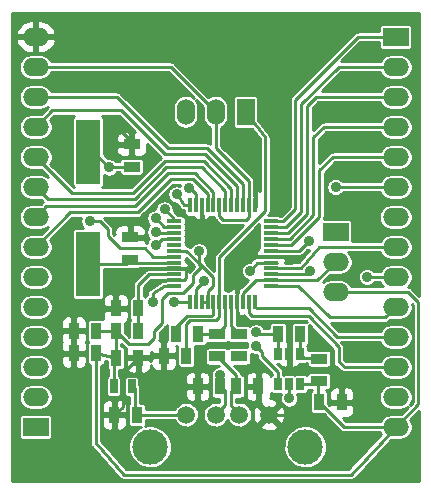
<source format=gtl>
G04 (created by PCBNEW-RS274X (2012-02-19 BZR 3421)-stable) date lun 16 abr 2012 11:22:40 COT*
G01*
G70*
G90*
%MOIN*%
G04 Gerber Fmt 3.4, Leading zero omitted, Abs format*
%FSLAX34Y34*%
G04 APERTURE LIST*
%ADD10C,0.001000*%
%ADD11R,0.027600X0.039400*%
%ADD12R,0.055000X0.035000*%
%ADD13R,0.035000X0.055000*%
%ADD14R,0.086600X0.060000*%
%ADD15O,0.086600X0.060000*%
%ADD16R,0.078700X0.216500*%
%ADD17C,0.118100*%
%ADD18C,0.059100*%
%ADD19R,0.060000X0.086600*%
%ADD20O,0.060000X0.086600*%
%ADD21R,0.025000X0.045000*%
%ADD22R,0.011800X0.051200*%
%ADD23R,0.051200X0.011800*%
%ADD24C,0.035000*%
%ADD25C,0.010000*%
G04 APERTURE END LIST*
G54D10*
G54D11*
X52825Y-35075D03*
X52450Y-35075D03*
X52075Y-35075D03*
X52075Y-34075D03*
X52450Y-34075D03*
X52825Y-34075D03*
G54D12*
X47200Y-27075D03*
X47200Y-27825D03*
G54D13*
X47375Y-36100D03*
X46625Y-36100D03*
X46675Y-34200D03*
X47425Y-34200D03*
X46025Y-34050D03*
X45275Y-34050D03*
X46025Y-33300D03*
X45275Y-33300D03*
G54D12*
X50050Y-34150D03*
X50050Y-33400D03*
X50775Y-34150D03*
X50775Y-33400D03*
G54D13*
X49425Y-33400D03*
X48675Y-33400D03*
X46675Y-33300D03*
X47425Y-33300D03*
G54D12*
X47150Y-30175D03*
X47150Y-30925D03*
G54D13*
X46675Y-32550D03*
X47425Y-32550D03*
X48275Y-34125D03*
X49025Y-34125D03*
X51425Y-35150D03*
X50675Y-35150D03*
X49400Y-35150D03*
X50150Y-35150D03*
G54D12*
X53450Y-34975D03*
X53450Y-34225D03*
G54D13*
X52825Y-33400D03*
X52075Y-33400D03*
X53450Y-35675D03*
X54200Y-35675D03*
G54D14*
X44000Y-36500D03*
G54D15*
X44000Y-35500D03*
X44000Y-34500D03*
X44000Y-33500D03*
X44000Y-32500D03*
X44000Y-31500D03*
X44000Y-30500D03*
X44000Y-29500D03*
X44000Y-28500D03*
X44000Y-27500D03*
X44000Y-26500D03*
X44000Y-25500D03*
X44000Y-24500D03*
X44000Y-23500D03*
G54D14*
X56000Y-23500D03*
G54D15*
X56000Y-24500D03*
X56000Y-25500D03*
X56000Y-26500D03*
X56000Y-27500D03*
X56000Y-28500D03*
X56000Y-29500D03*
X56000Y-30500D03*
X56000Y-31500D03*
X56000Y-32500D03*
X56000Y-33500D03*
X56000Y-34500D03*
X56000Y-35500D03*
X56000Y-36500D03*
G54D16*
X45750Y-31070D03*
X45750Y-27330D03*
G54D17*
X47813Y-37159D03*
X52987Y-37159D03*
G54D18*
X49022Y-36092D03*
X50006Y-36092D03*
X50794Y-36092D03*
X51778Y-36092D03*
G54D19*
X51000Y-26000D03*
G54D20*
X50000Y-26000D03*
X49000Y-26000D03*
G54D14*
X54000Y-30000D03*
G54D15*
X54000Y-31000D03*
X54000Y-32000D03*
G54D21*
X47200Y-35150D03*
X46600Y-35150D03*
G54D22*
X49733Y-32339D03*
X49930Y-32339D03*
X50127Y-32339D03*
X50323Y-32339D03*
X50520Y-32339D03*
X49142Y-32339D03*
X49339Y-32339D03*
X49536Y-32339D03*
G54D23*
X51839Y-31808D03*
X51839Y-31611D03*
X51839Y-31414D03*
X51839Y-31217D03*
X51839Y-31020D03*
X51839Y-30823D03*
X51839Y-30627D03*
X51839Y-30430D03*
G54D22*
X51308Y-29111D03*
X51111Y-29111D03*
X50914Y-29111D03*
X50717Y-29111D03*
X50520Y-29111D03*
X50323Y-29111D03*
X50127Y-29111D03*
X49930Y-29111D03*
G54D23*
X48611Y-29642D03*
X48611Y-29839D03*
X48611Y-30036D03*
X48611Y-30233D03*
X48611Y-30430D03*
X48611Y-30627D03*
X48611Y-30823D03*
X48611Y-31020D03*
G54D22*
X50717Y-32339D03*
X50914Y-32339D03*
X51111Y-32339D03*
X51308Y-32339D03*
G54D23*
X51839Y-30233D03*
X51839Y-30036D03*
X51839Y-29839D03*
X51839Y-29642D03*
G54D22*
X49733Y-29111D03*
X49536Y-29111D03*
X49339Y-29111D03*
X49142Y-29111D03*
G54D23*
X48611Y-31217D03*
X48611Y-31414D03*
X48611Y-31611D03*
X48611Y-31808D03*
G54D24*
X55050Y-31500D03*
X53150Y-31300D03*
X53100Y-30300D03*
X54000Y-28500D03*
X51150Y-31300D03*
X48000Y-30450D03*
X48000Y-30000D03*
X48000Y-29550D03*
X48300Y-29250D03*
X48700Y-28750D03*
X49100Y-28550D03*
X47900Y-32350D03*
X52450Y-35550D03*
X51350Y-33350D03*
X49600Y-31650D03*
X51350Y-33800D03*
X48600Y-32350D03*
X46650Y-26450D03*
X54750Y-36950D03*
X46650Y-25050D03*
X54800Y-36150D03*
X50150Y-30000D03*
X52100Y-29100D03*
X50900Y-30600D03*
X46450Y-27850D03*
X45800Y-29650D03*
X50150Y-34775D03*
X50775Y-34150D03*
X49450Y-30650D03*
G54D25*
X50127Y-32339D02*
X50127Y-32823D01*
X49025Y-33075D02*
X49025Y-34125D01*
X51650Y-28250D02*
X51650Y-26850D01*
X50127Y-32339D02*
X50127Y-30823D01*
X50127Y-30823D02*
X51650Y-29300D01*
X51650Y-29300D02*
X51650Y-28250D01*
X50127Y-32823D02*
X50000Y-32950D01*
X51650Y-26850D02*
X51000Y-26000D01*
X49150Y-32950D02*
X49025Y-33075D01*
X50000Y-32950D02*
X49150Y-32950D01*
X56000Y-31500D02*
X55050Y-31500D01*
X53150Y-31300D02*
X53036Y-31414D01*
X53036Y-31414D02*
X51839Y-31414D01*
X55650Y-32850D02*
X56000Y-32500D01*
X53800Y-32850D02*
X55650Y-32850D01*
X51839Y-31808D02*
X52758Y-31808D01*
X52758Y-31808D02*
X53800Y-32850D01*
X54050Y-33500D02*
X56000Y-33500D01*
X51350Y-32550D02*
X53100Y-32550D01*
X53100Y-32550D02*
X54050Y-33500D01*
X54100Y-33850D02*
X54100Y-34350D01*
X51200Y-32800D02*
X53100Y-32800D01*
X51111Y-32711D02*
X51200Y-32800D01*
X51111Y-32339D02*
X51111Y-32711D01*
X54100Y-34350D02*
X54300Y-34500D01*
X54300Y-34500D02*
X56000Y-34500D01*
X53100Y-32800D02*
X54100Y-33850D01*
X52258Y-29642D02*
X52650Y-29250D01*
X52650Y-29250D02*
X52650Y-25600D01*
X51839Y-29642D02*
X52258Y-29642D01*
X52650Y-25600D02*
X54750Y-23500D01*
X54750Y-23500D02*
X56000Y-23500D01*
X52850Y-29350D02*
X52850Y-25750D01*
X51839Y-29839D02*
X52361Y-29839D01*
X52850Y-25750D02*
X54100Y-24500D01*
X52361Y-29839D02*
X52850Y-29350D01*
X54100Y-24500D02*
X56000Y-24500D01*
X53050Y-29400D02*
X53050Y-25850D01*
X52414Y-30036D02*
X53050Y-29400D01*
X53050Y-25850D02*
X53050Y-25800D01*
X51839Y-30036D02*
X52414Y-30036D01*
X53050Y-25800D02*
X53350Y-25500D01*
X53350Y-25500D02*
X56000Y-25500D01*
X52467Y-30233D02*
X53250Y-29450D01*
X53250Y-29450D02*
X53250Y-26850D01*
X53250Y-26850D02*
X53600Y-26500D01*
X51839Y-30233D02*
X52467Y-30233D01*
X53600Y-26500D02*
X56000Y-26500D01*
X53900Y-27500D02*
X56000Y-27500D01*
X53450Y-29500D02*
X53450Y-27950D01*
X51839Y-30430D02*
X52520Y-30430D01*
X52520Y-30430D02*
X53450Y-29500D01*
X53450Y-27950D02*
X53900Y-27500D01*
X56000Y-28500D02*
X54000Y-28500D01*
X53100Y-30300D02*
X52773Y-30627D01*
X52773Y-30627D02*
X51839Y-30627D01*
X51370Y-31020D02*
X52039Y-31020D01*
X51150Y-31300D02*
X51370Y-31020D01*
X51839Y-31217D02*
X52850Y-31200D01*
X53450Y-30500D02*
X56000Y-30500D01*
X52850Y-31200D02*
X53450Y-30500D01*
X44400Y-28900D02*
X44000Y-28500D01*
X50323Y-28623D02*
X49550Y-27850D01*
X47300Y-28900D02*
X44400Y-28900D01*
X48350Y-27850D02*
X47300Y-28900D01*
X50323Y-29111D02*
X50323Y-28623D01*
X49550Y-27850D02*
X48350Y-27850D01*
X48300Y-27650D02*
X47250Y-28700D01*
X47250Y-28700D02*
X45200Y-28700D01*
X50520Y-29111D02*
X50520Y-28570D01*
X50520Y-28570D02*
X49600Y-27650D01*
X49600Y-27650D02*
X48300Y-27650D01*
X45200Y-28700D02*
X44000Y-27500D01*
X48300Y-27400D02*
X46850Y-25950D01*
X44550Y-25950D02*
X44000Y-26500D01*
X46850Y-25950D02*
X44550Y-25950D01*
X49650Y-27400D02*
X48300Y-27400D01*
X50717Y-29111D02*
X50717Y-28467D01*
X50717Y-28467D02*
X49650Y-27400D01*
X46700Y-25500D02*
X44000Y-25500D01*
X50914Y-28414D02*
X49700Y-27200D01*
X48400Y-27200D02*
X46700Y-25500D01*
X49700Y-27200D02*
X48400Y-27200D01*
X50914Y-29111D02*
X50914Y-28414D01*
X48217Y-30233D02*
X48000Y-30450D01*
X48217Y-30233D02*
X48611Y-30233D01*
X48036Y-30036D02*
X48000Y-30000D01*
X48611Y-30036D02*
X48036Y-30036D01*
X48611Y-29839D02*
X48289Y-29839D01*
X48289Y-29839D02*
X48000Y-29550D01*
X48611Y-29642D02*
X48611Y-29561D01*
X48611Y-29561D02*
X48300Y-29250D01*
X48950Y-29100D02*
X48700Y-28750D01*
X49142Y-29111D02*
X48950Y-29100D01*
X49339Y-28739D02*
X49150Y-28550D01*
X49339Y-29111D02*
X49339Y-28739D01*
X49150Y-28550D02*
X49100Y-28550D01*
X49733Y-29111D02*
X49733Y-28733D01*
X45150Y-29350D02*
X44000Y-30500D01*
X49733Y-28733D02*
X49250Y-28250D01*
X47400Y-29350D02*
X45150Y-29350D01*
X48500Y-28250D02*
X47400Y-29350D01*
X49250Y-28250D02*
X48500Y-28250D01*
X48400Y-28050D02*
X47300Y-29150D01*
X49300Y-28050D02*
X48400Y-28050D01*
X44350Y-29150D02*
X44000Y-29500D01*
X47300Y-29150D02*
X44350Y-29150D01*
X49930Y-28680D02*
X49300Y-28050D01*
X49930Y-29111D02*
X49930Y-28680D01*
X52450Y-35550D02*
X52450Y-35075D01*
X48292Y-31808D02*
X47900Y-32050D01*
X47900Y-32050D02*
X47900Y-32350D01*
X48611Y-31808D02*
X48292Y-31808D01*
X49339Y-31911D02*
X49600Y-31650D01*
X49339Y-32339D02*
X49339Y-31911D01*
X51400Y-33400D02*
X52075Y-33400D01*
X52075Y-33325D02*
X52075Y-34075D01*
X51350Y-33350D02*
X51400Y-33400D01*
X48561Y-32339D02*
X48600Y-32350D01*
X52075Y-34675D02*
X52075Y-35075D01*
X51350Y-33800D02*
X51550Y-34000D01*
X51550Y-34000D02*
X51550Y-34150D01*
X51550Y-34150D02*
X52075Y-34675D01*
X49142Y-32339D02*
X48561Y-32339D01*
X53150Y-36400D02*
X53550Y-36400D01*
X52842Y-36092D02*
X53150Y-36400D01*
X47200Y-27000D02*
X46650Y-26450D01*
X47425Y-34200D02*
X47400Y-34200D01*
X47200Y-27075D02*
X47200Y-27000D01*
X45275Y-33300D02*
X45275Y-34050D01*
X48967Y-31217D02*
X49000Y-31250D01*
X53550Y-36400D02*
X54100Y-36950D01*
X54100Y-36950D02*
X54750Y-36950D01*
X51778Y-36092D02*
X52842Y-36092D01*
X46900Y-34700D02*
X46900Y-35825D01*
X51839Y-30823D02*
X51123Y-30823D01*
X51123Y-30823D02*
X50900Y-30600D01*
X48939Y-31611D02*
X48611Y-31611D01*
X49000Y-31550D02*
X48939Y-31611D01*
X49000Y-31250D02*
X49000Y-31550D01*
X47400Y-34200D02*
X46900Y-34700D01*
X46900Y-35825D02*
X46625Y-36100D01*
X48611Y-31217D02*
X48967Y-31217D01*
X53525Y-34200D02*
X52950Y-34200D01*
X52950Y-34200D02*
X52825Y-34075D01*
X52825Y-34075D02*
X52825Y-33325D01*
X46475Y-27825D02*
X46450Y-27850D01*
X46400Y-30150D02*
X46400Y-29900D01*
X48611Y-30823D02*
X47923Y-30823D01*
X46150Y-29650D02*
X45800Y-29650D01*
X47923Y-30823D02*
X47650Y-30550D01*
X47650Y-30550D02*
X46800Y-30550D01*
X46800Y-30550D02*
X46400Y-30150D01*
X47200Y-27825D02*
X46475Y-27825D01*
X45930Y-27330D02*
X45750Y-27330D01*
X46450Y-27850D02*
X45930Y-27330D01*
X46400Y-29900D02*
X46150Y-29650D01*
X50520Y-32339D02*
X50520Y-33145D01*
X50520Y-33145D02*
X50775Y-33400D01*
X50323Y-32339D02*
X50323Y-33127D01*
X49425Y-33400D02*
X50050Y-33400D01*
X50323Y-33127D02*
X50050Y-33400D01*
X45750Y-31070D02*
X46995Y-31070D01*
X46995Y-31070D02*
X47150Y-31050D01*
X47355Y-31020D02*
X47150Y-31050D01*
X48611Y-31020D02*
X47355Y-31020D01*
X47786Y-31414D02*
X47425Y-31775D01*
X47425Y-31775D02*
X47425Y-32550D01*
X48611Y-31414D02*
X47786Y-31414D01*
X47425Y-33300D02*
X47425Y-32550D01*
X47383Y-36092D02*
X47375Y-36100D01*
X49022Y-36092D02*
X47383Y-36092D01*
X47300Y-35200D02*
X47300Y-36025D01*
X47300Y-36025D02*
X47375Y-36100D01*
X49888Y-32787D02*
X49063Y-32787D01*
X49930Y-32745D02*
X49888Y-32787D01*
X49930Y-32339D02*
X49930Y-32745D01*
X49063Y-32787D02*
X48675Y-33175D01*
X48675Y-33175D02*
X48675Y-33400D01*
X50298Y-35273D02*
X50125Y-35100D01*
X50006Y-36067D02*
X50298Y-35775D01*
X50298Y-35775D02*
X50298Y-35273D01*
X50006Y-36092D02*
X50006Y-36067D01*
X50150Y-35150D02*
X50150Y-34775D01*
X50675Y-35150D02*
X50675Y-34775D01*
X50675Y-34775D02*
X50050Y-34150D01*
X50500Y-35775D02*
X50500Y-35300D01*
X50794Y-36092D02*
X50794Y-36069D01*
X50794Y-36069D02*
X50500Y-35775D01*
X50500Y-35300D02*
X50700Y-35100D01*
X48200Y-33050D02*
X47950Y-33300D01*
X47950Y-33300D02*
X47950Y-33550D01*
X48900Y-32050D02*
X49250Y-31700D01*
X48400Y-32050D02*
X48200Y-32250D01*
X48200Y-32250D02*
X48200Y-33050D01*
X48900Y-32050D02*
X48400Y-32050D01*
X49450Y-31050D02*
X49450Y-31100D01*
X53400Y-35075D02*
X53525Y-34950D01*
X46950Y-38100D02*
X54500Y-38100D01*
X46000Y-35200D02*
X46000Y-37050D01*
X49733Y-32339D02*
X49733Y-31967D01*
X46675Y-34200D02*
X46025Y-34050D01*
X49536Y-32339D02*
X49733Y-32339D01*
X49027Y-30627D02*
X48611Y-30627D01*
X49733Y-31967D02*
X49900Y-31800D01*
X49733Y-31333D02*
X49550Y-31150D01*
X49450Y-31050D02*
X49450Y-30650D01*
X49900Y-31500D02*
X49733Y-31333D01*
X54275Y-36500D02*
X53450Y-35675D01*
X49250Y-31700D02*
X49250Y-31450D01*
X49450Y-31050D02*
X49027Y-30627D01*
X49550Y-31150D02*
X49450Y-31050D01*
X49900Y-31800D02*
X49900Y-31500D01*
X46675Y-33750D02*
X46675Y-34200D01*
X54500Y-38100D02*
X56000Y-36500D01*
X49250Y-31450D02*
X49550Y-31150D01*
X53425Y-35650D02*
X53425Y-35000D01*
X47950Y-33550D02*
X47750Y-33750D01*
X46000Y-37050D02*
X46950Y-38100D01*
X47750Y-33750D02*
X47125Y-33750D01*
X46600Y-35150D02*
X46600Y-34275D01*
X46650Y-33300D02*
X46675Y-33300D01*
X46675Y-33300D02*
X46675Y-33750D01*
X52825Y-35075D02*
X53400Y-35075D01*
X56400Y-32000D02*
X56750Y-32350D01*
X46600Y-34275D02*
X46675Y-34200D01*
X46025Y-33300D02*
X46650Y-33300D01*
X56750Y-35750D02*
X56000Y-36500D01*
X46000Y-34225D02*
X46025Y-34050D01*
X54000Y-32000D02*
X56400Y-32000D01*
X56000Y-36500D02*
X54275Y-36500D01*
X56750Y-32350D02*
X56750Y-35750D01*
X46000Y-35200D02*
X46000Y-34225D01*
X46675Y-33300D02*
X47125Y-33750D01*
X53425Y-35000D02*
X53525Y-34950D01*
X50914Y-32036D02*
X51339Y-31611D01*
X50914Y-32339D02*
X50914Y-32036D01*
X53389Y-31611D02*
X54000Y-31000D01*
X51839Y-31611D02*
X53389Y-31611D01*
X51339Y-31611D02*
X51839Y-31611D01*
X50000Y-27200D02*
X50000Y-26000D01*
X44000Y-24500D02*
X48500Y-24500D01*
X50250Y-29600D02*
X50127Y-29477D01*
X48500Y-24500D02*
X50000Y-26000D01*
X51111Y-29489D02*
X51000Y-29600D01*
X51000Y-29600D02*
X50250Y-29600D01*
X51111Y-29111D02*
X51111Y-29489D01*
X51111Y-28311D02*
X50000Y-27200D01*
X51111Y-29111D02*
X51111Y-28311D01*
X50127Y-29477D02*
X50127Y-29111D01*
G54D10*
G36*
X48167Y-27524D02*
X47725Y-27966D01*
X47174Y-28518D01*
X46220Y-28518D01*
X46226Y-28514D01*
X46245Y-28496D01*
X46259Y-28474D01*
X46269Y-28451D01*
X46274Y-28426D01*
X46274Y-28400D01*
X46274Y-28101D01*
X46299Y-28119D01*
X46355Y-28143D01*
X46413Y-28156D01*
X46474Y-28158D01*
X46533Y-28147D01*
X46589Y-28125D01*
X46640Y-28093D01*
X46683Y-28052D01*
X46714Y-28007D01*
X46794Y-28007D01*
X46794Y-28013D01*
X46799Y-28038D01*
X46809Y-28062D01*
X46823Y-28083D01*
X46841Y-28102D01*
X46863Y-28116D01*
X46886Y-28126D01*
X46911Y-28131D01*
X46937Y-28131D01*
X47488Y-28131D01*
X47513Y-28126D01*
X47537Y-28116D01*
X47558Y-28102D01*
X47577Y-28084D01*
X47591Y-28062D01*
X47601Y-28039D01*
X47606Y-28014D01*
X47606Y-27988D01*
X47606Y-27637D01*
X47601Y-27612D01*
X47591Y-27588D01*
X47577Y-27567D01*
X47559Y-27548D01*
X47537Y-27534D01*
X47514Y-27524D01*
X47489Y-27519D01*
X47463Y-27519D01*
X47150Y-27519D01*
X47150Y-27438D01*
X47150Y-27125D01*
X47150Y-27025D01*
X47150Y-26712D01*
X47088Y-26650D01*
X46947Y-26650D01*
X46898Y-26650D01*
X46850Y-26660D01*
X46805Y-26679D01*
X46765Y-26707D01*
X46730Y-26742D01*
X46703Y-26783D01*
X46684Y-26828D01*
X46675Y-26876D01*
X46675Y-26963D01*
X46737Y-27025D01*
X47150Y-27025D01*
X47150Y-27125D01*
X46737Y-27125D01*
X46675Y-27187D01*
X46675Y-27274D01*
X46684Y-27322D01*
X46703Y-27367D01*
X46730Y-27408D01*
X46765Y-27443D01*
X46805Y-27471D01*
X46850Y-27490D01*
X46898Y-27500D01*
X46947Y-27500D01*
X47088Y-27500D01*
X47150Y-27438D01*
X47150Y-27519D01*
X46912Y-27519D01*
X46887Y-27524D01*
X46863Y-27534D01*
X46842Y-27548D01*
X46823Y-27566D01*
X46809Y-27588D01*
X46799Y-27611D01*
X46794Y-27636D01*
X46794Y-27643D01*
X46677Y-27643D01*
X46647Y-27612D01*
X46597Y-27579D01*
X46541Y-27555D01*
X46482Y-27543D01*
X46422Y-27543D01*
X46403Y-27546D01*
X46274Y-27416D01*
X46274Y-26235D01*
X46269Y-26210D01*
X46259Y-26186D01*
X46245Y-26165D01*
X46227Y-26146D01*
X46205Y-26132D01*
X46774Y-26132D01*
X47302Y-26659D01*
X47250Y-26712D01*
X47250Y-26975D01*
X47250Y-27025D01*
X47250Y-27125D01*
X47250Y-27175D01*
X47250Y-27438D01*
X47312Y-27500D01*
X47453Y-27500D01*
X47502Y-27500D01*
X47550Y-27490D01*
X47595Y-27471D01*
X47635Y-27443D01*
X47670Y-27408D01*
X47697Y-27367D01*
X47716Y-27322D01*
X47725Y-27274D01*
X47725Y-27187D01*
X47713Y-27175D01*
X47725Y-27175D01*
X47725Y-27082D01*
X48167Y-27524D01*
X48167Y-27524D01*
G37*
G54D25*
X48167Y-27524D02*
X47725Y-27966D01*
X47174Y-28518D01*
X46220Y-28518D01*
X46226Y-28514D01*
X46245Y-28496D01*
X46259Y-28474D01*
X46269Y-28451D01*
X46274Y-28426D01*
X46274Y-28400D01*
X46274Y-28101D01*
X46299Y-28119D01*
X46355Y-28143D01*
X46413Y-28156D01*
X46474Y-28158D01*
X46533Y-28147D01*
X46589Y-28125D01*
X46640Y-28093D01*
X46683Y-28052D01*
X46714Y-28007D01*
X46794Y-28007D01*
X46794Y-28013D01*
X46799Y-28038D01*
X46809Y-28062D01*
X46823Y-28083D01*
X46841Y-28102D01*
X46863Y-28116D01*
X46886Y-28126D01*
X46911Y-28131D01*
X46937Y-28131D01*
X47488Y-28131D01*
X47513Y-28126D01*
X47537Y-28116D01*
X47558Y-28102D01*
X47577Y-28084D01*
X47591Y-28062D01*
X47601Y-28039D01*
X47606Y-28014D01*
X47606Y-27988D01*
X47606Y-27637D01*
X47601Y-27612D01*
X47591Y-27588D01*
X47577Y-27567D01*
X47559Y-27548D01*
X47537Y-27534D01*
X47514Y-27524D01*
X47489Y-27519D01*
X47463Y-27519D01*
X47150Y-27519D01*
X47150Y-27438D01*
X47150Y-27125D01*
X47150Y-27025D01*
X47150Y-26712D01*
X47088Y-26650D01*
X46947Y-26650D01*
X46898Y-26650D01*
X46850Y-26660D01*
X46805Y-26679D01*
X46765Y-26707D01*
X46730Y-26742D01*
X46703Y-26783D01*
X46684Y-26828D01*
X46675Y-26876D01*
X46675Y-26963D01*
X46737Y-27025D01*
X47150Y-27025D01*
X47150Y-27125D01*
X46737Y-27125D01*
X46675Y-27187D01*
X46675Y-27274D01*
X46684Y-27322D01*
X46703Y-27367D01*
X46730Y-27408D01*
X46765Y-27443D01*
X46805Y-27471D01*
X46850Y-27490D01*
X46898Y-27500D01*
X46947Y-27500D01*
X47088Y-27500D01*
X47150Y-27438D01*
X47150Y-27519D01*
X46912Y-27519D01*
X46887Y-27524D01*
X46863Y-27534D01*
X46842Y-27548D01*
X46823Y-27566D01*
X46809Y-27588D01*
X46799Y-27611D01*
X46794Y-27636D01*
X46794Y-27643D01*
X46677Y-27643D01*
X46647Y-27612D01*
X46597Y-27579D01*
X46541Y-27555D01*
X46482Y-27543D01*
X46422Y-27543D01*
X46403Y-27546D01*
X46274Y-27416D01*
X46274Y-26235D01*
X46269Y-26210D01*
X46259Y-26186D01*
X46245Y-26165D01*
X46227Y-26146D01*
X46205Y-26132D01*
X46774Y-26132D01*
X47302Y-26659D01*
X47250Y-26712D01*
X47250Y-26975D01*
X47250Y-27025D01*
X47250Y-27125D01*
X47250Y-27175D01*
X47250Y-27438D01*
X47312Y-27500D01*
X47453Y-27500D01*
X47502Y-27500D01*
X47550Y-27490D01*
X47595Y-27471D01*
X47635Y-27443D01*
X47670Y-27408D01*
X47697Y-27367D01*
X47716Y-27322D01*
X47725Y-27274D01*
X47725Y-27187D01*
X47713Y-27175D01*
X47725Y-27175D01*
X47725Y-27082D01*
X48167Y-27524D01*
G54D10*
G36*
X48661Y-31618D02*
X48342Y-31618D01*
X48317Y-31623D01*
X48309Y-31626D01*
X48292Y-31626D01*
X48270Y-31627D01*
X48265Y-31628D01*
X48263Y-31628D01*
X48257Y-31629D01*
X48241Y-31634D01*
X48230Y-31637D01*
X48224Y-31639D01*
X48223Y-31640D01*
X48167Y-31640D01*
X48105Y-31701D01*
X48107Y-31707D01*
X47804Y-31895D01*
X47800Y-31898D01*
X47776Y-31916D01*
X47753Y-31943D01*
X47751Y-31944D01*
X47750Y-31947D01*
X47745Y-31955D01*
X47734Y-31974D01*
X47723Y-32008D01*
X47722Y-32009D01*
X47722Y-32012D01*
X47720Y-32027D01*
X47718Y-32043D01*
X47718Y-32045D01*
X47718Y-32047D01*
X47718Y-32050D01*
X47718Y-32102D01*
X47707Y-32110D01*
X47664Y-32152D01*
X47659Y-32158D01*
X47639Y-32149D01*
X47614Y-32144D01*
X47607Y-32144D01*
X47607Y-31850D01*
X47861Y-31596D01*
X48309Y-31596D01*
X48316Y-31599D01*
X48341Y-31604D01*
X48367Y-31604D01*
X48661Y-31604D01*
X48661Y-31618D01*
X48661Y-31618D01*
G37*
G54D25*
X48661Y-31618D02*
X48342Y-31618D01*
X48317Y-31623D01*
X48309Y-31626D01*
X48292Y-31626D01*
X48270Y-31627D01*
X48265Y-31628D01*
X48263Y-31628D01*
X48257Y-31629D01*
X48241Y-31634D01*
X48230Y-31637D01*
X48224Y-31639D01*
X48223Y-31640D01*
X48167Y-31640D01*
X48105Y-31701D01*
X48107Y-31707D01*
X47804Y-31895D01*
X47800Y-31898D01*
X47776Y-31916D01*
X47753Y-31943D01*
X47751Y-31944D01*
X47750Y-31947D01*
X47745Y-31955D01*
X47734Y-31974D01*
X47723Y-32008D01*
X47722Y-32009D01*
X47722Y-32012D01*
X47720Y-32027D01*
X47718Y-32043D01*
X47718Y-32045D01*
X47718Y-32047D01*
X47718Y-32050D01*
X47718Y-32102D01*
X47707Y-32110D01*
X47664Y-32152D01*
X47659Y-32158D01*
X47639Y-32149D01*
X47614Y-32144D01*
X47607Y-32144D01*
X47607Y-31850D01*
X47861Y-31596D01*
X48309Y-31596D01*
X48316Y-31599D01*
X48341Y-31604D01*
X48367Y-31604D01*
X48661Y-31604D01*
X48661Y-31618D01*
G54D10*
G36*
X50910Y-29782D02*
X49998Y-30694D01*
X49976Y-30721D01*
X49962Y-30747D01*
X49960Y-30751D01*
X49959Y-30751D01*
X49959Y-30753D01*
X49948Y-30787D01*
X49945Y-30814D01*
X49945Y-30820D01*
X49945Y-30822D01*
X49945Y-30823D01*
X49945Y-31287D01*
X49862Y-31204D01*
X49856Y-31199D01*
X49681Y-31023D01*
X49680Y-31022D01*
X49679Y-31022D01*
X49679Y-31021D01*
X49673Y-31016D01*
X49632Y-30974D01*
X49632Y-30898D01*
X49640Y-30893D01*
X49683Y-30852D01*
X49718Y-30802D01*
X49743Y-30747D01*
X49756Y-30689D01*
X49757Y-30620D01*
X49745Y-30561D01*
X49722Y-30505D01*
X49689Y-30455D01*
X49647Y-30412D01*
X49597Y-30379D01*
X49541Y-30355D01*
X49482Y-30343D01*
X49422Y-30343D01*
X49363Y-30354D01*
X49307Y-30377D01*
X49257Y-30410D01*
X49214Y-30452D01*
X49180Y-30501D01*
X49173Y-30515D01*
X49156Y-30498D01*
X49130Y-30477D01*
X49129Y-30476D01*
X49102Y-30462D01*
X49099Y-30460D01*
X49098Y-30459D01*
X49097Y-30459D01*
X49063Y-30448D01*
X49036Y-30445D01*
X49030Y-30445D01*
X49028Y-30445D01*
X49027Y-30445D01*
X48998Y-30445D01*
X48998Y-30358D01*
X48993Y-30333D01*
X48992Y-30331D01*
X48993Y-30331D01*
X48998Y-30306D01*
X48998Y-30280D01*
X48998Y-30161D01*
X48993Y-30136D01*
X48992Y-30134D01*
X48993Y-30134D01*
X48998Y-30109D01*
X48998Y-30083D01*
X48998Y-29964D01*
X48993Y-29939D01*
X48992Y-29937D01*
X48993Y-29937D01*
X48998Y-29912D01*
X48998Y-29886D01*
X48998Y-29767D01*
X48993Y-29742D01*
X48992Y-29740D01*
X48993Y-29740D01*
X48998Y-29715D01*
X48998Y-29689D01*
X48998Y-29570D01*
X48993Y-29545D01*
X48983Y-29521D01*
X48969Y-29500D01*
X48951Y-29481D01*
X48929Y-29467D01*
X48906Y-29457D01*
X48881Y-29452D01*
X48855Y-29452D01*
X48756Y-29452D01*
X48744Y-29438D01*
X48741Y-29434D01*
X48740Y-29433D01*
X48739Y-29432D01*
X48604Y-29296D01*
X48606Y-29289D01*
X48607Y-29220D01*
X48595Y-29161D01*
X48572Y-29105D01*
X48539Y-29055D01*
X48497Y-29012D01*
X48447Y-28979D01*
X48391Y-28955D01*
X48332Y-28943D01*
X48272Y-28943D01*
X48213Y-28954D01*
X48157Y-28977D01*
X48107Y-29010D01*
X48064Y-29052D01*
X48030Y-29101D01*
X48006Y-29157D01*
X47993Y-29216D01*
X47993Y-29243D01*
X47972Y-29243D01*
X47913Y-29254D01*
X47857Y-29277D01*
X47807Y-29310D01*
X47764Y-29352D01*
X47730Y-29401D01*
X47706Y-29457D01*
X47693Y-29516D01*
X47693Y-29576D01*
X47703Y-29635D01*
X47726Y-29691D01*
X47758Y-29742D01*
X47790Y-29775D01*
X47764Y-29802D01*
X47730Y-29851D01*
X47706Y-29907D01*
X47693Y-29966D01*
X47693Y-30026D01*
X47703Y-30085D01*
X47726Y-30141D01*
X47758Y-30192D01*
X47790Y-30225D01*
X47764Y-30252D01*
X47730Y-30301D01*
X47706Y-30357D01*
X47701Y-30376D01*
X47686Y-30371D01*
X47675Y-30370D01*
X47675Y-30287D01*
X47675Y-30063D01*
X47675Y-29976D01*
X47666Y-29928D01*
X47647Y-29883D01*
X47620Y-29842D01*
X47585Y-29807D01*
X47545Y-29779D01*
X47500Y-29760D01*
X47452Y-29750D01*
X47403Y-29750D01*
X47262Y-29750D01*
X47200Y-29812D01*
X47200Y-30125D01*
X47613Y-30125D01*
X47675Y-30063D01*
X47675Y-30287D01*
X47613Y-30225D01*
X47250Y-30225D01*
X47200Y-30225D01*
X47100Y-30225D01*
X47100Y-30125D01*
X47100Y-30075D01*
X47100Y-29812D01*
X47038Y-29750D01*
X46897Y-29750D01*
X46848Y-29750D01*
X46800Y-29760D01*
X46755Y-29779D01*
X46715Y-29807D01*
X46680Y-29842D01*
X46653Y-29883D01*
X46634Y-29928D01*
X46625Y-29976D01*
X46625Y-30063D01*
X46637Y-30075D01*
X46625Y-30075D01*
X46625Y-30117D01*
X46582Y-30074D01*
X46582Y-29900D01*
X46579Y-29866D01*
X46579Y-29865D01*
X46575Y-29855D01*
X46569Y-29832D01*
X46568Y-29831D01*
X46563Y-29821D01*
X46552Y-29799D01*
X46531Y-29775D01*
X46530Y-29773D01*
X46529Y-29772D01*
X46528Y-29771D01*
X46289Y-29532D01*
X47398Y-29532D01*
X47400Y-29532D01*
X47433Y-29529D01*
X47435Y-29529D01*
X47455Y-29522D01*
X47467Y-29519D01*
X47469Y-29518D01*
X47499Y-29503D01*
X47501Y-29502D01*
X47509Y-29494D01*
X47527Y-29481D01*
X47528Y-29479D01*
X47529Y-29479D01*
X48575Y-28432D01*
X48816Y-28432D01*
X48806Y-28457D01*
X48805Y-28461D01*
X48791Y-28455D01*
X48732Y-28443D01*
X48672Y-28443D01*
X48613Y-28454D01*
X48557Y-28477D01*
X48507Y-28510D01*
X48464Y-28552D01*
X48430Y-28601D01*
X48406Y-28657D01*
X48393Y-28716D01*
X48393Y-28776D01*
X48403Y-28835D01*
X48426Y-28891D01*
X48458Y-28942D01*
X48500Y-28985D01*
X48549Y-29019D01*
X48605Y-29043D01*
X48663Y-29056D01*
X48695Y-29057D01*
X48802Y-29206D01*
X48813Y-29219D01*
X48824Y-29233D01*
X48838Y-29243D01*
X48839Y-29244D01*
X48840Y-29244D01*
X48853Y-29254D01*
X48864Y-29259D01*
X48869Y-29263D01*
X48872Y-29264D01*
X48885Y-29271D01*
X48895Y-29273D01*
X48902Y-29276D01*
X48917Y-29278D01*
X48919Y-29279D01*
X48920Y-29279D01*
X48937Y-29282D01*
X48940Y-29282D01*
X48952Y-29282D01*
X48952Y-29380D01*
X48957Y-29405D01*
X48967Y-29429D01*
X48981Y-29450D01*
X48999Y-29469D01*
X49021Y-29483D01*
X49044Y-29493D01*
X49069Y-29498D01*
X49095Y-29498D01*
X49214Y-29498D01*
X49239Y-29493D01*
X49240Y-29492D01*
X49241Y-29493D01*
X49263Y-29497D01*
X49284Y-29527D01*
X49319Y-29562D01*
X49360Y-29589D01*
X49405Y-29608D01*
X49446Y-29615D01*
X49507Y-29555D01*
X49507Y-29440D01*
X49514Y-29429D01*
X49524Y-29406D01*
X49529Y-29381D01*
X49529Y-29355D01*
X49529Y-29061D01*
X49543Y-29061D01*
X49543Y-29380D01*
X49548Y-29405D01*
X49558Y-29429D01*
X49565Y-29439D01*
X49565Y-29555D01*
X49625Y-29615D01*
X49667Y-29608D01*
X49712Y-29589D01*
X49753Y-29562D01*
X49788Y-29527D01*
X49808Y-29497D01*
X49830Y-29493D01*
X49831Y-29492D01*
X49832Y-29493D01*
X49857Y-29498D01*
X49883Y-29498D01*
X49946Y-29498D01*
X49948Y-29512D01*
X49954Y-29532D01*
X49958Y-29544D01*
X49959Y-29546D01*
X49974Y-29576D01*
X49975Y-29578D01*
X49982Y-29586D01*
X49996Y-29604D01*
X49998Y-29606D01*
X50120Y-29727D01*
X50121Y-29728D01*
X50147Y-29750D01*
X50148Y-29751D01*
X50162Y-29758D01*
X50178Y-29767D01*
X50179Y-29767D01*
X50212Y-29778D01*
X50213Y-29778D01*
X50247Y-29782D01*
X50250Y-29782D01*
X50910Y-29782D01*
X50910Y-29782D01*
G37*
G54D25*
X50910Y-29782D02*
X49998Y-30694D01*
X49976Y-30721D01*
X49962Y-30747D01*
X49960Y-30751D01*
X49959Y-30751D01*
X49959Y-30753D01*
X49948Y-30787D01*
X49945Y-30814D01*
X49945Y-30820D01*
X49945Y-30822D01*
X49945Y-30823D01*
X49945Y-31287D01*
X49862Y-31204D01*
X49856Y-31199D01*
X49681Y-31023D01*
X49680Y-31022D01*
X49679Y-31022D01*
X49679Y-31021D01*
X49673Y-31016D01*
X49632Y-30974D01*
X49632Y-30898D01*
X49640Y-30893D01*
X49683Y-30852D01*
X49718Y-30802D01*
X49743Y-30747D01*
X49756Y-30689D01*
X49757Y-30620D01*
X49745Y-30561D01*
X49722Y-30505D01*
X49689Y-30455D01*
X49647Y-30412D01*
X49597Y-30379D01*
X49541Y-30355D01*
X49482Y-30343D01*
X49422Y-30343D01*
X49363Y-30354D01*
X49307Y-30377D01*
X49257Y-30410D01*
X49214Y-30452D01*
X49180Y-30501D01*
X49173Y-30515D01*
X49156Y-30498D01*
X49130Y-30477D01*
X49129Y-30476D01*
X49102Y-30462D01*
X49099Y-30460D01*
X49098Y-30459D01*
X49097Y-30459D01*
X49063Y-30448D01*
X49036Y-30445D01*
X49030Y-30445D01*
X49028Y-30445D01*
X49027Y-30445D01*
X48998Y-30445D01*
X48998Y-30358D01*
X48993Y-30333D01*
X48992Y-30331D01*
X48993Y-30331D01*
X48998Y-30306D01*
X48998Y-30280D01*
X48998Y-30161D01*
X48993Y-30136D01*
X48992Y-30134D01*
X48993Y-30134D01*
X48998Y-30109D01*
X48998Y-30083D01*
X48998Y-29964D01*
X48993Y-29939D01*
X48992Y-29937D01*
X48993Y-29937D01*
X48998Y-29912D01*
X48998Y-29886D01*
X48998Y-29767D01*
X48993Y-29742D01*
X48992Y-29740D01*
X48993Y-29740D01*
X48998Y-29715D01*
X48998Y-29689D01*
X48998Y-29570D01*
X48993Y-29545D01*
X48983Y-29521D01*
X48969Y-29500D01*
X48951Y-29481D01*
X48929Y-29467D01*
X48906Y-29457D01*
X48881Y-29452D01*
X48855Y-29452D01*
X48756Y-29452D01*
X48744Y-29438D01*
X48741Y-29434D01*
X48740Y-29433D01*
X48739Y-29432D01*
X48604Y-29296D01*
X48606Y-29289D01*
X48607Y-29220D01*
X48595Y-29161D01*
X48572Y-29105D01*
X48539Y-29055D01*
X48497Y-29012D01*
X48447Y-28979D01*
X48391Y-28955D01*
X48332Y-28943D01*
X48272Y-28943D01*
X48213Y-28954D01*
X48157Y-28977D01*
X48107Y-29010D01*
X48064Y-29052D01*
X48030Y-29101D01*
X48006Y-29157D01*
X47993Y-29216D01*
X47993Y-29243D01*
X47972Y-29243D01*
X47913Y-29254D01*
X47857Y-29277D01*
X47807Y-29310D01*
X47764Y-29352D01*
X47730Y-29401D01*
X47706Y-29457D01*
X47693Y-29516D01*
X47693Y-29576D01*
X47703Y-29635D01*
X47726Y-29691D01*
X47758Y-29742D01*
X47790Y-29775D01*
X47764Y-29802D01*
X47730Y-29851D01*
X47706Y-29907D01*
X47693Y-29966D01*
X47693Y-30026D01*
X47703Y-30085D01*
X47726Y-30141D01*
X47758Y-30192D01*
X47790Y-30225D01*
X47764Y-30252D01*
X47730Y-30301D01*
X47706Y-30357D01*
X47701Y-30376D01*
X47686Y-30371D01*
X47675Y-30370D01*
X47675Y-30287D01*
X47675Y-30063D01*
X47675Y-29976D01*
X47666Y-29928D01*
X47647Y-29883D01*
X47620Y-29842D01*
X47585Y-29807D01*
X47545Y-29779D01*
X47500Y-29760D01*
X47452Y-29750D01*
X47403Y-29750D01*
X47262Y-29750D01*
X47200Y-29812D01*
X47200Y-30125D01*
X47613Y-30125D01*
X47675Y-30063D01*
X47675Y-30287D01*
X47613Y-30225D01*
X47250Y-30225D01*
X47200Y-30225D01*
X47100Y-30225D01*
X47100Y-30125D01*
X47100Y-30075D01*
X47100Y-29812D01*
X47038Y-29750D01*
X46897Y-29750D01*
X46848Y-29750D01*
X46800Y-29760D01*
X46755Y-29779D01*
X46715Y-29807D01*
X46680Y-29842D01*
X46653Y-29883D01*
X46634Y-29928D01*
X46625Y-29976D01*
X46625Y-30063D01*
X46637Y-30075D01*
X46625Y-30075D01*
X46625Y-30117D01*
X46582Y-30074D01*
X46582Y-29900D01*
X46579Y-29866D01*
X46579Y-29865D01*
X46575Y-29855D01*
X46569Y-29832D01*
X46568Y-29831D01*
X46563Y-29821D01*
X46552Y-29799D01*
X46531Y-29775D01*
X46530Y-29773D01*
X46529Y-29772D01*
X46528Y-29771D01*
X46289Y-29532D01*
X47398Y-29532D01*
X47400Y-29532D01*
X47433Y-29529D01*
X47435Y-29529D01*
X47455Y-29522D01*
X47467Y-29519D01*
X47469Y-29518D01*
X47499Y-29503D01*
X47501Y-29502D01*
X47509Y-29494D01*
X47527Y-29481D01*
X47528Y-29479D01*
X47529Y-29479D01*
X48575Y-28432D01*
X48816Y-28432D01*
X48806Y-28457D01*
X48805Y-28461D01*
X48791Y-28455D01*
X48732Y-28443D01*
X48672Y-28443D01*
X48613Y-28454D01*
X48557Y-28477D01*
X48507Y-28510D01*
X48464Y-28552D01*
X48430Y-28601D01*
X48406Y-28657D01*
X48393Y-28716D01*
X48393Y-28776D01*
X48403Y-28835D01*
X48426Y-28891D01*
X48458Y-28942D01*
X48500Y-28985D01*
X48549Y-29019D01*
X48605Y-29043D01*
X48663Y-29056D01*
X48695Y-29057D01*
X48802Y-29206D01*
X48813Y-29219D01*
X48824Y-29233D01*
X48838Y-29243D01*
X48839Y-29244D01*
X48840Y-29244D01*
X48853Y-29254D01*
X48864Y-29259D01*
X48869Y-29263D01*
X48872Y-29264D01*
X48885Y-29271D01*
X48895Y-29273D01*
X48902Y-29276D01*
X48917Y-29278D01*
X48919Y-29279D01*
X48920Y-29279D01*
X48937Y-29282D01*
X48940Y-29282D01*
X48952Y-29282D01*
X48952Y-29380D01*
X48957Y-29405D01*
X48967Y-29429D01*
X48981Y-29450D01*
X48999Y-29469D01*
X49021Y-29483D01*
X49044Y-29493D01*
X49069Y-29498D01*
X49095Y-29498D01*
X49214Y-29498D01*
X49239Y-29493D01*
X49240Y-29492D01*
X49241Y-29493D01*
X49263Y-29497D01*
X49284Y-29527D01*
X49319Y-29562D01*
X49360Y-29589D01*
X49405Y-29608D01*
X49446Y-29615D01*
X49507Y-29555D01*
X49507Y-29440D01*
X49514Y-29429D01*
X49524Y-29406D01*
X49529Y-29381D01*
X49529Y-29355D01*
X49529Y-29061D01*
X49543Y-29061D01*
X49543Y-29380D01*
X49548Y-29405D01*
X49558Y-29429D01*
X49565Y-29439D01*
X49565Y-29555D01*
X49625Y-29615D01*
X49667Y-29608D01*
X49712Y-29589D01*
X49753Y-29562D01*
X49788Y-29527D01*
X49808Y-29497D01*
X49830Y-29493D01*
X49831Y-29492D01*
X49832Y-29493D01*
X49857Y-29498D01*
X49883Y-29498D01*
X49946Y-29498D01*
X49948Y-29512D01*
X49954Y-29532D01*
X49958Y-29544D01*
X49959Y-29546D01*
X49974Y-29576D01*
X49975Y-29578D01*
X49982Y-29586D01*
X49996Y-29604D01*
X49998Y-29606D01*
X50120Y-29727D01*
X50121Y-29728D01*
X50147Y-29750D01*
X50148Y-29751D01*
X50162Y-29758D01*
X50178Y-29767D01*
X50179Y-29767D01*
X50212Y-29778D01*
X50213Y-29778D01*
X50247Y-29782D01*
X50250Y-29782D01*
X50910Y-29782D01*
G54D10*
G36*
X55516Y-36752D02*
X54420Y-37918D01*
X53709Y-37918D01*
X53709Y-37088D01*
X53681Y-36949D01*
X53627Y-36818D01*
X53549Y-36700D01*
X53449Y-36600D01*
X53332Y-36521D01*
X53201Y-36466D01*
X53063Y-36437D01*
X52921Y-36437D01*
X52782Y-36463D01*
X52651Y-36516D01*
X52532Y-36594D01*
X52431Y-36693D01*
X52351Y-36810D01*
X52323Y-36875D01*
X52323Y-36066D01*
X52308Y-35960D01*
X52273Y-35860D01*
X52247Y-35813D01*
X52154Y-35787D01*
X51849Y-36092D01*
X52154Y-36397D01*
X52247Y-36371D01*
X52292Y-36275D01*
X52318Y-36172D01*
X52323Y-36066D01*
X52323Y-36875D01*
X52295Y-36940D01*
X52266Y-37078D01*
X52264Y-37220D01*
X52290Y-37359D01*
X52342Y-37491D01*
X52419Y-37610D01*
X52517Y-37712D01*
X52633Y-37792D01*
X52763Y-37849D01*
X52901Y-37879D01*
X53043Y-37882D01*
X53182Y-37858D01*
X53314Y-37806D01*
X53434Y-37731D01*
X53536Y-37633D01*
X53618Y-37517D01*
X53675Y-37388D01*
X53707Y-37250D01*
X53709Y-37088D01*
X53709Y-37918D01*
X52083Y-37918D01*
X52083Y-36468D01*
X51778Y-36163D01*
X51707Y-36234D01*
X51707Y-36092D01*
X51402Y-35787D01*
X51375Y-35794D01*
X51375Y-35613D01*
X51375Y-35200D01*
X51375Y-35100D01*
X51375Y-34687D01*
X51313Y-34625D01*
X51226Y-34625D01*
X51178Y-34634D01*
X51133Y-34653D01*
X51092Y-34680D01*
X51057Y-34715D01*
X51029Y-34755D01*
X51010Y-34800D01*
X51000Y-34848D01*
X51000Y-34897D01*
X51000Y-35038D01*
X51062Y-35100D01*
X51375Y-35100D01*
X51375Y-35200D01*
X51062Y-35200D01*
X51000Y-35262D01*
X51000Y-35403D01*
X51000Y-35452D01*
X51010Y-35500D01*
X51029Y-35545D01*
X51057Y-35585D01*
X51092Y-35620D01*
X51133Y-35647D01*
X51178Y-35666D01*
X51226Y-35675D01*
X51313Y-35675D01*
X51375Y-35613D01*
X51375Y-35794D01*
X51309Y-35813D01*
X51264Y-35909D01*
X51238Y-36012D01*
X51233Y-36118D01*
X51248Y-36224D01*
X51283Y-36324D01*
X51309Y-36371D01*
X51402Y-36397D01*
X51707Y-36092D01*
X51707Y-36234D01*
X51473Y-36468D01*
X51499Y-36561D01*
X51595Y-36606D01*
X51698Y-36632D01*
X51804Y-36637D01*
X51910Y-36622D01*
X52010Y-36587D01*
X52057Y-36561D01*
X52083Y-36468D01*
X52083Y-37918D01*
X49449Y-37918D01*
X49449Y-36050D01*
X49433Y-35968D01*
X49401Y-35890D01*
X49354Y-35821D01*
X49350Y-35816D01*
X49350Y-35613D01*
X49350Y-35200D01*
X49350Y-35100D01*
X49350Y-34687D01*
X49288Y-34625D01*
X49201Y-34625D01*
X49153Y-34634D01*
X49108Y-34653D01*
X49067Y-34680D01*
X49032Y-34715D01*
X49004Y-34755D01*
X48985Y-34800D01*
X48975Y-34848D01*
X48975Y-34897D01*
X48975Y-35038D01*
X49037Y-35100D01*
X49350Y-35100D01*
X49350Y-35200D01*
X49037Y-35200D01*
X48975Y-35262D01*
X48975Y-35403D01*
X48975Y-35452D01*
X48985Y-35500D01*
X49004Y-35545D01*
X49032Y-35585D01*
X49067Y-35620D01*
X49108Y-35647D01*
X49153Y-35666D01*
X49201Y-35675D01*
X49288Y-35675D01*
X49350Y-35613D01*
X49350Y-35816D01*
X49295Y-35761D01*
X49226Y-35715D01*
X49149Y-35682D01*
X49067Y-35665D01*
X48983Y-35665D01*
X48901Y-35680D01*
X48823Y-35712D01*
X48753Y-35758D01*
X48700Y-35809D01*
X48700Y-34427D01*
X48700Y-34378D01*
X48700Y-34237D01*
X48638Y-34175D01*
X48325Y-34175D01*
X48325Y-34588D01*
X48387Y-34650D01*
X48474Y-34650D01*
X48522Y-34641D01*
X48567Y-34622D01*
X48608Y-34595D01*
X48643Y-34560D01*
X48671Y-34520D01*
X48690Y-34475D01*
X48700Y-34427D01*
X48700Y-35809D01*
X48693Y-35816D01*
X48646Y-35885D01*
X48635Y-35910D01*
X48225Y-35910D01*
X48225Y-34588D01*
X48225Y-34175D01*
X47912Y-34175D01*
X47850Y-34237D01*
X47850Y-34312D01*
X47788Y-34250D01*
X47475Y-34250D01*
X47475Y-34663D01*
X47537Y-34725D01*
X47624Y-34725D01*
X47672Y-34716D01*
X47717Y-34697D01*
X47758Y-34670D01*
X47793Y-34635D01*
X47821Y-34595D01*
X47840Y-34550D01*
X47850Y-34502D01*
X47850Y-34453D01*
X47850Y-34427D01*
X47860Y-34475D01*
X47879Y-34520D01*
X47907Y-34560D01*
X47942Y-34595D01*
X47983Y-34622D01*
X48028Y-34641D01*
X48076Y-34650D01*
X48163Y-34650D01*
X48225Y-34588D01*
X48225Y-35910D01*
X47681Y-35910D01*
X47681Y-35812D01*
X47676Y-35787D01*
X47666Y-35763D01*
X47652Y-35742D01*
X47634Y-35723D01*
X47612Y-35709D01*
X47589Y-35699D01*
X47564Y-35694D01*
X47538Y-35694D01*
X47482Y-35694D01*
X47482Y-35200D01*
X47479Y-35165D01*
X47468Y-35131D01*
X47456Y-35107D01*
X47456Y-34912D01*
X47451Y-34887D01*
X47441Y-34863D01*
X47427Y-34842D01*
X47409Y-34823D01*
X47387Y-34809D01*
X47375Y-34803D01*
X47375Y-34663D01*
X47375Y-34250D01*
X47062Y-34250D01*
X47000Y-34312D01*
X47000Y-34453D01*
X47000Y-34502D01*
X47010Y-34550D01*
X47029Y-34595D01*
X47057Y-34635D01*
X47092Y-34670D01*
X47133Y-34697D01*
X47178Y-34716D01*
X47226Y-34725D01*
X47313Y-34725D01*
X47375Y-34663D01*
X47375Y-34803D01*
X47364Y-34799D01*
X47339Y-34794D01*
X47313Y-34794D01*
X47062Y-34794D01*
X47037Y-34799D01*
X47013Y-34809D01*
X46992Y-34823D01*
X46973Y-34841D01*
X46959Y-34863D01*
X46949Y-34886D01*
X46944Y-34911D01*
X46944Y-34937D01*
X46944Y-35388D01*
X46949Y-35413D01*
X46959Y-35437D01*
X46973Y-35458D01*
X46991Y-35477D01*
X47013Y-35491D01*
X47036Y-35501D01*
X47061Y-35506D01*
X47087Y-35506D01*
X47118Y-35506D01*
X47118Y-35722D01*
X47117Y-35723D01*
X47098Y-35741D01*
X47084Y-35763D01*
X47074Y-35786D01*
X47069Y-35811D01*
X47069Y-35837D01*
X47069Y-36388D01*
X47074Y-36413D01*
X47084Y-36437D01*
X47098Y-36458D01*
X47116Y-36477D01*
X47138Y-36491D01*
X47161Y-36501D01*
X47186Y-36506D01*
X47212Y-36506D01*
X47501Y-36506D01*
X47477Y-36516D01*
X47358Y-36594D01*
X47257Y-36693D01*
X47177Y-36810D01*
X47121Y-36940D01*
X47092Y-37078D01*
X47090Y-37220D01*
X47116Y-37359D01*
X47168Y-37491D01*
X47245Y-37610D01*
X47343Y-37712D01*
X47459Y-37792D01*
X47589Y-37849D01*
X47727Y-37879D01*
X47869Y-37882D01*
X48008Y-37858D01*
X48140Y-37806D01*
X48260Y-37731D01*
X48362Y-37633D01*
X48444Y-37517D01*
X48501Y-37388D01*
X48533Y-37250D01*
X48535Y-37088D01*
X48507Y-36949D01*
X48453Y-36818D01*
X48375Y-36700D01*
X48275Y-36600D01*
X48158Y-36521D01*
X48027Y-36466D01*
X47889Y-36437D01*
X47747Y-36437D01*
X47655Y-36454D01*
X47666Y-36437D01*
X47676Y-36414D01*
X47681Y-36389D01*
X47681Y-36363D01*
X47681Y-36274D01*
X48634Y-36274D01*
X48640Y-36288D01*
X48686Y-36359D01*
X48744Y-36419D01*
X48813Y-36467D01*
X48890Y-36500D01*
X48971Y-36518D01*
X49055Y-36520D01*
X49138Y-36505D01*
X49216Y-36475D01*
X49286Y-36430D01*
X49347Y-36372D01*
X49395Y-36304D01*
X49429Y-36227D01*
X49448Y-36146D01*
X49449Y-36050D01*
X49449Y-37918D01*
X47050Y-37918D01*
X47050Y-36402D01*
X47050Y-36353D01*
X47050Y-36212D01*
X47050Y-35988D01*
X47050Y-35847D01*
X47050Y-35798D01*
X47040Y-35750D01*
X47021Y-35705D01*
X46993Y-35665D01*
X46958Y-35630D01*
X46917Y-35603D01*
X46872Y-35584D01*
X46824Y-35575D01*
X46737Y-35575D01*
X46675Y-35637D01*
X46675Y-36050D01*
X46988Y-36050D01*
X47050Y-35988D01*
X47050Y-36212D01*
X46988Y-36150D01*
X46675Y-36150D01*
X46675Y-36563D01*
X46737Y-36625D01*
X46824Y-36625D01*
X46872Y-36616D01*
X46917Y-36597D01*
X46958Y-36570D01*
X46993Y-36535D01*
X47021Y-36495D01*
X47040Y-36450D01*
X47050Y-36402D01*
X47050Y-37918D01*
X47029Y-37918D01*
X46575Y-37415D01*
X46575Y-36563D01*
X46575Y-36150D01*
X46575Y-36050D01*
X46575Y-35637D01*
X46513Y-35575D01*
X46426Y-35575D01*
X46378Y-35584D01*
X46333Y-35603D01*
X46292Y-35630D01*
X46257Y-35665D01*
X46229Y-35705D01*
X46210Y-35750D01*
X46200Y-35798D01*
X46200Y-35847D01*
X46200Y-35988D01*
X46262Y-36050D01*
X46575Y-36050D01*
X46575Y-36150D01*
X46262Y-36150D01*
X46200Y-36212D01*
X46200Y-36353D01*
X46200Y-36402D01*
X46210Y-36450D01*
X46229Y-36495D01*
X46257Y-36535D01*
X46292Y-36570D01*
X46333Y-36597D01*
X46378Y-36616D01*
X46426Y-36625D01*
X46513Y-36625D01*
X46575Y-36563D01*
X46575Y-37415D01*
X46182Y-36980D01*
X46182Y-35203D01*
X46182Y-35200D01*
X46182Y-34456D01*
X46213Y-34456D01*
X46238Y-34451D01*
X46262Y-34441D01*
X46283Y-34427D01*
X46302Y-34409D01*
X46316Y-34387D01*
X46326Y-34364D01*
X46331Y-34339D01*
X46331Y-34313D01*
X46331Y-34307D01*
X46369Y-34315D01*
X46369Y-34488D01*
X46374Y-34513D01*
X46384Y-34537D01*
X46398Y-34558D01*
X46416Y-34577D01*
X46418Y-34578D01*
X46418Y-34806D01*
X46413Y-34809D01*
X46392Y-34823D01*
X46373Y-34841D01*
X46359Y-34863D01*
X46349Y-34886D01*
X46344Y-34911D01*
X46344Y-34937D01*
X46344Y-35388D01*
X46349Y-35413D01*
X46359Y-35437D01*
X46373Y-35458D01*
X46391Y-35477D01*
X46413Y-35491D01*
X46436Y-35501D01*
X46461Y-35506D01*
X46487Y-35506D01*
X46738Y-35506D01*
X46763Y-35501D01*
X46787Y-35491D01*
X46808Y-35477D01*
X46827Y-35459D01*
X46841Y-35437D01*
X46851Y-35414D01*
X46856Y-35389D01*
X46856Y-35363D01*
X46856Y-34912D01*
X46851Y-34887D01*
X46841Y-34863D01*
X46827Y-34842D01*
X46809Y-34823D01*
X46787Y-34809D01*
X46782Y-34806D01*
X46782Y-34606D01*
X46863Y-34606D01*
X46888Y-34601D01*
X46912Y-34591D01*
X46933Y-34577D01*
X46952Y-34559D01*
X46966Y-34537D01*
X46976Y-34514D01*
X46981Y-34489D01*
X46981Y-34463D01*
X46981Y-33912D01*
X46976Y-33887D01*
X46966Y-33863D01*
X46952Y-33842D01*
X46934Y-33823D01*
X46912Y-33809D01*
X46889Y-33799D01*
X46864Y-33794D01*
X46857Y-33794D01*
X46857Y-33753D01*
X46857Y-33750D01*
X46857Y-33739D01*
X46995Y-33877D01*
X46996Y-33878D01*
X47002Y-33883D01*
X47000Y-33898D01*
X47000Y-33947D01*
X47000Y-34088D01*
X47062Y-34150D01*
X47325Y-34150D01*
X47375Y-34150D01*
X47475Y-34150D01*
X47525Y-34150D01*
X47788Y-34150D01*
X47850Y-34088D01*
X47850Y-34013D01*
X47912Y-34075D01*
X48225Y-34075D01*
X48225Y-33662D01*
X48163Y-33600D01*
X48124Y-33600D01*
X48128Y-33588D01*
X48128Y-33587D01*
X48132Y-33553D01*
X48132Y-33550D01*
X48132Y-33375D01*
X48327Y-33180D01*
X48328Y-33179D01*
X48350Y-33153D01*
X48351Y-33152D01*
X48355Y-33142D01*
X48367Y-33122D01*
X48367Y-33120D01*
X48369Y-33115D01*
X48369Y-33137D01*
X48369Y-33618D01*
X48325Y-33662D01*
X48325Y-34075D01*
X48638Y-34075D01*
X48700Y-34013D01*
X48700Y-33872D01*
X48700Y-33823D01*
X48696Y-33806D01*
X48726Y-33806D01*
X48724Y-33811D01*
X48719Y-33836D01*
X48719Y-33862D01*
X48719Y-34413D01*
X48724Y-34438D01*
X48734Y-34462D01*
X48748Y-34483D01*
X48766Y-34502D01*
X48788Y-34516D01*
X48811Y-34526D01*
X48836Y-34531D01*
X48862Y-34531D01*
X49213Y-34531D01*
X49238Y-34526D01*
X49262Y-34516D01*
X49283Y-34502D01*
X49302Y-34484D01*
X49316Y-34462D01*
X49326Y-34439D01*
X49331Y-34414D01*
X49331Y-34388D01*
X49331Y-33837D01*
X49326Y-33812D01*
X49323Y-33806D01*
X49613Y-33806D01*
X49638Y-33801D01*
X49662Y-33791D01*
X49683Y-33777D01*
X49702Y-33759D01*
X49716Y-33737D01*
X49726Y-33714D01*
X49729Y-33698D01*
X49736Y-33701D01*
X49761Y-33706D01*
X49787Y-33706D01*
X50338Y-33706D01*
X50363Y-33701D01*
X50387Y-33691D01*
X50408Y-33677D01*
X50412Y-33673D01*
X50416Y-33677D01*
X50438Y-33691D01*
X50461Y-33701D01*
X50486Y-33706D01*
X50512Y-33706D01*
X51056Y-33706D01*
X51056Y-33707D01*
X51043Y-33766D01*
X51043Y-33826D01*
X51046Y-33844D01*
X51038Y-33844D01*
X50811Y-33844D01*
X50807Y-33843D01*
X50747Y-33843D01*
X50741Y-33844D01*
X50487Y-33844D01*
X50462Y-33849D01*
X50438Y-33859D01*
X50417Y-33873D01*
X50412Y-33876D01*
X50409Y-33873D01*
X50387Y-33859D01*
X50364Y-33849D01*
X50339Y-33844D01*
X50313Y-33844D01*
X49762Y-33844D01*
X49737Y-33849D01*
X49713Y-33859D01*
X49692Y-33873D01*
X49673Y-33891D01*
X49659Y-33913D01*
X49649Y-33936D01*
X49644Y-33961D01*
X49644Y-33987D01*
X49644Y-34338D01*
X49649Y-34363D01*
X49659Y-34387D01*
X49673Y-34408D01*
X49691Y-34427D01*
X49713Y-34441D01*
X49736Y-34451D01*
X49761Y-34456D01*
X49787Y-34456D01*
X50098Y-34456D01*
X50112Y-34469D01*
X50063Y-34479D01*
X50007Y-34502D01*
X49957Y-34535D01*
X49914Y-34577D01*
X49880Y-34626D01*
X49856Y-34682D01*
X49843Y-34741D01*
X49843Y-34801D01*
X49848Y-34836D01*
X49844Y-34861D01*
X49844Y-34887D01*
X49844Y-35438D01*
X49849Y-35463D01*
X49859Y-35487D01*
X49873Y-35508D01*
X49891Y-35527D01*
X49913Y-35541D01*
X49936Y-35551D01*
X49961Y-35556D01*
X49987Y-35556D01*
X50116Y-35556D01*
X50116Y-35678D01*
X50051Y-35665D01*
X49967Y-35665D01*
X49885Y-35680D01*
X49825Y-35704D01*
X49825Y-35452D01*
X49825Y-35403D01*
X49825Y-35262D01*
X49825Y-35038D01*
X49825Y-34897D01*
X49825Y-34848D01*
X49815Y-34800D01*
X49796Y-34755D01*
X49768Y-34715D01*
X49733Y-34680D01*
X49692Y-34653D01*
X49647Y-34634D01*
X49599Y-34625D01*
X49512Y-34625D01*
X49450Y-34687D01*
X49450Y-35100D01*
X49763Y-35100D01*
X49825Y-35038D01*
X49825Y-35262D01*
X49763Y-35200D01*
X49450Y-35200D01*
X49450Y-35613D01*
X49512Y-35675D01*
X49599Y-35675D01*
X49647Y-35666D01*
X49692Y-35647D01*
X49733Y-35620D01*
X49768Y-35585D01*
X49796Y-35545D01*
X49815Y-35500D01*
X49825Y-35452D01*
X49825Y-35704D01*
X49807Y-35712D01*
X49737Y-35758D01*
X49677Y-35816D01*
X49630Y-35885D01*
X49597Y-35962D01*
X49580Y-36044D01*
X49578Y-36128D01*
X49594Y-36210D01*
X49624Y-36288D01*
X49670Y-36359D01*
X49728Y-36419D01*
X49797Y-36467D01*
X49874Y-36500D01*
X49955Y-36518D01*
X50039Y-36520D01*
X50122Y-36505D01*
X50200Y-36475D01*
X50270Y-36430D01*
X50331Y-36372D01*
X50379Y-36304D01*
X50399Y-36256D01*
X50412Y-36288D01*
X50458Y-36359D01*
X50516Y-36419D01*
X50585Y-36467D01*
X50662Y-36500D01*
X50743Y-36518D01*
X50827Y-36520D01*
X50910Y-36505D01*
X50988Y-36475D01*
X51058Y-36430D01*
X51119Y-36372D01*
X51167Y-36304D01*
X51201Y-36227D01*
X51220Y-36146D01*
X51221Y-36050D01*
X51205Y-35968D01*
X51173Y-35890D01*
X51126Y-35821D01*
X51067Y-35761D01*
X50998Y-35715D01*
X50921Y-35682D01*
X50839Y-35665D01*
X50755Y-35665D01*
X50682Y-35678D01*
X50682Y-35556D01*
X50863Y-35556D01*
X50888Y-35551D01*
X50912Y-35541D01*
X50933Y-35527D01*
X50952Y-35509D01*
X50966Y-35487D01*
X50976Y-35464D01*
X50981Y-35439D01*
X50981Y-35413D01*
X50981Y-34862D01*
X50976Y-34837D01*
X50966Y-34813D01*
X50952Y-34792D01*
X50934Y-34773D01*
X50912Y-34759D01*
X50889Y-34749D01*
X50864Y-34744D01*
X50854Y-34744D01*
X50854Y-34740D01*
X50843Y-34707D01*
X50843Y-34706D01*
X50827Y-34675D01*
X50827Y-34674D01*
X50808Y-34652D01*
X50805Y-34648D01*
X50804Y-34647D01*
X50803Y-34646D01*
X50613Y-34456D01*
X50738Y-34456D01*
X50799Y-34458D01*
X50809Y-34456D01*
X51063Y-34456D01*
X51088Y-34451D01*
X51112Y-34441D01*
X51133Y-34427D01*
X51152Y-34409D01*
X51166Y-34387D01*
X51176Y-34364D01*
X51181Y-34339D01*
X51181Y-34313D01*
X51181Y-34056D01*
X51199Y-34069D01*
X51255Y-34093D01*
X51313Y-34106D01*
X51368Y-34107D01*
X51368Y-34148D01*
X51368Y-34150D01*
X51371Y-34185D01*
X51377Y-34205D01*
X51381Y-34217D01*
X51382Y-34219D01*
X51397Y-34249D01*
X51398Y-34251D01*
X51405Y-34259D01*
X51419Y-34277D01*
X51421Y-34279D01*
X51893Y-34750D01*
X51893Y-34754D01*
X51875Y-34762D01*
X51854Y-34776D01*
X51836Y-34792D01*
X51821Y-34755D01*
X51793Y-34715D01*
X51758Y-34680D01*
X51717Y-34653D01*
X51672Y-34634D01*
X51624Y-34625D01*
X51537Y-34625D01*
X51475Y-34687D01*
X51475Y-35050D01*
X51475Y-35100D01*
X51475Y-35200D01*
X51475Y-35250D01*
X51475Y-35613D01*
X51495Y-35633D01*
X51473Y-35716D01*
X51778Y-36021D01*
X52083Y-35716D01*
X52057Y-35623D01*
X51961Y-35578D01*
X51858Y-35552D01*
X51817Y-35550D01*
X51821Y-35545D01*
X51840Y-35500D01*
X51850Y-35452D01*
X51850Y-35403D01*
X51850Y-35370D01*
X51853Y-35374D01*
X51875Y-35388D01*
X51898Y-35398D01*
X51923Y-35403D01*
X51949Y-35403D01*
X52179Y-35403D01*
X52156Y-35457D01*
X52143Y-35516D01*
X52143Y-35576D01*
X52153Y-35635D01*
X52176Y-35691D01*
X52208Y-35742D01*
X52250Y-35785D01*
X52299Y-35819D01*
X52355Y-35843D01*
X52413Y-35856D01*
X52474Y-35858D01*
X52533Y-35847D01*
X52589Y-35825D01*
X52640Y-35793D01*
X52683Y-35752D01*
X52718Y-35702D01*
X52743Y-35647D01*
X52756Y-35589D01*
X52757Y-35520D01*
X52745Y-35461D01*
X52722Y-35405D01*
X52720Y-35403D01*
X52976Y-35403D01*
X53001Y-35398D01*
X53025Y-35388D01*
X53046Y-35374D01*
X53065Y-35356D01*
X53079Y-35334D01*
X53089Y-35311D01*
X53094Y-35286D01*
X53094Y-35260D01*
X53094Y-35257D01*
X53098Y-35257D01*
X53113Y-35266D01*
X53136Y-35276D01*
X53161Y-35281D01*
X53187Y-35281D01*
X53220Y-35281D01*
X53213Y-35284D01*
X53192Y-35298D01*
X53173Y-35316D01*
X53159Y-35338D01*
X53149Y-35361D01*
X53144Y-35386D01*
X53144Y-35412D01*
X53144Y-35963D01*
X53149Y-35988D01*
X53159Y-36012D01*
X53173Y-36033D01*
X53191Y-36052D01*
X53213Y-36066D01*
X53236Y-36076D01*
X53261Y-36081D01*
X53287Y-36081D01*
X53598Y-36081D01*
X54145Y-36627D01*
X54146Y-36628D01*
X54172Y-36650D01*
X54173Y-36651D01*
X54187Y-36658D01*
X54203Y-36667D01*
X54204Y-36667D01*
X54237Y-36678D01*
X54238Y-36678D01*
X54272Y-36682D01*
X54275Y-36682D01*
X55474Y-36682D01*
X55482Y-36700D01*
X55516Y-36752D01*
X55516Y-36752D01*
G37*
G54D25*
X55516Y-36752D02*
X54420Y-37918D01*
X53709Y-37918D01*
X53709Y-37088D01*
X53681Y-36949D01*
X53627Y-36818D01*
X53549Y-36700D01*
X53449Y-36600D01*
X53332Y-36521D01*
X53201Y-36466D01*
X53063Y-36437D01*
X52921Y-36437D01*
X52782Y-36463D01*
X52651Y-36516D01*
X52532Y-36594D01*
X52431Y-36693D01*
X52351Y-36810D01*
X52323Y-36875D01*
X52323Y-36066D01*
X52308Y-35960D01*
X52273Y-35860D01*
X52247Y-35813D01*
X52154Y-35787D01*
X51849Y-36092D01*
X52154Y-36397D01*
X52247Y-36371D01*
X52292Y-36275D01*
X52318Y-36172D01*
X52323Y-36066D01*
X52323Y-36875D01*
X52295Y-36940D01*
X52266Y-37078D01*
X52264Y-37220D01*
X52290Y-37359D01*
X52342Y-37491D01*
X52419Y-37610D01*
X52517Y-37712D01*
X52633Y-37792D01*
X52763Y-37849D01*
X52901Y-37879D01*
X53043Y-37882D01*
X53182Y-37858D01*
X53314Y-37806D01*
X53434Y-37731D01*
X53536Y-37633D01*
X53618Y-37517D01*
X53675Y-37388D01*
X53707Y-37250D01*
X53709Y-37088D01*
X53709Y-37918D01*
X52083Y-37918D01*
X52083Y-36468D01*
X51778Y-36163D01*
X51707Y-36234D01*
X51707Y-36092D01*
X51402Y-35787D01*
X51375Y-35794D01*
X51375Y-35613D01*
X51375Y-35200D01*
X51375Y-35100D01*
X51375Y-34687D01*
X51313Y-34625D01*
X51226Y-34625D01*
X51178Y-34634D01*
X51133Y-34653D01*
X51092Y-34680D01*
X51057Y-34715D01*
X51029Y-34755D01*
X51010Y-34800D01*
X51000Y-34848D01*
X51000Y-34897D01*
X51000Y-35038D01*
X51062Y-35100D01*
X51375Y-35100D01*
X51375Y-35200D01*
X51062Y-35200D01*
X51000Y-35262D01*
X51000Y-35403D01*
X51000Y-35452D01*
X51010Y-35500D01*
X51029Y-35545D01*
X51057Y-35585D01*
X51092Y-35620D01*
X51133Y-35647D01*
X51178Y-35666D01*
X51226Y-35675D01*
X51313Y-35675D01*
X51375Y-35613D01*
X51375Y-35794D01*
X51309Y-35813D01*
X51264Y-35909D01*
X51238Y-36012D01*
X51233Y-36118D01*
X51248Y-36224D01*
X51283Y-36324D01*
X51309Y-36371D01*
X51402Y-36397D01*
X51707Y-36092D01*
X51707Y-36234D01*
X51473Y-36468D01*
X51499Y-36561D01*
X51595Y-36606D01*
X51698Y-36632D01*
X51804Y-36637D01*
X51910Y-36622D01*
X52010Y-36587D01*
X52057Y-36561D01*
X52083Y-36468D01*
X52083Y-37918D01*
X49449Y-37918D01*
X49449Y-36050D01*
X49433Y-35968D01*
X49401Y-35890D01*
X49354Y-35821D01*
X49350Y-35816D01*
X49350Y-35613D01*
X49350Y-35200D01*
X49350Y-35100D01*
X49350Y-34687D01*
X49288Y-34625D01*
X49201Y-34625D01*
X49153Y-34634D01*
X49108Y-34653D01*
X49067Y-34680D01*
X49032Y-34715D01*
X49004Y-34755D01*
X48985Y-34800D01*
X48975Y-34848D01*
X48975Y-34897D01*
X48975Y-35038D01*
X49037Y-35100D01*
X49350Y-35100D01*
X49350Y-35200D01*
X49037Y-35200D01*
X48975Y-35262D01*
X48975Y-35403D01*
X48975Y-35452D01*
X48985Y-35500D01*
X49004Y-35545D01*
X49032Y-35585D01*
X49067Y-35620D01*
X49108Y-35647D01*
X49153Y-35666D01*
X49201Y-35675D01*
X49288Y-35675D01*
X49350Y-35613D01*
X49350Y-35816D01*
X49295Y-35761D01*
X49226Y-35715D01*
X49149Y-35682D01*
X49067Y-35665D01*
X48983Y-35665D01*
X48901Y-35680D01*
X48823Y-35712D01*
X48753Y-35758D01*
X48700Y-35809D01*
X48700Y-34427D01*
X48700Y-34378D01*
X48700Y-34237D01*
X48638Y-34175D01*
X48325Y-34175D01*
X48325Y-34588D01*
X48387Y-34650D01*
X48474Y-34650D01*
X48522Y-34641D01*
X48567Y-34622D01*
X48608Y-34595D01*
X48643Y-34560D01*
X48671Y-34520D01*
X48690Y-34475D01*
X48700Y-34427D01*
X48700Y-35809D01*
X48693Y-35816D01*
X48646Y-35885D01*
X48635Y-35910D01*
X48225Y-35910D01*
X48225Y-34588D01*
X48225Y-34175D01*
X47912Y-34175D01*
X47850Y-34237D01*
X47850Y-34312D01*
X47788Y-34250D01*
X47475Y-34250D01*
X47475Y-34663D01*
X47537Y-34725D01*
X47624Y-34725D01*
X47672Y-34716D01*
X47717Y-34697D01*
X47758Y-34670D01*
X47793Y-34635D01*
X47821Y-34595D01*
X47840Y-34550D01*
X47850Y-34502D01*
X47850Y-34453D01*
X47850Y-34427D01*
X47860Y-34475D01*
X47879Y-34520D01*
X47907Y-34560D01*
X47942Y-34595D01*
X47983Y-34622D01*
X48028Y-34641D01*
X48076Y-34650D01*
X48163Y-34650D01*
X48225Y-34588D01*
X48225Y-35910D01*
X47681Y-35910D01*
X47681Y-35812D01*
X47676Y-35787D01*
X47666Y-35763D01*
X47652Y-35742D01*
X47634Y-35723D01*
X47612Y-35709D01*
X47589Y-35699D01*
X47564Y-35694D01*
X47538Y-35694D01*
X47482Y-35694D01*
X47482Y-35200D01*
X47479Y-35165D01*
X47468Y-35131D01*
X47456Y-35107D01*
X47456Y-34912D01*
X47451Y-34887D01*
X47441Y-34863D01*
X47427Y-34842D01*
X47409Y-34823D01*
X47387Y-34809D01*
X47375Y-34803D01*
X47375Y-34663D01*
X47375Y-34250D01*
X47062Y-34250D01*
X47000Y-34312D01*
X47000Y-34453D01*
X47000Y-34502D01*
X47010Y-34550D01*
X47029Y-34595D01*
X47057Y-34635D01*
X47092Y-34670D01*
X47133Y-34697D01*
X47178Y-34716D01*
X47226Y-34725D01*
X47313Y-34725D01*
X47375Y-34663D01*
X47375Y-34803D01*
X47364Y-34799D01*
X47339Y-34794D01*
X47313Y-34794D01*
X47062Y-34794D01*
X47037Y-34799D01*
X47013Y-34809D01*
X46992Y-34823D01*
X46973Y-34841D01*
X46959Y-34863D01*
X46949Y-34886D01*
X46944Y-34911D01*
X46944Y-34937D01*
X46944Y-35388D01*
X46949Y-35413D01*
X46959Y-35437D01*
X46973Y-35458D01*
X46991Y-35477D01*
X47013Y-35491D01*
X47036Y-35501D01*
X47061Y-35506D01*
X47087Y-35506D01*
X47118Y-35506D01*
X47118Y-35722D01*
X47117Y-35723D01*
X47098Y-35741D01*
X47084Y-35763D01*
X47074Y-35786D01*
X47069Y-35811D01*
X47069Y-35837D01*
X47069Y-36388D01*
X47074Y-36413D01*
X47084Y-36437D01*
X47098Y-36458D01*
X47116Y-36477D01*
X47138Y-36491D01*
X47161Y-36501D01*
X47186Y-36506D01*
X47212Y-36506D01*
X47501Y-36506D01*
X47477Y-36516D01*
X47358Y-36594D01*
X47257Y-36693D01*
X47177Y-36810D01*
X47121Y-36940D01*
X47092Y-37078D01*
X47090Y-37220D01*
X47116Y-37359D01*
X47168Y-37491D01*
X47245Y-37610D01*
X47343Y-37712D01*
X47459Y-37792D01*
X47589Y-37849D01*
X47727Y-37879D01*
X47869Y-37882D01*
X48008Y-37858D01*
X48140Y-37806D01*
X48260Y-37731D01*
X48362Y-37633D01*
X48444Y-37517D01*
X48501Y-37388D01*
X48533Y-37250D01*
X48535Y-37088D01*
X48507Y-36949D01*
X48453Y-36818D01*
X48375Y-36700D01*
X48275Y-36600D01*
X48158Y-36521D01*
X48027Y-36466D01*
X47889Y-36437D01*
X47747Y-36437D01*
X47655Y-36454D01*
X47666Y-36437D01*
X47676Y-36414D01*
X47681Y-36389D01*
X47681Y-36363D01*
X47681Y-36274D01*
X48634Y-36274D01*
X48640Y-36288D01*
X48686Y-36359D01*
X48744Y-36419D01*
X48813Y-36467D01*
X48890Y-36500D01*
X48971Y-36518D01*
X49055Y-36520D01*
X49138Y-36505D01*
X49216Y-36475D01*
X49286Y-36430D01*
X49347Y-36372D01*
X49395Y-36304D01*
X49429Y-36227D01*
X49448Y-36146D01*
X49449Y-36050D01*
X49449Y-37918D01*
X47050Y-37918D01*
X47050Y-36402D01*
X47050Y-36353D01*
X47050Y-36212D01*
X47050Y-35988D01*
X47050Y-35847D01*
X47050Y-35798D01*
X47040Y-35750D01*
X47021Y-35705D01*
X46993Y-35665D01*
X46958Y-35630D01*
X46917Y-35603D01*
X46872Y-35584D01*
X46824Y-35575D01*
X46737Y-35575D01*
X46675Y-35637D01*
X46675Y-36050D01*
X46988Y-36050D01*
X47050Y-35988D01*
X47050Y-36212D01*
X46988Y-36150D01*
X46675Y-36150D01*
X46675Y-36563D01*
X46737Y-36625D01*
X46824Y-36625D01*
X46872Y-36616D01*
X46917Y-36597D01*
X46958Y-36570D01*
X46993Y-36535D01*
X47021Y-36495D01*
X47040Y-36450D01*
X47050Y-36402D01*
X47050Y-37918D01*
X47029Y-37918D01*
X46575Y-37415D01*
X46575Y-36563D01*
X46575Y-36150D01*
X46575Y-36050D01*
X46575Y-35637D01*
X46513Y-35575D01*
X46426Y-35575D01*
X46378Y-35584D01*
X46333Y-35603D01*
X46292Y-35630D01*
X46257Y-35665D01*
X46229Y-35705D01*
X46210Y-35750D01*
X46200Y-35798D01*
X46200Y-35847D01*
X46200Y-35988D01*
X46262Y-36050D01*
X46575Y-36050D01*
X46575Y-36150D01*
X46262Y-36150D01*
X46200Y-36212D01*
X46200Y-36353D01*
X46200Y-36402D01*
X46210Y-36450D01*
X46229Y-36495D01*
X46257Y-36535D01*
X46292Y-36570D01*
X46333Y-36597D01*
X46378Y-36616D01*
X46426Y-36625D01*
X46513Y-36625D01*
X46575Y-36563D01*
X46575Y-37415D01*
X46182Y-36980D01*
X46182Y-35203D01*
X46182Y-35200D01*
X46182Y-34456D01*
X46213Y-34456D01*
X46238Y-34451D01*
X46262Y-34441D01*
X46283Y-34427D01*
X46302Y-34409D01*
X46316Y-34387D01*
X46326Y-34364D01*
X46331Y-34339D01*
X46331Y-34313D01*
X46331Y-34307D01*
X46369Y-34315D01*
X46369Y-34488D01*
X46374Y-34513D01*
X46384Y-34537D01*
X46398Y-34558D01*
X46416Y-34577D01*
X46418Y-34578D01*
X46418Y-34806D01*
X46413Y-34809D01*
X46392Y-34823D01*
X46373Y-34841D01*
X46359Y-34863D01*
X46349Y-34886D01*
X46344Y-34911D01*
X46344Y-34937D01*
X46344Y-35388D01*
X46349Y-35413D01*
X46359Y-35437D01*
X46373Y-35458D01*
X46391Y-35477D01*
X46413Y-35491D01*
X46436Y-35501D01*
X46461Y-35506D01*
X46487Y-35506D01*
X46738Y-35506D01*
X46763Y-35501D01*
X46787Y-35491D01*
X46808Y-35477D01*
X46827Y-35459D01*
X46841Y-35437D01*
X46851Y-35414D01*
X46856Y-35389D01*
X46856Y-35363D01*
X46856Y-34912D01*
X46851Y-34887D01*
X46841Y-34863D01*
X46827Y-34842D01*
X46809Y-34823D01*
X46787Y-34809D01*
X46782Y-34806D01*
X46782Y-34606D01*
X46863Y-34606D01*
X46888Y-34601D01*
X46912Y-34591D01*
X46933Y-34577D01*
X46952Y-34559D01*
X46966Y-34537D01*
X46976Y-34514D01*
X46981Y-34489D01*
X46981Y-34463D01*
X46981Y-33912D01*
X46976Y-33887D01*
X46966Y-33863D01*
X46952Y-33842D01*
X46934Y-33823D01*
X46912Y-33809D01*
X46889Y-33799D01*
X46864Y-33794D01*
X46857Y-33794D01*
X46857Y-33753D01*
X46857Y-33750D01*
X46857Y-33739D01*
X46995Y-33877D01*
X46996Y-33878D01*
X47002Y-33883D01*
X47000Y-33898D01*
X47000Y-33947D01*
X47000Y-34088D01*
X47062Y-34150D01*
X47325Y-34150D01*
X47375Y-34150D01*
X47475Y-34150D01*
X47525Y-34150D01*
X47788Y-34150D01*
X47850Y-34088D01*
X47850Y-34013D01*
X47912Y-34075D01*
X48225Y-34075D01*
X48225Y-33662D01*
X48163Y-33600D01*
X48124Y-33600D01*
X48128Y-33588D01*
X48128Y-33587D01*
X48132Y-33553D01*
X48132Y-33550D01*
X48132Y-33375D01*
X48327Y-33180D01*
X48328Y-33179D01*
X48350Y-33153D01*
X48351Y-33152D01*
X48355Y-33142D01*
X48367Y-33122D01*
X48367Y-33120D01*
X48369Y-33115D01*
X48369Y-33137D01*
X48369Y-33618D01*
X48325Y-33662D01*
X48325Y-34075D01*
X48638Y-34075D01*
X48700Y-34013D01*
X48700Y-33872D01*
X48700Y-33823D01*
X48696Y-33806D01*
X48726Y-33806D01*
X48724Y-33811D01*
X48719Y-33836D01*
X48719Y-33862D01*
X48719Y-34413D01*
X48724Y-34438D01*
X48734Y-34462D01*
X48748Y-34483D01*
X48766Y-34502D01*
X48788Y-34516D01*
X48811Y-34526D01*
X48836Y-34531D01*
X48862Y-34531D01*
X49213Y-34531D01*
X49238Y-34526D01*
X49262Y-34516D01*
X49283Y-34502D01*
X49302Y-34484D01*
X49316Y-34462D01*
X49326Y-34439D01*
X49331Y-34414D01*
X49331Y-34388D01*
X49331Y-33837D01*
X49326Y-33812D01*
X49323Y-33806D01*
X49613Y-33806D01*
X49638Y-33801D01*
X49662Y-33791D01*
X49683Y-33777D01*
X49702Y-33759D01*
X49716Y-33737D01*
X49726Y-33714D01*
X49729Y-33698D01*
X49736Y-33701D01*
X49761Y-33706D01*
X49787Y-33706D01*
X50338Y-33706D01*
X50363Y-33701D01*
X50387Y-33691D01*
X50408Y-33677D01*
X50412Y-33673D01*
X50416Y-33677D01*
X50438Y-33691D01*
X50461Y-33701D01*
X50486Y-33706D01*
X50512Y-33706D01*
X51056Y-33706D01*
X51056Y-33707D01*
X51043Y-33766D01*
X51043Y-33826D01*
X51046Y-33844D01*
X51038Y-33844D01*
X50811Y-33844D01*
X50807Y-33843D01*
X50747Y-33843D01*
X50741Y-33844D01*
X50487Y-33844D01*
X50462Y-33849D01*
X50438Y-33859D01*
X50417Y-33873D01*
X50412Y-33876D01*
X50409Y-33873D01*
X50387Y-33859D01*
X50364Y-33849D01*
X50339Y-33844D01*
X50313Y-33844D01*
X49762Y-33844D01*
X49737Y-33849D01*
X49713Y-33859D01*
X49692Y-33873D01*
X49673Y-33891D01*
X49659Y-33913D01*
X49649Y-33936D01*
X49644Y-33961D01*
X49644Y-33987D01*
X49644Y-34338D01*
X49649Y-34363D01*
X49659Y-34387D01*
X49673Y-34408D01*
X49691Y-34427D01*
X49713Y-34441D01*
X49736Y-34451D01*
X49761Y-34456D01*
X49787Y-34456D01*
X50098Y-34456D01*
X50112Y-34469D01*
X50063Y-34479D01*
X50007Y-34502D01*
X49957Y-34535D01*
X49914Y-34577D01*
X49880Y-34626D01*
X49856Y-34682D01*
X49843Y-34741D01*
X49843Y-34801D01*
X49848Y-34836D01*
X49844Y-34861D01*
X49844Y-34887D01*
X49844Y-35438D01*
X49849Y-35463D01*
X49859Y-35487D01*
X49873Y-35508D01*
X49891Y-35527D01*
X49913Y-35541D01*
X49936Y-35551D01*
X49961Y-35556D01*
X49987Y-35556D01*
X50116Y-35556D01*
X50116Y-35678D01*
X50051Y-35665D01*
X49967Y-35665D01*
X49885Y-35680D01*
X49825Y-35704D01*
X49825Y-35452D01*
X49825Y-35403D01*
X49825Y-35262D01*
X49825Y-35038D01*
X49825Y-34897D01*
X49825Y-34848D01*
X49815Y-34800D01*
X49796Y-34755D01*
X49768Y-34715D01*
X49733Y-34680D01*
X49692Y-34653D01*
X49647Y-34634D01*
X49599Y-34625D01*
X49512Y-34625D01*
X49450Y-34687D01*
X49450Y-35100D01*
X49763Y-35100D01*
X49825Y-35038D01*
X49825Y-35262D01*
X49763Y-35200D01*
X49450Y-35200D01*
X49450Y-35613D01*
X49512Y-35675D01*
X49599Y-35675D01*
X49647Y-35666D01*
X49692Y-35647D01*
X49733Y-35620D01*
X49768Y-35585D01*
X49796Y-35545D01*
X49815Y-35500D01*
X49825Y-35452D01*
X49825Y-35704D01*
X49807Y-35712D01*
X49737Y-35758D01*
X49677Y-35816D01*
X49630Y-35885D01*
X49597Y-35962D01*
X49580Y-36044D01*
X49578Y-36128D01*
X49594Y-36210D01*
X49624Y-36288D01*
X49670Y-36359D01*
X49728Y-36419D01*
X49797Y-36467D01*
X49874Y-36500D01*
X49955Y-36518D01*
X50039Y-36520D01*
X50122Y-36505D01*
X50200Y-36475D01*
X50270Y-36430D01*
X50331Y-36372D01*
X50379Y-36304D01*
X50399Y-36256D01*
X50412Y-36288D01*
X50458Y-36359D01*
X50516Y-36419D01*
X50585Y-36467D01*
X50662Y-36500D01*
X50743Y-36518D01*
X50827Y-36520D01*
X50910Y-36505D01*
X50988Y-36475D01*
X51058Y-36430D01*
X51119Y-36372D01*
X51167Y-36304D01*
X51201Y-36227D01*
X51220Y-36146D01*
X51221Y-36050D01*
X51205Y-35968D01*
X51173Y-35890D01*
X51126Y-35821D01*
X51067Y-35761D01*
X50998Y-35715D01*
X50921Y-35682D01*
X50839Y-35665D01*
X50755Y-35665D01*
X50682Y-35678D01*
X50682Y-35556D01*
X50863Y-35556D01*
X50888Y-35551D01*
X50912Y-35541D01*
X50933Y-35527D01*
X50952Y-35509D01*
X50966Y-35487D01*
X50976Y-35464D01*
X50981Y-35439D01*
X50981Y-35413D01*
X50981Y-34862D01*
X50976Y-34837D01*
X50966Y-34813D01*
X50952Y-34792D01*
X50934Y-34773D01*
X50912Y-34759D01*
X50889Y-34749D01*
X50864Y-34744D01*
X50854Y-34744D01*
X50854Y-34740D01*
X50843Y-34707D01*
X50843Y-34706D01*
X50827Y-34675D01*
X50827Y-34674D01*
X50808Y-34652D01*
X50805Y-34648D01*
X50804Y-34647D01*
X50803Y-34646D01*
X50613Y-34456D01*
X50738Y-34456D01*
X50799Y-34458D01*
X50809Y-34456D01*
X51063Y-34456D01*
X51088Y-34451D01*
X51112Y-34441D01*
X51133Y-34427D01*
X51152Y-34409D01*
X51166Y-34387D01*
X51176Y-34364D01*
X51181Y-34339D01*
X51181Y-34313D01*
X51181Y-34056D01*
X51199Y-34069D01*
X51255Y-34093D01*
X51313Y-34106D01*
X51368Y-34107D01*
X51368Y-34148D01*
X51368Y-34150D01*
X51371Y-34185D01*
X51377Y-34205D01*
X51381Y-34217D01*
X51382Y-34219D01*
X51397Y-34249D01*
X51398Y-34251D01*
X51405Y-34259D01*
X51419Y-34277D01*
X51421Y-34279D01*
X51893Y-34750D01*
X51893Y-34754D01*
X51875Y-34762D01*
X51854Y-34776D01*
X51836Y-34792D01*
X51821Y-34755D01*
X51793Y-34715D01*
X51758Y-34680D01*
X51717Y-34653D01*
X51672Y-34634D01*
X51624Y-34625D01*
X51537Y-34625D01*
X51475Y-34687D01*
X51475Y-35050D01*
X51475Y-35100D01*
X51475Y-35200D01*
X51475Y-35250D01*
X51475Y-35613D01*
X51495Y-35633D01*
X51473Y-35716D01*
X51778Y-36021D01*
X52083Y-35716D01*
X52057Y-35623D01*
X51961Y-35578D01*
X51858Y-35552D01*
X51817Y-35550D01*
X51821Y-35545D01*
X51840Y-35500D01*
X51850Y-35452D01*
X51850Y-35403D01*
X51850Y-35370D01*
X51853Y-35374D01*
X51875Y-35388D01*
X51898Y-35398D01*
X51923Y-35403D01*
X51949Y-35403D01*
X52179Y-35403D01*
X52156Y-35457D01*
X52143Y-35516D01*
X52143Y-35576D01*
X52153Y-35635D01*
X52176Y-35691D01*
X52208Y-35742D01*
X52250Y-35785D01*
X52299Y-35819D01*
X52355Y-35843D01*
X52413Y-35856D01*
X52474Y-35858D01*
X52533Y-35847D01*
X52589Y-35825D01*
X52640Y-35793D01*
X52683Y-35752D01*
X52718Y-35702D01*
X52743Y-35647D01*
X52756Y-35589D01*
X52757Y-35520D01*
X52745Y-35461D01*
X52722Y-35405D01*
X52720Y-35403D01*
X52976Y-35403D01*
X53001Y-35398D01*
X53025Y-35388D01*
X53046Y-35374D01*
X53065Y-35356D01*
X53079Y-35334D01*
X53089Y-35311D01*
X53094Y-35286D01*
X53094Y-35260D01*
X53094Y-35257D01*
X53098Y-35257D01*
X53113Y-35266D01*
X53136Y-35276D01*
X53161Y-35281D01*
X53187Y-35281D01*
X53220Y-35281D01*
X53213Y-35284D01*
X53192Y-35298D01*
X53173Y-35316D01*
X53159Y-35338D01*
X53149Y-35361D01*
X53144Y-35386D01*
X53144Y-35412D01*
X53144Y-35963D01*
X53149Y-35988D01*
X53159Y-36012D01*
X53173Y-36033D01*
X53191Y-36052D01*
X53213Y-36066D01*
X53236Y-36076D01*
X53261Y-36081D01*
X53287Y-36081D01*
X53598Y-36081D01*
X54145Y-36627D01*
X54146Y-36628D01*
X54172Y-36650D01*
X54173Y-36651D01*
X54187Y-36658D01*
X54203Y-36667D01*
X54204Y-36667D01*
X54237Y-36678D01*
X54238Y-36678D01*
X54272Y-36682D01*
X54275Y-36682D01*
X55474Y-36682D01*
X55482Y-36700D01*
X55516Y-36752D01*
G54D10*
G36*
X56568Y-35674D02*
X56470Y-35772D01*
X56515Y-35706D01*
X56548Y-35628D01*
X56565Y-35545D01*
X56565Y-35461D01*
X56550Y-35378D01*
X56518Y-35300D01*
X56472Y-35229D01*
X56413Y-35169D01*
X56343Y-35121D01*
X56266Y-35088D01*
X56183Y-35071D01*
X56099Y-35069D01*
X55823Y-35070D01*
X55740Y-35086D01*
X55662Y-35118D01*
X55592Y-35165D01*
X55532Y-35224D01*
X55485Y-35294D01*
X55452Y-35372D01*
X55435Y-35455D01*
X55435Y-35539D01*
X55450Y-35622D01*
X55482Y-35700D01*
X55528Y-35771D01*
X55587Y-35831D01*
X55657Y-35879D01*
X55734Y-35912D01*
X55817Y-35929D01*
X55901Y-35931D01*
X56177Y-35930D01*
X56260Y-35914D01*
X56338Y-35882D01*
X56407Y-35835D01*
X56171Y-36070D01*
X56099Y-36069D01*
X55823Y-36070D01*
X55740Y-36086D01*
X55662Y-36118D01*
X55592Y-36165D01*
X55532Y-36224D01*
X55485Y-36294D01*
X55474Y-36318D01*
X54625Y-36318D01*
X54350Y-36318D01*
X54232Y-36200D01*
X54300Y-36200D01*
X54300Y-36188D01*
X54312Y-36200D01*
X54399Y-36200D01*
X54447Y-36191D01*
X54492Y-36172D01*
X54533Y-36145D01*
X54568Y-36110D01*
X54596Y-36070D01*
X54615Y-36025D01*
X54625Y-35977D01*
X54625Y-35928D01*
X54625Y-35787D01*
X54625Y-35563D01*
X54625Y-35422D01*
X54625Y-35373D01*
X54615Y-35325D01*
X54596Y-35280D01*
X54568Y-35240D01*
X54533Y-35205D01*
X54492Y-35178D01*
X54447Y-35159D01*
X54399Y-35150D01*
X54312Y-35150D01*
X54250Y-35212D01*
X54250Y-35625D01*
X54563Y-35625D01*
X54625Y-35563D01*
X54625Y-35787D01*
X54563Y-35725D01*
X54300Y-35725D01*
X54250Y-35725D01*
X54150Y-35725D01*
X54150Y-35625D01*
X54150Y-35212D01*
X54088Y-35150D01*
X54001Y-35150D01*
X53953Y-35159D01*
X53908Y-35178D01*
X53867Y-35205D01*
X53832Y-35240D01*
X53804Y-35280D01*
X53785Y-35325D01*
X53775Y-35373D01*
X53775Y-35422D01*
X53775Y-35563D01*
X53837Y-35625D01*
X54150Y-35625D01*
X54150Y-35725D01*
X54100Y-35725D01*
X53837Y-35725D01*
X53797Y-35764D01*
X53756Y-35723D01*
X53756Y-35387D01*
X53751Y-35362D01*
X53741Y-35338D01*
X53727Y-35317D01*
X53709Y-35298D01*
X53687Y-35284D01*
X53680Y-35281D01*
X53738Y-35281D01*
X53763Y-35276D01*
X53787Y-35266D01*
X53808Y-35252D01*
X53827Y-35234D01*
X53841Y-35212D01*
X53851Y-35189D01*
X53856Y-35164D01*
X53856Y-35138D01*
X53856Y-34787D01*
X53851Y-34762D01*
X53841Y-34738D01*
X53827Y-34717D01*
X53809Y-34698D01*
X53787Y-34684D01*
X53764Y-34674D01*
X53739Y-34669D01*
X53713Y-34669D01*
X53162Y-34669D01*
X53137Y-34674D01*
X53113Y-34684D01*
X53092Y-34698D01*
X53073Y-34716D01*
X53059Y-34738D01*
X53049Y-34761D01*
X53046Y-34775D01*
X53025Y-34762D01*
X53002Y-34752D01*
X52977Y-34747D01*
X52951Y-34747D01*
X52674Y-34747D01*
X52649Y-34752D01*
X52637Y-34756D01*
X52627Y-34752D01*
X52602Y-34747D01*
X52576Y-34747D01*
X52299Y-34747D01*
X52274Y-34752D01*
X52262Y-34756D01*
X52257Y-34754D01*
X52257Y-34675D01*
X52254Y-34641D01*
X52254Y-34640D01*
X52250Y-34630D01*
X52244Y-34607D01*
X52243Y-34606D01*
X52238Y-34596D01*
X52227Y-34574D01*
X52206Y-34550D01*
X52205Y-34548D01*
X52204Y-34547D01*
X52203Y-34546D01*
X52060Y-34403D01*
X52098Y-34403D01*
X52119Y-34432D01*
X52154Y-34467D01*
X52195Y-34494D01*
X52240Y-34513D01*
X52288Y-34522D01*
X52338Y-34522D01*
X52400Y-34460D01*
X52400Y-34175D01*
X52400Y-34125D01*
X52400Y-34025D01*
X52400Y-33975D01*
X52400Y-33690D01*
X52381Y-33671D01*
X52381Y-33663D01*
X52381Y-33112D01*
X52376Y-33087D01*
X52366Y-33063D01*
X52352Y-33042D01*
X52334Y-33023D01*
X52312Y-33009D01*
X52289Y-32999D01*
X52264Y-32994D01*
X52238Y-32994D01*
X51887Y-32994D01*
X51862Y-32999D01*
X51838Y-33009D01*
X51817Y-33023D01*
X51798Y-33041D01*
X51784Y-33063D01*
X51774Y-33086D01*
X51769Y-33111D01*
X51769Y-33137D01*
X51769Y-33218D01*
X51627Y-33218D01*
X51622Y-33205D01*
X51589Y-33155D01*
X51547Y-33112D01*
X51497Y-33079D01*
X51441Y-33055D01*
X51382Y-33043D01*
X51322Y-33043D01*
X51263Y-33054D01*
X51207Y-33077D01*
X51157Y-33110D01*
X51138Y-33127D01*
X51134Y-33123D01*
X51112Y-33109D01*
X51089Y-33099D01*
X51064Y-33094D01*
X51038Y-33094D01*
X50726Y-33094D01*
X50702Y-33069D01*
X50702Y-32640D01*
X50705Y-32634D01*
X50710Y-32609D01*
X50710Y-32583D01*
X50710Y-32070D01*
X50705Y-32045D01*
X50695Y-32021D01*
X50688Y-32010D01*
X50688Y-31895D01*
X50627Y-31834D01*
X50586Y-31842D01*
X50541Y-31861D01*
X50500Y-31888D01*
X50465Y-31923D01*
X50444Y-31952D01*
X50423Y-31957D01*
X50421Y-31957D01*
X50396Y-31952D01*
X50370Y-31952D01*
X50309Y-31952D01*
X50309Y-30898D01*
X51454Y-29752D01*
X51452Y-29766D01*
X51452Y-29792D01*
X51452Y-29911D01*
X51457Y-29936D01*
X51457Y-29937D01*
X51457Y-29938D01*
X51452Y-29963D01*
X51452Y-29989D01*
X51452Y-30108D01*
X51457Y-30133D01*
X51457Y-30134D01*
X51457Y-30135D01*
X51452Y-30160D01*
X51452Y-30186D01*
X51452Y-30305D01*
X51457Y-30330D01*
X51457Y-30331D01*
X51457Y-30332D01*
X51452Y-30357D01*
X51452Y-30383D01*
X51452Y-30502D01*
X51457Y-30527D01*
X51457Y-30528D01*
X51457Y-30529D01*
X51452Y-30550D01*
X51425Y-30569D01*
X51390Y-30604D01*
X51362Y-30644D01*
X51343Y-30689D01*
X51333Y-30732D01*
X51395Y-30794D01*
X51508Y-30794D01*
X51521Y-30802D01*
X51544Y-30812D01*
X51569Y-30817D01*
X51595Y-30817D01*
X52108Y-30817D01*
X52133Y-30812D01*
X52140Y-30809D01*
X52771Y-30809D01*
X52773Y-30809D01*
X52806Y-30806D01*
X52808Y-30806D01*
X52828Y-30799D01*
X52840Y-30796D01*
X52842Y-30795D01*
X52872Y-30780D01*
X52874Y-30779D01*
X52882Y-30771D01*
X52900Y-30758D01*
X52901Y-30756D01*
X52902Y-30756D01*
X53053Y-30603D01*
X53063Y-30606D01*
X53117Y-30607D01*
X52766Y-31018D01*
X52298Y-31026D01*
X52316Y-31002D01*
X52335Y-30957D01*
X52344Y-30913D01*
X52283Y-30852D01*
X52168Y-30852D01*
X52157Y-30845D01*
X52134Y-30835D01*
X52109Y-30830D01*
X52083Y-30830D01*
X51570Y-30830D01*
X51545Y-30835D01*
X51537Y-30838D01*
X51370Y-30838D01*
X51335Y-30841D01*
X51317Y-30846D01*
X51316Y-30847D01*
X51313Y-30847D01*
X51301Y-30852D01*
X51292Y-30856D01*
X51283Y-30860D01*
X51277Y-30863D01*
X51269Y-30868D01*
X51258Y-30876D01*
X51254Y-30880D01*
X51248Y-30885D01*
X51242Y-30891D01*
X51236Y-30897D01*
X51229Y-30905D01*
X51227Y-30908D01*
X51220Y-30916D01*
X51219Y-30918D01*
X51218Y-30918D01*
X51159Y-30993D01*
X51122Y-30993D01*
X51063Y-31004D01*
X51007Y-31027D01*
X50957Y-31060D01*
X50914Y-31102D01*
X50880Y-31151D01*
X50856Y-31207D01*
X50843Y-31266D01*
X50843Y-31326D01*
X50853Y-31385D01*
X50876Y-31441D01*
X50908Y-31492D01*
X50950Y-31535D01*
X50999Y-31569D01*
X51055Y-31593D01*
X51090Y-31601D01*
X50849Y-31842D01*
X50848Y-31842D01*
X50806Y-31834D01*
X50746Y-31895D01*
X50746Y-31964D01*
X50746Y-31966D01*
X50735Y-32000D01*
X50732Y-32027D01*
X50732Y-32033D01*
X50732Y-32035D01*
X50732Y-32036D01*
X50732Y-32037D01*
X50729Y-32044D01*
X50724Y-32069D01*
X50724Y-32095D01*
X50724Y-32608D01*
X50729Y-32633D01*
X50739Y-32657D01*
X50746Y-32667D01*
X50746Y-32783D01*
X50806Y-32843D01*
X50848Y-32836D01*
X50893Y-32817D01*
X50934Y-32790D01*
X50943Y-32780D01*
X50958Y-32810D01*
X50959Y-32812D01*
X50966Y-32820D01*
X50980Y-32838D01*
X50982Y-32840D01*
X51070Y-32927D01*
X51071Y-32928D01*
X51097Y-32950D01*
X51098Y-32951D01*
X51112Y-32958D01*
X51128Y-32967D01*
X51129Y-32967D01*
X51162Y-32978D01*
X51163Y-32978D01*
X51197Y-32982D01*
X51200Y-32982D01*
X53021Y-32982D01*
X53037Y-32998D01*
X53014Y-32994D01*
X52988Y-32994D01*
X52637Y-32994D01*
X52612Y-32999D01*
X52588Y-33009D01*
X52567Y-33023D01*
X52548Y-33041D01*
X52534Y-33063D01*
X52524Y-33086D01*
X52519Y-33111D01*
X52519Y-33137D01*
X52519Y-33671D01*
X52500Y-33690D01*
X52500Y-33975D01*
X52500Y-34025D01*
X52500Y-34125D01*
X52500Y-34175D01*
X52500Y-34460D01*
X52562Y-34522D01*
X52612Y-34522D01*
X52660Y-34513D01*
X52705Y-34494D01*
X52746Y-34467D01*
X52781Y-34432D01*
X52801Y-34403D01*
X52976Y-34403D01*
X53001Y-34398D01*
X53025Y-34388D01*
X53034Y-34382D01*
X53044Y-34382D01*
X53044Y-34413D01*
X53049Y-34438D01*
X53059Y-34462D01*
X53073Y-34483D01*
X53091Y-34502D01*
X53113Y-34516D01*
X53136Y-34526D01*
X53161Y-34531D01*
X53187Y-34531D01*
X53738Y-34531D01*
X53763Y-34526D01*
X53787Y-34516D01*
X53808Y-34502D01*
X53827Y-34484D01*
X53841Y-34462D01*
X53851Y-34439D01*
X53856Y-34414D01*
X53856Y-34388D01*
X53856Y-34037D01*
X53851Y-34012D01*
X53841Y-33988D01*
X53827Y-33967D01*
X53809Y-33948D01*
X53787Y-33934D01*
X53764Y-33924D01*
X53739Y-33919D01*
X53713Y-33919D01*
X53162Y-33919D01*
X53137Y-33924D01*
X53113Y-33934D01*
X53094Y-33946D01*
X53094Y-33865D01*
X53089Y-33840D01*
X53079Y-33816D01*
X53065Y-33795D01*
X53062Y-33791D01*
X53083Y-33777D01*
X53102Y-33759D01*
X53116Y-33737D01*
X53126Y-33714D01*
X53131Y-33689D01*
X53131Y-33663D01*
X53131Y-33112D01*
X53127Y-33093D01*
X53918Y-33923D01*
X53918Y-34339D01*
X53918Y-34350D01*
X53919Y-34372D01*
X53920Y-34374D01*
X53921Y-34385D01*
X53926Y-34403D01*
X53928Y-34408D01*
X53929Y-34411D01*
X53932Y-34419D01*
X53938Y-34432D01*
X53942Y-34440D01*
X53943Y-34442D01*
X53948Y-34451D01*
X53957Y-34462D01*
X53963Y-34470D01*
X53969Y-34476D01*
X53971Y-34478D01*
X53973Y-34480D01*
X53988Y-34494D01*
X53991Y-34496D01*
X53998Y-34501D01*
X54191Y-34646D01*
X54195Y-34648D01*
X54197Y-34650D01*
X54200Y-34652D01*
X54220Y-34664D01*
X54227Y-34666D01*
X54228Y-34667D01*
X54234Y-34668D01*
X54254Y-34676D01*
X54257Y-34676D01*
X54262Y-34678D01*
X54273Y-34679D01*
X54289Y-34682D01*
X54294Y-34681D01*
X54297Y-34682D01*
X54300Y-34682D01*
X55474Y-34682D01*
X55482Y-34700D01*
X55528Y-34771D01*
X55587Y-34831D01*
X55657Y-34879D01*
X55734Y-34912D01*
X55817Y-34929D01*
X55901Y-34931D01*
X56177Y-34930D01*
X56260Y-34914D01*
X56338Y-34882D01*
X56408Y-34835D01*
X56468Y-34776D01*
X56515Y-34706D01*
X56548Y-34628D01*
X56565Y-34545D01*
X56565Y-34461D01*
X56550Y-34378D01*
X56518Y-34300D01*
X56472Y-34229D01*
X56413Y-34169D01*
X56343Y-34121D01*
X56266Y-34088D01*
X56183Y-34071D01*
X56099Y-34069D01*
X55823Y-34070D01*
X55740Y-34086D01*
X55662Y-34118D01*
X55592Y-34165D01*
X55532Y-34224D01*
X55485Y-34294D01*
X55474Y-34318D01*
X54359Y-34318D01*
X54282Y-34259D01*
X54282Y-33857D01*
X54282Y-33850D01*
X54280Y-33837D01*
X54280Y-33821D01*
X54279Y-33818D01*
X54279Y-33815D01*
X54275Y-33805D01*
X54271Y-33787D01*
X54268Y-33781D01*
X54255Y-33755D01*
X54252Y-33749D01*
X54239Y-33734D01*
X54234Y-33727D01*
X54232Y-33725D01*
X54229Y-33722D01*
X54191Y-33682D01*
X55474Y-33682D01*
X55482Y-33700D01*
X55528Y-33771D01*
X55587Y-33831D01*
X55657Y-33879D01*
X55734Y-33912D01*
X55817Y-33929D01*
X55901Y-33931D01*
X56177Y-33930D01*
X56260Y-33914D01*
X56338Y-33882D01*
X56408Y-33835D01*
X56468Y-33776D01*
X56515Y-33706D01*
X56548Y-33628D01*
X56565Y-33545D01*
X56565Y-33461D01*
X56550Y-33378D01*
X56518Y-33300D01*
X56472Y-33229D01*
X56413Y-33169D01*
X56343Y-33121D01*
X56266Y-33088D01*
X56183Y-33071D01*
X56099Y-33069D01*
X55823Y-33070D01*
X55740Y-33086D01*
X55662Y-33118D01*
X55592Y-33165D01*
X55532Y-33224D01*
X55485Y-33294D01*
X55474Y-33318D01*
X54125Y-33318D01*
X53839Y-33032D01*
X55648Y-33032D01*
X55650Y-33032D01*
X55683Y-33029D01*
X55685Y-33029D01*
X55705Y-33022D01*
X55717Y-33019D01*
X55719Y-33018D01*
X55749Y-33003D01*
X55751Y-33002D01*
X55759Y-32994D01*
X55777Y-32981D01*
X55778Y-32979D01*
X55779Y-32979D01*
X55828Y-32929D01*
X55901Y-32931D01*
X56177Y-32930D01*
X56260Y-32914D01*
X56338Y-32882D01*
X56408Y-32835D01*
X56468Y-32776D01*
X56515Y-32706D01*
X56548Y-32628D01*
X56565Y-32545D01*
X56565Y-32461D01*
X56556Y-32413D01*
X56568Y-32425D01*
X56568Y-35674D01*
X56568Y-35674D01*
G37*
G54D25*
X56568Y-35674D02*
X56470Y-35772D01*
X56515Y-35706D01*
X56548Y-35628D01*
X56565Y-35545D01*
X56565Y-35461D01*
X56550Y-35378D01*
X56518Y-35300D01*
X56472Y-35229D01*
X56413Y-35169D01*
X56343Y-35121D01*
X56266Y-35088D01*
X56183Y-35071D01*
X56099Y-35069D01*
X55823Y-35070D01*
X55740Y-35086D01*
X55662Y-35118D01*
X55592Y-35165D01*
X55532Y-35224D01*
X55485Y-35294D01*
X55452Y-35372D01*
X55435Y-35455D01*
X55435Y-35539D01*
X55450Y-35622D01*
X55482Y-35700D01*
X55528Y-35771D01*
X55587Y-35831D01*
X55657Y-35879D01*
X55734Y-35912D01*
X55817Y-35929D01*
X55901Y-35931D01*
X56177Y-35930D01*
X56260Y-35914D01*
X56338Y-35882D01*
X56407Y-35835D01*
X56171Y-36070D01*
X56099Y-36069D01*
X55823Y-36070D01*
X55740Y-36086D01*
X55662Y-36118D01*
X55592Y-36165D01*
X55532Y-36224D01*
X55485Y-36294D01*
X55474Y-36318D01*
X54625Y-36318D01*
X54350Y-36318D01*
X54232Y-36200D01*
X54300Y-36200D01*
X54300Y-36188D01*
X54312Y-36200D01*
X54399Y-36200D01*
X54447Y-36191D01*
X54492Y-36172D01*
X54533Y-36145D01*
X54568Y-36110D01*
X54596Y-36070D01*
X54615Y-36025D01*
X54625Y-35977D01*
X54625Y-35928D01*
X54625Y-35787D01*
X54625Y-35563D01*
X54625Y-35422D01*
X54625Y-35373D01*
X54615Y-35325D01*
X54596Y-35280D01*
X54568Y-35240D01*
X54533Y-35205D01*
X54492Y-35178D01*
X54447Y-35159D01*
X54399Y-35150D01*
X54312Y-35150D01*
X54250Y-35212D01*
X54250Y-35625D01*
X54563Y-35625D01*
X54625Y-35563D01*
X54625Y-35787D01*
X54563Y-35725D01*
X54300Y-35725D01*
X54250Y-35725D01*
X54150Y-35725D01*
X54150Y-35625D01*
X54150Y-35212D01*
X54088Y-35150D01*
X54001Y-35150D01*
X53953Y-35159D01*
X53908Y-35178D01*
X53867Y-35205D01*
X53832Y-35240D01*
X53804Y-35280D01*
X53785Y-35325D01*
X53775Y-35373D01*
X53775Y-35422D01*
X53775Y-35563D01*
X53837Y-35625D01*
X54150Y-35625D01*
X54150Y-35725D01*
X54100Y-35725D01*
X53837Y-35725D01*
X53797Y-35764D01*
X53756Y-35723D01*
X53756Y-35387D01*
X53751Y-35362D01*
X53741Y-35338D01*
X53727Y-35317D01*
X53709Y-35298D01*
X53687Y-35284D01*
X53680Y-35281D01*
X53738Y-35281D01*
X53763Y-35276D01*
X53787Y-35266D01*
X53808Y-35252D01*
X53827Y-35234D01*
X53841Y-35212D01*
X53851Y-35189D01*
X53856Y-35164D01*
X53856Y-35138D01*
X53856Y-34787D01*
X53851Y-34762D01*
X53841Y-34738D01*
X53827Y-34717D01*
X53809Y-34698D01*
X53787Y-34684D01*
X53764Y-34674D01*
X53739Y-34669D01*
X53713Y-34669D01*
X53162Y-34669D01*
X53137Y-34674D01*
X53113Y-34684D01*
X53092Y-34698D01*
X53073Y-34716D01*
X53059Y-34738D01*
X53049Y-34761D01*
X53046Y-34775D01*
X53025Y-34762D01*
X53002Y-34752D01*
X52977Y-34747D01*
X52951Y-34747D01*
X52674Y-34747D01*
X52649Y-34752D01*
X52637Y-34756D01*
X52627Y-34752D01*
X52602Y-34747D01*
X52576Y-34747D01*
X52299Y-34747D01*
X52274Y-34752D01*
X52262Y-34756D01*
X52257Y-34754D01*
X52257Y-34675D01*
X52254Y-34641D01*
X52254Y-34640D01*
X52250Y-34630D01*
X52244Y-34607D01*
X52243Y-34606D01*
X52238Y-34596D01*
X52227Y-34574D01*
X52206Y-34550D01*
X52205Y-34548D01*
X52204Y-34547D01*
X52203Y-34546D01*
X52060Y-34403D01*
X52098Y-34403D01*
X52119Y-34432D01*
X52154Y-34467D01*
X52195Y-34494D01*
X52240Y-34513D01*
X52288Y-34522D01*
X52338Y-34522D01*
X52400Y-34460D01*
X52400Y-34175D01*
X52400Y-34125D01*
X52400Y-34025D01*
X52400Y-33975D01*
X52400Y-33690D01*
X52381Y-33671D01*
X52381Y-33663D01*
X52381Y-33112D01*
X52376Y-33087D01*
X52366Y-33063D01*
X52352Y-33042D01*
X52334Y-33023D01*
X52312Y-33009D01*
X52289Y-32999D01*
X52264Y-32994D01*
X52238Y-32994D01*
X51887Y-32994D01*
X51862Y-32999D01*
X51838Y-33009D01*
X51817Y-33023D01*
X51798Y-33041D01*
X51784Y-33063D01*
X51774Y-33086D01*
X51769Y-33111D01*
X51769Y-33137D01*
X51769Y-33218D01*
X51627Y-33218D01*
X51622Y-33205D01*
X51589Y-33155D01*
X51547Y-33112D01*
X51497Y-33079D01*
X51441Y-33055D01*
X51382Y-33043D01*
X51322Y-33043D01*
X51263Y-33054D01*
X51207Y-33077D01*
X51157Y-33110D01*
X51138Y-33127D01*
X51134Y-33123D01*
X51112Y-33109D01*
X51089Y-33099D01*
X51064Y-33094D01*
X51038Y-33094D01*
X50726Y-33094D01*
X50702Y-33069D01*
X50702Y-32640D01*
X50705Y-32634D01*
X50710Y-32609D01*
X50710Y-32583D01*
X50710Y-32070D01*
X50705Y-32045D01*
X50695Y-32021D01*
X50688Y-32010D01*
X50688Y-31895D01*
X50627Y-31834D01*
X50586Y-31842D01*
X50541Y-31861D01*
X50500Y-31888D01*
X50465Y-31923D01*
X50444Y-31952D01*
X50423Y-31957D01*
X50421Y-31957D01*
X50396Y-31952D01*
X50370Y-31952D01*
X50309Y-31952D01*
X50309Y-30898D01*
X51454Y-29752D01*
X51452Y-29766D01*
X51452Y-29792D01*
X51452Y-29911D01*
X51457Y-29936D01*
X51457Y-29937D01*
X51457Y-29938D01*
X51452Y-29963D01*
X51452Y-29989D01*
X51452Y-30108D01*
X51457Y-30133D01*
X51457Y-30134D01*
X51457Y-30135D01*
X51452Y-30160D01*
X51452Y-30186D01*
X51452Y-30305D01*
X51457Y-30330D01*
X51457Y-30331D01*
X51457Y-30332D01*
X51452Y-30357D01*
X51452Y-30383D01*
X51452Y-30502D01*
X51457Y-30527D01*
X51457Y-30528D01*
X51457Y-30529D01*
X51452Y-30550D01*
X51425Y-30569D01*
X51390Y-30604D01*
X51362Y-30644D01*
X51343Y-30689D01*
X51333Y-30732D01*
X51395Y-30794D01*
X51508Y-30794D01*
X51521Y-30802D01*
X51544Y-30812D01*
X51569Y-30817D01*
X51595Y-30817D01*
X52108Y-30817D01*
X52133Y-30812D01*
X52140Y-30809D01*
X52771Y-30809D01*
X52773Y-30809D01*
X52806Y-30806D01*
X52808Y-30806D01*
X52828Y-30799D01*
X52840Y-30796D01*
X52842Y-30795D01*
X52872Y-30780D01*
X52874Y-30779D01*
X52882Y-30771D01*
X52900Y-30758D01*
X52901Y-30756D01*
X52902Y-30756D01*
X53053Y-30603D01*
X53063Y-30606D01*
X53117Y-30607D01*
X52766Y-31018D01*
X52298Y-31026D01*
X52316Y-31002D01*
X52335Y-30957D01*
X52344Y-30913D01*
X52283Y-30852D01*
X52168Y-30852D01*
X52157Y-30845D01*
X52134Y-30835D01*
X52109Y-30830D01*
X52083Y-30830D01*
X51570Y-30830D01*
X51545Y-30835D01*
X51537Y-30838D01*
X51370Y-30838D01*
X51335Y-30841D01*
X51317Y-30846D01*
X51316Y-30847D01*
X51313Y-30847D01*
X51301Y-30852D01*
X51292Y-30856D01*
X51283Y-30860D01*
X51277Y-30863D01*
X51269Y-30868D01*
X51258Y-30876D01*
X51254Y-30880D01*
X51248Y-30885D01*
X51242Y-30891D01*
X51236Y-30897D01*
X51229Y-30905D01*
X51227Y-30908D01*
X51220Y-30916D01*
X51219Y-30918D01*
X51218Y-30918D01*
X51159Y-30993D01*
X51122Y-30993D01*
X51063Y-31004D01*
X51007Y-31027D01*
X50957Y-31060D01*
X50914Y-31102D01*
X50880Y-31151D01*
X50856Y-31207D01*
X50843Y-31266D01*
X50843Y-31326D01*
X50853Y-31385D01*
X50876Y-31441D01*
X50908Y-31492D01*
X50950Y-31535D01*
X50999Y-31569D01*
X51055Y-31593D01*
X51090Y-31601D01*
X50849Y-31842D01*
X50848Y-31842D01*
X50806Y-31834D01*
X50746Y-31895D01*
X50746Y-31964D01*
X50746Y-31966D01*
X50735Y-32000D01*
X50732Y-32027D01*
X50732Y-32033D01*
X50732Y-32035D01*
X50732Y-32036D01*
X50732Y-32037D01*
X50729Y-32044D01*
X50724Y-32069D01*
X50724Y-32095D01*
X50724Y-32608D01*
X50729Y-32633D01*
X50739Y-32657D01*
X50746Y-32667D01*
X50746Y-32783D01*
X50806Y-32843D01*
X50848Y-32836D01*
X50893Y-32817D01*
X50934Y-32790D01*
X50943Y-32780D01*
X50958Y-32810D01*
X50959Y-32812D01*
X50966Y-32820D01*
X50980Y-32838D01*
X50982Y-32840D01*
X51070Y-32927D01*
X51071Y-32928D01*
X51097Y-32950D01*
X51098Y-32951D01*
X51112Y-32958D01*
X51128Y-32967D01*
X51129Y-32967D01*
X51162Y-32978D01*
X51163Y-32978D01*
X51197Y-32982D01*
X51200Y-32982D01*
X53021Y-32982D01*
X53037Y-32998D01*
X53014Y-32994D01*
X52988Y-32994D01*
X52637Y-32994D01*
X52612Y-32999D01*
X52588Y-33009D01*
X52567Y-33023D01*
X52548Y-33041D01*
X52534Y-33063D01*
X52524Y-33086D01*
X52519Y-33111D01*
X52519Y-33137D01*
X52519Y-33671D01*
X52500Y-33690D01*
X52500Y-33975D01*
X52500Y-34025D01*
X52500Y-34125D01*
X52500Y-34175D01*
X52500Y-34460D01*
X52562Y-34522D01*
X52612Y-34522D01*
X52660Y-34513D01*
X52705Y-34494D01*
X52746Y-34467D01*
X52781Y-34432D01*
X52801Y-34403D01*
X52976Y-34403D01*
X53001Y-34398D01*
X53025Y-34388D01*
X53034Y-34382D01*
X53044Y-34382D01*
X53044Y-34413D01*
X53049Y-34438D01*
X53059Y-34462D01*
X53073Y-34483D01*
X53091Y-34502D01*
X53113Y-34516D01*
X53136Y-34526D01*
X53161Y-34531D01*
X53187Y-34531D01*
X53738Y-34531D01*
X53763Y-34526D01*
X53787Y-34516D01*
X53808Y-34502D01*
X53827Y-34484D01*
X53841Y-34462D01*
X53851Y-34439D01*
X53856Y-34414D01*
X53856Y-34388D01*
X53856Y-34037D01*
X53851Y-34012D01*
X53841Y-33988D01*
X53827Y-33967D01*
X53809Y-33948D01*
X53787Y-33934D01*
X53764Y-33924D01*
X53739Y-33919D01*
X53713Y-33919D01*
X53162Y-33919D01*
X53137Y-33924D01*
X53113Y-33934D01*
X53094Y-33946D01*
X53094Y-33865D01*
X53089Y-33840D01*
X53079Y-33816D01*
X53065Y-33795D01*
X53062Y-33791D01*
X53083Y-33777D01*
X53102Y-33759D01*
X53116Y-33737D01*
X53126Y-33714D01*
X53131Y-33689D01*
X53131Y-33663D01*
X53131Y-33112D01*
X53127Y-33093D01*
X53918Y-33923D01*
X53918Y-34339D01*
X53918Y-34350D01*
X53919Y-34372D01*
X53920Y-34374D01*
X53921Y-34385D01*
X53926Y-34403D01*
X53928Y-34408D01*
X53929Y-34411D01*
X53932Y-34419D01*
X53938Y-34432D01*
X53942Y-34440D01*
X53943Y-34442D01*
X53948Y-34451D01*
X53957Y-34462D01*
X53963Y-34470D01*
X53969Y-34476D01*
X53971Y-34478D01*
X53973Y-34480D01*
X53988Y-34494D01*
X53991Y-34496D01*
X53998Y-34501D01*
X54191Y-34646D01*
X54195Y-34648D01*
X54197Y-34650D01*
X54200Y-34652D01*
X54220Y-34664D01*
X54227Y-34666D01*
X54228Y-34667D01*
X54234Y-34668D01*
X54254Y-34676D01*
X54257Y-34676D01*
X54262Y-34678D01*
X54273Y-34679D01*
X54289Y-34682D01*
X54294Y-34681D01*
X54297Y-34682D01*
X54300Y-34682D01*
X55474Y-34682D01*
X55482Y-34700D01*
X55528Y-34771D01*
X55587Y-34831D01*
X55657Y-34879D01*
X55734Y-34912D01*
X55817Y-34929D01*
X55901Y-34931D01*
X56177Y-34930D01*
X56260Y-34914D01*
X56338Y-34882D01*
X56408Y-34835D01*
X56468Y-34776D01*
X56515Y-34706D01*
X56548Y-34628D01*
X56565Y-34545D01*
X56565Y-34461D01*
X56550Y-34378D01*
X56518Y-34300D01*
X56472Y-34229D01*
X56413Y-34169D01*
X56343Y-34121D01*
X56266Y-34088D01*
X56183Y-34071D01*
X56099Y-34069D01*
X55823Y-34070D01*
X55740Y-34086D01*
X55662Y-34118D01*
X55592Y-34165D01*
X55532Y-34224D01*
X55485Y-34294D01*
X55474Y-34318D01*
X54359Y-34318D01*
X54282Y-34259D01*
X54282Y-33857D01*
X54282Y-33850D01*
X54280Y-33837D01*
X54280Y-33821D01*
X54279Y-33818D01*
X54279Y-33815D01*
X54275Y-33805D01*
X54271Y-33787D01*
X54268Y-33781D01*
X54255Y-33755D01*
X54252Y-33749D01*
X54239Y-33734D01*
X54234Y-33727D01*
X54232Y-33725D01*
X54229Y-33722D01*
X54191Y-33682D01*
X55474Y-33682D01*
X55482Y-33700D01*
X55528Y-33771D01*
X55587Y-33831D01*
X55657Y-33879D01*
X55734Y-33912D01*
X55817Y-33929D01*
X55901Y-33931D01*
X56177Y-33930D01*
X56260Y-33914D01*
X56338Y-33882D01*
X56408Y-33835D01*
X56468Y-33776D01*
X56515Y-33706D01*
X56548Y-33628D01*
X56565Y-33545D01*
X56565Y-33461D01*
X56550Y-33378D01*
X56518Y-33300D01*
X56472Y-33229D01*
X56413Y-33169D01*
X56343Y-33121D01*
X56266Y-33088D01*
X56183Y-33071D01*
X56099Y-33069D01*
X55823Y-33070D01*
X55740Y-33086D01*
X55662Y-33118D01*
X55592Y-33165D01*
X55532Y-33224D01*
X55485Y-33294D01*
X55474Y-33318D01*
X54125Y-33318D01*
X53839Y-33032D01*
X55648Y-33032D01*
X55650Y-33032D01*
X55683Y-33029D01*
X55685Y-33029D01*
X55705Y-33022D01*
X55717Y-33019D01*
X55719Y-33018D01*
X55749Y-33003D01*
X55751Y-33002D01*
X55759Y-32994D01*
X55777Y-32981D01*
X55778Y-32979D01*
X55779Y-32979D01*
X55828Y-32929D01*
X55901Y-32931D01*
X56177Y-32930D01*
X56260Y-32914D01*
X56338Y-32882D01*
X56408Y-32835D01*
X56468Y-32776D01*
X56515Y-32706D01*
X56548Y-32628D01*
X56565Y-32545D01*
X56565Y-32461D01*
X56556Y-32413D01*
X56568Y-32425D01*
X56568Y-35674D01*
G54D10*
G36*
X56793Y-38293D02*
X45700Y-38293D01*
X45700Y-34352D01*
X45700Y-34303D01*
X45700Y-34162D01*
X45700Y-33938D01*
X45700Y-33797D01*
X45700Y-33748D01*
X45690Y-33700D01*
X45679Y-33675D01*
X45690Y-33650D01*
X45700Y-33602D01*
X45700Y-33553D01*
X45700Y-33412D01*
X45700Y-33188D01*
X45700Y-33047D01*
X45700Y-32998D01*
X45690Y-32950D01*
X45671Y-32905D01*
X45643Y-32865D01*
X45608Y-32830D01*
X45567Y-32803D01*
X45522Y-32784D01*
X45474Y-32775D01*
X45387Y-32775D01*
X45325Y-32837D01*
X45325Y-33250D01*
X45638Y-33250D01*
X45700Y-33188D01*
X45700Y-33412D01*
X45638Y-33350D01*
X45325Y-33350D01*
X45325Y-33587D01*
X45325Y-33763D01*
X45325Y-34000D01*
X45638Y-34000D01*
X45700Y-33938D01*
X45700Y-34162D01*
X45638Y-34100D01*
X45325Y-34100D01*
X45325Y-34513D01*
X45387Y-34575D01*
X45474Y-34575D01*
X45522Y-34566D01*
X45567Y-34547D01*
X45608Y-34520D01*
X45643Y-34485D01*
X45671Y-34445D01*
X45690Y-34400D01*
X45700Y-34352D01*
X45700Y-38293D01*
X45225Y-38293D01*
X45225Y-34513D01*
X45225Y-34100D01*
X45225Y-34000D01*
X45225Y-33763D01*
X45225Y-33587D01*
X45225Y-33350D01*
X45225Y-33250D01*
X45225Y-32837D01*
X45163Y-32775D01*
X45076Y-32775D01*
X45028Y-32784D01*
X44983Y-32803D01*
X44942Y-32830D01*
X44907Y-32865D01*
X44879Y-32905D01*
X44860Y-32950D01*
X44850Y-32998D01*
X44850Y-33047D01*
X44850Y-33188D01*
X44912Y-33250D01*
X45225Y-33250D01*
X45225Y-33350D01*
X44912Y-33350D01*
X44850Y-33412D01*
X44850Y-33553D01*
X44850Y-33602D01*
X44860Y-33650D01*
X44870Y-33675D01*
X44860Y-33700D01*
X44850Y-33748D01*
X44850Y-33797D01*
X44850Y-33938D01*
X44912Y-34000D01*
X45225Y-34000D01*
X45225Y-34100D01*
X44912Y-34100D01*
X44850Y-34162D01*
X44850Y-34303D01*
X44850Y-34352D01*
X44860Y-34400D01*
X44879Y-34445D01*
X44907Y-34485D01*
X44942Y-34520D01*
X44983Y-34547D01*
X45028Y-34566D01*
X45076Y-34575D01*
X45163Y-34575D01*
X45225Y-34513D01*
X45225Y-38293D01*
X44565Y-38293D01*
X44565Y-35545D01*
X44565Y-35461D01*
X44565Y-34545D01*
X44565Y-34461D01*
X44565Y-33545D01*
X44565Y-33461D01*
X44565Y-32545D01*
X44565Y-32461D01*
X44565Y-31545D01*
X44565Y-31461D01*
X44550Y-31378D01*
X44518Y-31300D01*
X44472Y-31229D01*
X44413Y-31169D01*
X44343Y-31121D01*
X44266Y-31088D01*
X44183Y-31071D01*
X44099Y-31069D01*
X43823Y-31070D01*
X43740Y-31086D01*
X43662Y-31118D01*
X43592Y-31165D01*
X43532Y-31224D01*
X43485Y-31294D01*
X43452Y-31372D01*
X43435Y-31455D01*
X43435Y-31539D01*
X43450Y-31622D01*
X43482Y-31700D01*
X43528Y-31771D01*
X43587Y-31831D01*
X43657Y-31879D01*
X43734Y-31912D01*
X43817Y-31929D01*
X43901Y-31931D01*
X44177Y-31930D01*
X44260Y-31914D01*
X44338Y-31882D01*
X44408Y-31835D01*
X44468Y-31776D01*
X44515Y-31706D01*
X44548Y-31628D01*
X44565Y-31545D01*
X44565Y-32461D01*
X44550Y-32378D01*
X44518Y-32300D01*
X44472Y-32229D01*
X44413Y-32169D01*
X44343Y-32121D01*
X44266Y-32088D01*
X44183Y-32071D01*
X44099Y-32069D01*
X43823Y-32070D01*
X43740Y-32086D01*
X43662Y-32118D01*
X43592Y-32165D01*
X43532Y-32224D01*
X43485Y-32294D01*
X43452Y-32372D01*
X43435Y-32455D01*
X43435Y-32539D01*
X43450Y-32622D01*
X43482Y-32700D01*
X43528Y-32771D01*
X43587Y-32831D01*
X43657Y-32879D01*
X43734Y-32912D01*
X43817Y-32929D01*
X43901Y-32931D01*
X44177Y-32930D01*
X44260Y-32914D01*
X44338Y-32882D01*
X44408Y-32835D01*
X44468Y-32776D01*
X44515Y-32706D01*
X44548Y-32628D01*
X44565Y-32545D01*
X44565Y-33461D01*
X44550Y-33378D01*
X44518Y-33300D01*
X44472Y-33229D01*
X44413Y-33169D01*
X44343Y-33121D01*
X44266Y-33088D01*
X44183Y-33071D01*
X44099Y-33069D01*
X43823Y-33070D01*
X43740Y-33086D01*
X43662Y-33118D01*
X43592Y-33165D01*
X43532Y-33224D01*
X43485Y-33294D01*
X43452Y-33372D01*
X43435Y-33455D01*
X43435Y-33539D01*
X43450Y-33622D01*
X43482Y-33700D01*
X43528Y-33771D01*
X43587Y-33831D01*
X43657Y-33879D01*
X43734Y-33912D01*
X43817Y-33929D01*
X43901Y-33931D01*
X44177Y-33930D01*
X44260Y-33914D01*
X44338Y-33882D01*
X44408Y-33835D01*
X44468Y-33776D01*
X44515Y-33706D01*
X44548Y-33628D01*
X44565Y-33545D01*
X44565Y-34461D01*
X44550Y-34378D01*
X44518Y-34300D01*
X44472Y-34229D01*
X44413Y-34169D01*
X44343Y-34121D01*
X44266Y-34088D01*
X44183Y-34071D01*
X44099Y-34069D01*
X43823Y-34070D01*
X43740Y-34086D01*
X43662Y-34118D01*
X43592Y-34165D01*
X43532Y-34224D01*
X43485Y-34294D01*
X43452Y-34372D01*
X43435Y-34455D01*
X43435Y-34539D01*
X43450Y-34622D01*
X43482Y-34700D01*
X43528Y-34771D01*
X43587Y-34831D01*
X43657Y-34879D01*
X43734Y-34912D01*
X43817Y-34929D01*
X43901Y-34931D01*
X44177Y-34930D01*
X44260Y-34914D01*
X44338Y-34882D01*
X44408Y-34835D01*
X44468Y-34776D01*
X44515Y-34706D01*
X44548Y-34628D01*
X44565Y-34545D01*
X44565Y-35461D01*
X44550Y-35378D01*
X44518Y-35300D01*
X44472Y-35229D01*
X44413Y-35169D01*
X44343Y-35121D01*
X44266Y-35088D01*
X44183Y-35071D01*
X44099Y-35069D01*
X43823Y-35070D01*
X43740Y-35086D01*
X43662Y-35118D01*
X43592Y-35165D01*
X43532Y-35224D01*
X43485Y-35294D01*
X43452Y-35372D01*
X43435Y-35455D01*
X43435Y-35539D01*
X43450Y-35622D01*
X43482Y-35700D01*
X43528Y-35771D01*
X43587Y-35831D01*
X43657Y-35879D01*
X43734Y-35912D01*
X43817Y-35929D01*
X43901Y-35931D01*
X44177Y-35930D01*
X44260Y-35914D01*
X44338Y-35882D01*
X44408Y-35835D01*
X44468Y-35776D01*
X44515Y-35706D01*
X44548Y-35628D01*
X44565Y-35545D01*
X44565Y-38293D01*
X44564Y-38293D01*
X44564Y-36814D01*
X44564Y-36788D01*
X44564Y-36187D01*
X44559Y-36162D01*
X44549Y-36138D01*
X44535Y-36117D01*
X44517Y-36098D01*
X44495Y-36084D01*
X44472Y-36074D01*
X44447Y-36069D01*
X44421Y-36069D01*
X43554Y-36069D01*
X43529Y-36074D01*
X43505Y-36084D01*
X43484Y-36098D01*
X43465Y-36116D01*
X43451Y-36138D01*
X43441Y-36161D01*
X43436Y-36186D01*
X43436Y-36212D01*
X43436Y-36813D01*
X43441Y-36838D01*
X43451Y-36862D01*
X43465Y-36883D01*
X43483Y-36902D01*
X43505Y-36916D01*
X43528Y-36926D01*
X43553Y-36931D01*
X43579Y-36931D01*
X44446Y-36931D01*
X44471Y-36926D01*
X44495Y-36916D01*
X44516Y-36902D01*
X44535Y-36884D01*
X44549Y-36862D01*
X44559Y-36839D01*
X44564Y-36814D01*
X44564Y-38293D01*
X43207Y-38293D01*
X43207Y-22707D01*
X56793Y-22707D01*
X56793Y-32135D01*
X56530Y-31873D01*
X56529Y-31871D01*
X56503Y-31850D01*
X56502Y-31849D01*
X56475Y-31835D01*
X56472Y-31833D01*
X56471Y-31832D01*
X56470Y-31832D01*
X56436Y-31821D01*
X56423Y-31819D01*
X56468Y-31776D01*
X56515Y-31706D01*
X56548Y-31628D01*
X56565Y-31545D01*
X56565Y-31461D01*
X56550Y-31378D01*
X56518Y-31300D01*
X56472Y-31229D01*
X56413Y-31169D01*
X56343Y-31121D01*
X56266Y-31088D01*
X56183Y-31071D01*
X56099Y-31069D01*
X55823Y-31070D01*
X55740Y-31086D01*
X55662Y-31118D01*
X55592Y-31165D01*
X55532Y-31224D01*
X55485Y-31294D01*
X55474Y-31318D01*
X55297Y-31318D01*
X55289Y-31305D01*
X55247Y-31262D01*
X55197Y-31229D01*
X55141Y-31205D01*
X55082Y-31193D01*
X55022Y-31193D01*
X54963Y-31204D01*
X54907Y-31227D01*
X54857Y-31260D01*
X54814Y-31302D01*
X54780Y-31351D01*
X54756Y-31407D01*
X54743Y-31466D01*
X54743Y-31526D01*
X54753Y-31585D01*
X54776Y-31641D01*
X54808Y-31692D01*
X54850Y-31735D01*
X54899Y-31769D01*
X54955Y-31793D01*
X55013Y-31806D01*
X55074Y-31808D01*
X55133Y-31797D01*
X55189Y-31775D01*
X55240Y-31743D01*
X55283Y-31702D01*
X55297Y-31682D01*
X55474Y-31682D01*
X55482Y-31700D01*
X55528Y-31771D01*
X55574Y-31818D01*
X54525Y-31818D01*
X54518Y-31800D01*
X54472Y-31729D01*
X54413Y-31669D01*
X54343Y-31621D01*
X54266Y-31588D01*
X54183Y-31571D01*
X54099Y-31569D01*
X53823Y-31570D01*
X53740Y-31586D01*
X53662Y-31618D01*
X53595Y-31662D01*
X53828Y-31429D01*
X53901Y-31431D01*
X54177Y-31430D01*
X54260Y-31414D01*
X54338Y-31382D01*
X54408Y-31335D01*
X54468Y-31276D01*
X54515Y-31206D01*
X54548Y-31128D01*
X54565Y-31045D01*
X54565Y-30961D01*
X54550Y-30878D01*
X54518Y-30800D01*
X54472Y-30729D01*
X54425Y-30682D01*
X55474Y-30682D01*
X55482Y-30700D01*
X55528Y-30771D01*
X55587Y-30831D01*
X55657Y-30879D01*
X55734Y-30912D01*
X55817Y-30929D01*
X55901Y-30931D01*
X56177Y-30930D01*
X56260Y-30914D01*
X56338Y-30882D01*
X56408Y-30835D01*
X56468Y-30776D01*
X56515Y-30706D01*
X56548Y-30628D01*
X56565Y-30545D01*
X56565Y-30461D01*
X56565Y-29545D01*
X56565Y-29461D01*
X56565Y-28545D01*
X56565Y-28461D01*
X56550Y-28378D01*
X56518Y-28300D01*
X56472Y-28229D01*
X56413Y-28169D01*
X56343Y-28121D01*
X56266Y-28088D01*
X56183Y-28071D01*
X56099Y-28069D01*
X55823Y-28070D01*
X55740Y-28086D01*
X55662Y-28118D01*
X55592Y-28165D01*
X55532Y-28224D01*
X55485Y-28294D01*
X55474Y-28318D01*
X54247Y-28318D01*
X54239Y-28305D01*
X54197Y-28262D01*
X54147Y-28229D01*
X54091Y-28205D01*
X54032Y-28193D01*
X53972Y-28193D01*
X53913Y-28204D01*
X53857Y-28227D01*
X53807Y-28260D01*
X53764Y-28302D01*
X53730Y-28351D01*
X53706Y-28407D01*
X53693Y-28466D01*
X53693Y-28526D01*
X53703Y-28585D01*
X53726Y-28641D01*
X53758Y-28692D01*
X53800Y-28735D01*
X53849Y-28769D01*
X53905Y-28793D01*
X53963Y-28806D01*
X54024Y-28808D01*
X54083Y-28797D01*
X54139Y-28775D01*
X54190Y-28743D01*
X54233Y-28702D01*
X54247Y-28682D01*
X55474Y-28682D01*
X55482Y-28700D01*
X55528Y-28771D01*
X55587Y-28831D01*
X55657Y-28879D01*
X55734Y-28912D01*
X55817Y-28929D01*
X55901Y-28931D01*
X56177Y-28930D01*
X56260Y-28914D01*
X56338Y-28882D01*
X56408Y-28835D01*
X56468Y-28776D01*
X56515Y-28706D01*
X56548Y-28628D01*
X56565Y-28545D01*
X56565Y-29461D01*
X56550Y-29378D01*
X56518Y-29300D01*
X56472Y-29229D01*
X56413Y-29169D01*
X56343Y-29121D01*
X56266Y-29088D01*
X56183Y-29071D01*
X56099Y-29069D01*
X55823Y-29070D01*
X55740Y-29086D01*
X55662Y-29118D01*
X55592Y-29165D01*
X55532Y-29224D01*
X55485Y-29294D01*
X55452Y-29372D01*
X55435Y-29455D01*
X55435Y-29539D01*
X55450Y-29622D01*
X55482Y-29700D01*
X55528Y-29771D01*
X55587Y-29831D01*
X55657Y-29879D01*
X55734Y-29912D01*
X55817Y-29929D01*
X55901Y-29931D01*
X56177Y-29930D01*
X56260Y-29914D01*
X56338Y-29882D01*
X56408Y-29835D01*
X56468Y-29776D01*
X56515Y-29706D01*
X56548Y-29628D01*
X56565Y-29545D01*
X56565Y-30461D01*
X56550Y-30378D01*
X56518Y-30300D01*
X56472Y-30229D01*
X56413Y-30169D01*
X56343Y-30121D01*
X56266Y-30088D01*
X56183Y-30071D01*
X56099Y-30069D01*
X55823Y-30070D01*
X55740Y-30086D01*
X55662Y-30118D01*
X55592Y-30165D01*
X55532Y-30224D01*
X55485Y-30294D01*
X55474Y-30318D01*
X54563Y-30318D01*
X54564Y-30314D01*
X54564Y-30288D01*
X54564Y-29687D01*
X54559Y-29662D01*
X54549Y-29638D01*
X54535Y-29617D01*
X54517Y-29598D01*
X54495Y-29584D01*
X54472Y-29574D01*
X54447Y-29569D01*
X54421Y-29569D01*
X53617Y-29569D01*
X53624Y-29548D01*
X53628Y-29538D01*
X53629Y-29536D01*
X53631Y-29509D01*
X53632Y-29503D01*
X53632Y-29501D01*
X53632Y-29500D01*
X53632Y-28025D01*
X53975Y-27682D01*
X55474Y-27682D01*
X55482Y-27700D01*
X55528Y-27771D01*
X55587Y-27831D01*
X55657Y-27879D01*
X55734Y-27912D01*
X55817Y-27929D01*
X55901Y-27931D01*
X56177Y-27930D01*
X56260Y-27914D01*
X56338Y-27882D01*
X56408Y-27835D01*
X56468Y-27776D01*
X56515Y-27706D01*
X56548Y-27628D01*
X56565Y-27545D01*
X56565Y-27461D01*
X56550Y-27378D01*
X56518Y-27300D01*
X56472Y-27229D01*
X56413Y-27169D01*
X56343Y-27121D01*
X56266Y-27088D01*
X56183Y-27071D01*
X56099Y-27069D01*
X55823Y-27070D01*
X55740Y-27086D01*
X55662Y-27118D01*
X55592Y-27165D01*
X55532Y-27224D01*
X55485Y-27294D01*
X55474Y-27318D01*
X53900Y-27318D01*
X53865Y-27321D01*
X53850Y-27325D01*
X53833Y-27331D01*
X53831Y-27331D01*
X53831Y-27332D01*
X53799Y-27348D01*
X53784Y-27360D01*
X53773Y-27369D01*
X53771Y-27372D01*
X53432Y-27710D01*
X53432Y-26925D01*
X53675Y-26682D01*
X55474Y-26682D01*
X55482Y-26700D01*
X55528Y-26771D01*
X55587Y-26831D01*
X55657Y-26879D01*
X55734Y-26912D01*
X55817Y-26929D01*
X55901Y-26931D01*
X56177Y-26930D01*
X56260Y-26914D01*
X56338Y-26882D01*
X56408Y-26835D01*
X56468Y-26776D01*
X56515Y-26706D01*
X56548Y-26628D01*
X56565Y-26545D01*
X56565Y-26461D01*
X56550Y-26378D01*
X56518Y-26300D01*
X56472Y-26229D01*
X56413Y-26169D01*
X56343Y-26121D01*
X56266Y-26088D01*
X56183Y-26071D01*
X56099Y-26069D01*
X55823Y-26070D01*
X55740Y-26086D01*
X55662Y-26118D01*
X55592Y-26165D01*
X55532Y-26224D01*
X55485Y-26294D01*
X55474Y-26318D01*
X53600Y-26318D01*
X53565Y-26321D01*
X53531Y-26332D01*
X53499Y-26348D01*
X53477Y-26366D01*
X53473Y-26370D01*
X53472Y-26371D01*
X53471Y-26372D01*
X53232Y-26610D01*
X53232Y-25876D01*
X53426Y-25682D01*
X55474Y-25682D01*
X55482Y-25700D01*
X55528Y-25771D01*
X55587Y-25831D01*
X55657Y-25879D01*
X55734Y-25912D01*
X55817Y-25929D01*
X55901Y-25931D01*
X56177Y-25930D01*
X56260Y-25914D01*
X56338Y-25882D01*
X56408Y-25835D01*
X56468Y-25776D01*
X56515Y-25706D01*
X56548Y-25628D01*
X56565Y-25545D01*
X56565Y-25461D01*
X56550Y-25378D01*
X56518Y-25300D01*
X56472Y-25229D01*
X56413Y-25169D01*
X56343Y-25121D01*
X56266Y-25088D01*
X56183Y-25071D01*
X56099Y-25069D01*
X55823Y-25070D01*
X55740Y-25086D01*
X55662Y-25118D01*
X55592Y-25165D01*
X55532Y-25224D01*
X55485Y-25294D01*
X55474Y-25318D01*
X53539Y-25318D01*
X54175Y-24682D01*
X55474Y-24682D01*
X55482Y-24700D01*
X55528Y-24771D01*
X55587Y-24831D01*
X55657Y-24879D01*
X55734Y-24912D01*
X55817Y-24929D01*
X55901Y-24931D01*
X56177Y-24930D01*
X56260Y-24914D01*
X56338Y-24882D01*
X56408Y-24835D01*
X56468Y-24776D01*
X56515Y-24706D01*
X56548Y-24628D01*
X56565Y-24545D01*
X56565Y-24461D01*
X56550Y-24378D01*
X56518Y-24300D01*
X56472Y-24229D01*
X56413Y-24169D01*
X56343Y-24121D01*
X56266Y-24088D01*
X56183Y-24071D01*
X56099Y-24069D01*
X55823Y-24070D01*
X55740Y-24086D01*
X55662Y-24118D01*
X55592Y-24165D01*
X55532Y-24224D01*
X55485Y-24294D01*
X55474Y-24318D01*
X54189Y-24318D01*
X54825Y-23682D01*
X55436Y-23682D01*
X55436Y-23813D01*
X55441Y-23838D01*
X55451Y-23862D01*
X55465Y-23883D01*
X55483Y-23902D01*
X55505Y-23916D01*
X55528Y-23926D01*
X55553Y-23931D01*
X55579Y-23931D01*
X56446Y-23931D01*
X56471Y-23926D01*
X56495Y-23916D01*
X56516Y-23902D01*
X56535Y-23884D01*
X56549Y-23862D01*
X56559Y-23839D01*
X56564Y-23814D01*
X56564Y-23788D01*
X56564Y-23187D01*
X56559Y-23162D01*
X56549Y-23138D01*
X56535Y-23117D01*
X56517Y-23098D01*
X56495Y-23084D01*
X56472Y-23074D01*
X56447Y-23069D01*
X56421Y-23069D01*
X55554Y-23069D01*
X55529Y-23074D01*
X55505Y-23084D01*
X55484Y-23098D01*
X55465Y-23116D01*
X55451Y-23138D01*
X55441Y-23161D01*
X55436Y-23186D01*
X55436Y-23212D01*
X55436Y-23318D01*
X54750Y-23318D01*
X54715Y-23321D01*
X54681Y-23332D01*
X54649Y-23348D01*
X54627Y-23366D01*
X54623Y-23370D01*
X54622Y-23371D01*
X54621Y-23372D01*
X52521Y-25471D01*
X52499Y-25498D01*
X52485Y-25524D01*
X52483Y-25528D01*
X52482Y-25528D01*
X52482Y-25530D01*
X52471Y-25564D01*
X52468Y-25591D01*
X52468Y-25597D01*
X52468Y-25599D01*
X52468Y-25600D01*
X52468Y-29174D01*
X52182Y-29460D01*
X52140Y-29460D01*
X52134Y-29457D01*
X52109Y-29452D01*
X52083Y-29452D01*
X51755Y-29452D01*
X51777Y-29430D01*
X51778Y-29429D01*
X51800Y-29403D01*
X51801Y-29402D01*
X51808Y-29388D01*
X51817Y-29372D01*
X51817Y-29371D01*
X51828Y-29338D01*
X51828Y-29337D01*
X51832Y-29303D01*
X51832Y-29300D01*
X51832Y-28253D01*
X51832Y-28250D01*
X51832Y-26850D01*
X51831Y-26846D01*
X51832Y-26841D01*
X51830Y-26832D01*
X51829Y-26815D01*
X51826Y-26806D01*
X51818Y-26781D01*
X51815Y-26775D01*
X51814Y-26772D01*
X51811Y-26767D01*
X51802Y-26749D01*
X51796Y-26742D01*
X51795Y-26741D01*
X51794Y-26739D01*
X51431Y-26263D01*
X51431Y-25554D01*
X51426Y-25529D01*
X51416Y-25505D01*
X51402Y-25484D01*
X51384Y-25465D01*
X51362Y-25451D01*
X51339Y-25441D01*
X51314Y-25436D01*
X51288Y-25436D01*
X50687Y-25436D01*
X50662Y-25441D01*
X50638Y-25451D01*
X50617Y-25465D01*
X50598Y-25483D01*
X50584Y-25505D01*
X50574Y-25528D01*
X50569Y-25553D01*
X50569Y-25579D01*
X50569Y-26446D01*
X50574Y-26471D01*
X50584Y-26495D01*
X50598Y-26516D01*
X50616Y-26535D01*
X50638Y-26549D01*
X50661Y-26559D01*
X50686Y-26564D01*
X50712Y-26564D01*
X51201Y-26564D01*
X51468Y-26912D01*
X51468Y-28247D01*
X51468Y-28250D01*
X51468Y-28626D01*
X51439Y-28614D01*
X51397Y-28606D01*
X51337Y-28667D01*
X51337Y-29061D01*
X51358Y-29061D01*
X51358Y-29161D01*
X51337Y-29161D01*
X51301Y-29161D01*
X51301Y-28842D01*
X51296Y-28817D01*
X51293Y-28809D01*
X51293Y-28313D01*
X51293Y-28311D01*
X51290Y-28278D01*
X51290Y-28276D01*
X51283Y-28256D01*
X51280Y-28244D01*
X51279Y-28242D01*
X51264Y-28212D01*
X51263Y-28210D01*
X51255Y-28201D01*
X51242Y-28184D01*
X51240Y-28182D01*
X50182Y-27124D01*
X50182Y-26525D01*
X50200Y-26518D01*
X50271Y-26472D01*
X50331Y-26413D01*
X50379Y-26343D01*
X50412Y-26266D01*
X50429Y-26183D01*
X50431Y-26099D01*
X50430Y-25823D01*
X50414Y-25740D01*
X50382Y-25662D01*
X50335Y-25592D01*
X50276Y-25532D01*
X50206Y-25485D01*
X50128Y-25452D01*
X50045Y-25435D01*
X49961Y-25435D01*
X49878Y-25450D01*
X49800Y-25482D01*
X49763Y-25505D01*
X48630Y-24373D01*
X48629Y-24371D01*
X48603Y-24350D01*
X48602Y-24349D01*
X48575Y-24335D01*
X48572Y-24333D01*
X48571Y-24332D01*
X48570Y-24332D01*
X48536Y-24321D01*
X48509Y-24318D01*
X48503Y-24318D01*
X48501Y-24318D01*
X48500Y-24318D01*
X44665Y-24318D01*
X44665Y-23635D01*
X44665Y-23365D01*
X44646Y-23302D01*
X44598Y-23206D01*
X44532Y-23121D01*
X44451Y-23051D01*
X44358Y-22998D01*
X44256Y-22964D01*
X44149Y-22950D01*
X44050Y-22950D01*
X44050Y-23450D01*
X44618Y-23450D01*
X44665Y-23365D01*
X44665Y-23635D01*
X44618Y-23550D01*
X44050Y-23550D01*
X44050Y-24050D01*
X44149Y-24050D01*
X44256Y-24036D01*
X44358Y-24002D01*
X44451Y-23949D01*
X44532Y-23879D01*
X44598Y-23794D01*
X44646Y-23698D01*
X44665Y-23635D01*
X44665Y-24318D01*
X44525Y-24318D01*
X44518Y-24300D01*
X44472Y-24229D01*
X44413Y-24169D01*
X44343Y-24121D01*
X44266Y-24088D01*
X44183Y-24071D01*
X44099Y-24069D01*
X43950Y-24069D01*
X43950Y-24050D01*
X43950Y-23550D01*
X43950Y-23450D01*
X43950Y-22950D01*
X43851Y-22950D01*
X43744Y-22964D01*
X43642Y-22998D01*
X43549Y-23051D01*
X43468Y-23121D01*
X43402Y-23206D01*
X43354Y-23302D01*
X43335Y-23365D01*
X43382Y-23450D01*
X43950Y-23450D01*
X43950Y-23550D01*
X43382Y-23550D01*
X43335Y-23635D01*
X43354Y-23698D01*
X43402Y-23794D01*
X43468Y-23879D01*
X43549Y-23949D01*
X43642Y-24002D01*
X43744Y-24036D01*
X43851Y-24050D01*
X43950Y-24050D01*
X43950Y-24069D01*
X43823Y-24070D01*
X43740Y-24086D01*
X43662Y-24118D01*
X43592Y-24165D01*
X43532Y-24224D01*
X43485Y-24294D01*
X43452Y-24372D01*
X43435Y-24455D01*
X43435Y-24539D01*
X43450Y-24622D01*
X43482Y-24700D01*
X43528Y-24771D01*
X43587Y-24831D01*
X43657Y-24879D01*
X43734Y-24912D01*
X43817Y-24929D01*
X43901Y-24931D01*
X44177Y-24930D01*
X44260Y-24914D01*
X44338Y-24882D01*
X44408Y-24835D01*
X44468Y-24776D01*
X44515Y-24706D01*
X44525Y-24682D01*
X48424Y-24682D01*
X49271Y-25529D01*
X49206Y-25485D01*
X49128Y-25452D01*
X49045Y-25435D01*
X48961Y-25435D01*
X48878Y-25450D01*
X48800Y-25482D01*
X48729Y-25528D01*
X48669Y-25587D01*
X48621Y-25657D01*
X48588Y-25734D01*
X48571Y-25817D01*
X48569Y-25901D01*
X48570Y-26177D01*
X48586Y-26260D01*
X48618Y-26338D01*
X48665Y-26408D01*
X48724Y-26468D01*
X48794Y-26515D01*
X48872Y-26548D01*
X48955Y-26565D01*
X49039Y-26565D01*
X49122Y-26550D01*
X49200Y-26518D01*
X49271Y-26472D01*
X49331Y-26413D01*
X49379Y-26343D01*
X49412Y-26266D01*
X49429Y-26183D01*
X49431Y-26099D01*
X49430Y-25823D01*
X49414Y-25740D01*
X49382Y-25662D01*
X49335Y-25593D01*
X49570Y-25827D01*
X49569Y-25901D01*
X49570Y-26177D01*
X49586Y-26260D01*
X49618Y-26338D01*
X49665Y-26408D01*
X49724Y-26468D01*
X49794Y-26515D01*
X49818Y-26525D01*
X49818Y-27062D01*
X49803Y-27050D01*
X49802Y-27049D01*
X49775Y-27035D01*
X49772Y-27033D01*
X49771Y-27032D01*
X49770Y-27032D01*
X49736Y-27021D01*
X49709Y-27018D01*
X49703Y-27018D01*
X49701Y-27018D01*
X49700Y-27018D01*
X48476Y-27018D01*
X46829Y-25371D01*
X46803Y-25350D01*
X46802Y-25349D01*
X46775Y-25335D01*
X46772Y-25333D01*
X46771Y-25332D01*
X46770Y-25332D01*
X46736Y-25321D01*
X46709Y-25318D01*
X46703Y-25318D01*
X46701Y-25318D01*
X46700Y-25318D01*
X44525Y-25318D01*
X44518Y-25300D01*
X44472Y-25229D01*
X44413Y-25169D01*
X44343Y-25121D01*
X44266Y-25088D01*
X44183Y-25071D01*
X44099Y-25069D01*
X43823Y-25070D01*
X43740Y-25086D01*
X43662Y-25118D01*
X43592Y-25165D01*
X43532Y-25224D01*
X43485Y-25294D01*
X43452Y-25372D01*
X43435Y-25455D01*
X43435Y-25539D01*
X43450Y-25622D01*
X43482Y-25700D01*
X43528Y-25771D01*
X43587Y-25831D01*
X43657Y-25879D01*
X43734Y-25912D01*
X43817Y-25929D01*
X43901Y-25931D01*
X44177Y-25930D01*
X44260Y-25914D01*
X44338Y-25882D01*
X44407Y-25835D01*
X44171Y-26070D01*
X44099Y-26069D01*
X43823Y-26070D01*
X43740Y-26086D01*
X43662Y-26118D01*
X43592Y-26165D01*
X43532Y-26224D01*
X43485Y-26294D01*
X43452Y-26372D01*
X43435Y-26455D01*
X43435Y-26539D01*
X43450Y-26622D01*
X43482Y-26700D01*
X43528Y-26771D01*
X43587Y-26831D01*
X43657Y-26879D01*
X43734Y-26912D01*
X43817Y-26929D01*
X43901Y-26931D01*
X44177Y-26930D01*
X44260Y-26914D01*
X44338Y-26882D01*
X44408Y-26835D01*
X44468Y-26776D01*
X44515Y-26706D01*
X44548Y-26628D01*
X44565Y-26545D01*
X44565Y-26461D01*
X44550Y-26378D01*
X44518Y-26300D01*
X44494Y-26263D01*
X44625Y-26132D01*
X45295Y-26132D01*
X45274Y-26146D01*
X45255Y-26164D01*
X45241Y-26186D01*
X45231Y-26209D01*
X45226Y-26234D01*
X45226Y-26260D01*
X45226Y-28425D01*
X45231Y-28450D01*
X45241Y-28474D01*
X45255Y-28495D01*
X45273Y-28514D01*
X45279Y-28518D01*
X45276Y-28518D01*
X44494Y-27736D01*
X44515Y-27706D01*
X44548Y-27628D01*
X44565Y-27545D01*
X44565Y-27461D01*
X44550Y-27378D01*
X44518Y-27300D01*
X44472Y-27229D01*
X44413Y-27169D01*
X44343Y-27121D01*
X44266Y-27088D01*
X44183Y-27071D01*
X44099Y-27069D01*
X43823Y-27070D01*
X43740Y-27086D01*
X43662Y-27118D01*
X43592Y-27165D01*
X43532Y-27224D01*
X43485Y-27294D01*
X43452Y-27372D01*
X43435Y-27455D01*
X43435Y-27539D01*
X43450Y-27622D01*
X43482Y-27700D01*
X43528Y-27771D01*
X43587Y-27831D01*
X43657Y-27879D01*
X43734Y-27912D01*
X43817Y-27929D01*
X43901Y-27931D01*
X44172Y-27930D01*
X44406Y-28164D01*
X44343Y-28121D01*
X44266Y-28088D01*
X44183Y-28071D01*
X44099Y-28069D01*
X43823Y-28070D01*
X43740Y-28086D01*
X43662Y-28118D01*
X43592Y-28165D01*
X43532Y-28224D01*
X43485Y-28294D01*
X43452Y-28372D01*
X43435Y-28455D01*
X43435Y-28539D01*
X43450Y-28622D01*
X43482Y-28700D01*
X43528Y-28771D01*
X43587Y-28831D01*
X43657Y-28879D01*
X43734Y-28912D01*
X43817Y-28929D01*
X43901Y-28931D01*
X44172Y-28930D01*
X44244Y-29001D01*
X44227Y-29016D01*
X44223Y-29020D01*
X44222Y-29021D01*
X44221Y-29022D01*
X44172Y-29070D01*
X44099Y-29069D01*
X43823Y-29070D01*
X43740Y-29086D01*
X43662Y-29118D01*
X43592Y-29165D01*
X43532Y-29224D01*
X43485Y-29294D01*
X43452Y-29372D01*
X43435Y-29455D01*
X43435Y-29539D01*
X43450Y-29622D01*
X43482Y-29700D01*
X43528Y-29771D01*
X43587Y-29831D01*
X43657Y-29879D01*
X43734Y-29912D01*
X43817Y-29929D01*
X43901Y-29931D01*
X44177Y-29930D01*
X44260Y-29914D01*
X44338Y-29882D01*
X44406Y-29836D01*
X44171Y-30070D01*
X44099Y-30069D01*
X43823Y-30070D01*
X43740Y-30086D01*
X43662Y-30118D01*
X43592Y-30165D01*
X43532Y-30224D01*
X43485Y-30294D01*
X43452Y-30372D01*
X43435Y-30455D01*
X43435Y-30539D01*
X43450Y-30622D01*
X43482Y-30700D01*
X43528Y-30771D01*
X43587Y-30831D01*
X43657Y-30879D01*
X43734Y-30912D01*
X43817Y-30929D01*
X43901Y-30931D01*
X44177Y-30930D01*
X44260Y-30914D01*
X44338Y-30882D01*
X44408Y-30835D01*
X44468Y-30776D01*
X44515Y-30706D01*
X44548Y-30628D01*
X44565Y-30545D01*
X44565Y-30461D01*
X44550Y-30378D01*
X44518Y-30300D01*
X44494Y-30263D01*
X45225Y-29532D01*
X45516Y-29532D01*
X45506Y-29557D01*
X45493Y-29616D01*
X45493Y-29676D01*
X45503Y-29735D01*
X45526Y-29791D01*
X45558Y-29842D01*
X45572Y-29857D01*
X45344Y-29857D01*
X45319Y-29862D01*
X45295Y-29872D01*
X45274Y-29886D01*
X45255Y-29904D01*
X45241Y-29926D01*
X45231Y-29949D01*
X45226Y-29974D01*
X45226Y-30000D01*
X45226Y-32165D01*
X45231Y-32190D01*
X45241Y-32214D01*
X45255Y-32235D01*
X45273Y-32254D01*
X45295Y-32268D01*
X45318Y-32278D01*
X45343Y-32283D01*
X45369Y-32283D01*
X46156Y-32283D01*
X46181Y-32278D01*
X46205Y-32268D01*
X46226Y-32254D01*
X46245Y-32236D01*
X46256Y-32218D01*
X46250Y-32248D01*
X46250Y-32297D01*
X46250Y-32438D01*
X46312Y-32500D01*
X46625Y-32500D01*
X46625Y-32087D01*
X46563Y-32025D01*
X46476Y-32025D01*
X46428Y-32034D01*
X46383Y-32053D01*
X46342Y-32080D01*
X46307Y-32115D01*
X46279Y-32155D01*
X46274Y-32166D01*
X46274Y-32140D01*
X46274Y-31252D01*
X46995Y-31252D01*
X47006Y-31251D01*
X47015Y-31251D01*
X47017Y-31250D01*
X47018Y-31250D01*
X47030Y-31249D01*
X47032Y-31248D01*
X47163Y-31231D01*
X47165Y-31231D01*
X47173Y-31231D01*
X47438Y-31231D01*
X47463Y-31226D01*
X47487Y-31216D01*
X47508Y-31202D01*
X48309Y-31202D01*
X48316Y-31205D01*
X48341Y-31210D01*
X48367Y-31210D01*
X48880Y-31210D01*
X48905Y-31205D01*
X48929Y-31195D01*
X48939Y-31188D01*
X49055Y-31188D01*
X49116Y-31126D01*
X49107Y-31083D01*
X49088Y-31038D01*
X49060Y-30998D01*
X49025Y-30963D01*
X48997Y-30944D01*
X48993Y-30923D01*
X48992Y-30921D01*
X48993Y-30921D01*
X48998Y-30896D01*
X48998Y-30870D01*
X48998Y-30856D01*
X49270Y-31128D01*
X49271Y-31135D01*
X49279Y-31162D01*
X49121Y-31321D01*
X49110Y-31333D01*
X49116Y-31307D01*
X49055Y-31246D01*
X48940Y-31246D01*
X48929Y-31239D01*
X48906Y-31229D01*
X48881Y-31224D01*
X48855Y-31224D01*
X48342Y-31224D01*
X48317Y-31229D01*
X48309Y-31232D01*
X47786Y-31232D01*
X47751Y-31235D01*
X47741Y-31238D01*
X47718Y-31245D01*
X47707Y-31250D01*
X47685Y-31262D01*
X47661Y-31282D01*
X47659Y-31284D01*
X47658Y-31285D01*
X47657Y-31286D01*
X47296Y-31646D01*
X47274Y-31673D01*
X47260Y-31699D01*
X47258Y-31703D01*
X47257Y-31703D01*
X47257Y-31705D01*
X47246Y-31739D01*
X47243Y-31766D01*
X47243Y-31772D01*
X47243Y-31774D01*
X47243Y-31775D01*
X47243Y-32144D01*
X47237Y-32144D01*
X47212Y-32149D01*
X47188Y-32159D01*
X47167Y-32173D01*
X47148Y-32191D01*
X47134Y-32213D01*
X47124Y-32236D01*
X47119Y-32261D01*
X47119Y-32287D01*
X47119Y-32838D01*
X47124Y-32863D01*
X47134Y-32887D01*
X47148Y-32908D01*
X47164Y-32925D01*
X47148Y-32941D01*
X47134Y-32963D01*
X47124Y-32986D01*
X47119Y-33011D01*
X47119Y-33037D01*
X47119Y-33486D01*
X46981Y-33348D01*
X46981Y-33037D01*
X47008Y-33020D01*
X47043Y-32985D01*
X47071Y-32945D01*
X47090Y-32900D01*
X47100Y-32852D01*
X47100Y-32803D01*
X47100Y-32662D01*
X47100Y-32438D01*
X47100Y-32297D01*
X47100Y-32248D01*
X47090Y-32200D01*
X47071Y-32155D01*
X47043Y-32115D01*
X47008Y-32080D01*
X46967Y-32053D01*
X46922Y-32034D01*
X46874Y-32025D01*
X46787Y-32025D01*
X46725Y-32087D01*
X46725Y-32500D01*
X47038Y-32500D01*
X47100Y-32438D01*
X47100Y-32662D01*
X47038Y-32600D01*
X46775Y-32600D01*
X46725Y-32600D01*
X46625Y-32600D01*
X46575Y-32600D01*
X46312Y-32600D01*
X46250Y-32662D01*
X46250Y-32803D01*
X46250Y-32852D01*
X46260Y-32900D01*
X46264Y-32910D01*
X46262Y-32909D01*
X46239Y-32899D01*
X46214Y-32894D01*
X46188Y-32894D01*
X45837Y-32894D01*
X45812Y-32899D01*
X45788Y-32909D01*
X45767Y-32923D01*
X45748Y-32941D01*
X45734Y-32963D01*
X45724Y-32986D01*
X45719Y-33011D01*
X45719Y-33037D01*
X45719Y-33588D01*
X45724Y-33613D01*
X45734Y-33637D01*
X45748Y-33658D01*
X45764Y-33675D01*
X45748Y-33691D01*
X45734Y-33713D01*
X45724Y-33736D01*
X45719Y-33761D01*
X45719Y-33787D01*
X45719Y-34338D01*
X45724Y-34363D01*
X45734Y-34387D01*
X45748Y-34408D01*
X45766Y-34427D01*
X45788Y-34441D01*
X45811Y-34451D01*
X45818Y-34452D01*
X45818Y-35197D01*
X45818Y-35200D01*
X45818Y-37050D01*
X45819Y-37073D01*
X45820Y-37074D01*
X45821Y-37085D01*
X45826Y-37100D01*
X45828Y-37109D01*
X45830Y-37115D01*
X45832Y-37119D01*
X45835Y-37125D01*
X45842Y-37141D01*
X45845Y-37145D01*
X45848Y-37151D01*
X45856Y-37160D01*
X45863Y-37170D01*
X45865Y-37172D01*
X45871Y-37178D01*
X46814Y-38222D01*
X46820Y-38227D01*
X46839Y-38246D01*
X46847Y-38250D01*
X46870Y-38264D01*
X46878Y-38267D01*
X46904Y-38277D01*
X46911Y-38277D01*
X46912Y-38278D01*
X46939Y-38281D01*
X46947Y-38282D01*
X46950Y-38282D01*
X54500Y-38282D01*
X54502Y-38281D01*
X54504Y-38282D01*
X54516Y-38280D01*
X54535Y-38279D01*
X54537Y-38278D01*
X54539Y-38278D01*
X54569Y-38268D01*
X54572Y-38267D01*
X54588Y-38258D01*
X54601Y-38252D01*
X54602Y-38250D01*
X54604Y-38250D01*
X54628Y-38229D01*
X54631Y-38227D01*
X54633Y-38225D01*
X55848Y-36929D01*
X55901Y-36931D01*
X56177Y-36930D01*
X56260Y-36914D01*
X56338Y-36882D01*
X56408Y-36835D01*
X56468Y-36776D01*
X56515Y-36706D01*
X56548Y-36628D01*
X56565Y-36545D01*
X56565Y-36461D01*
X56550Y-36378D01*
X56518Y-36300D01*
X56494Y-36263D01*
X56793Y-35964D01*
X56793Y-38293D01*
X56793Y-38293D01*
G37*
G54D25*
X56793Y-38293D02*
X45700Y-38293D01*
X45700Y-34352D01*
X45700Y-34303D01*
X45700Y-34162D01*
X45700Y-33938D01*
X45700Y-33797D01*
X45700Y-33748D01*
X45690Y-33700D01*
X45679Y-33675D01*
X45690Y-33650D01*
X45700Y-33602D01*
X45700Y-33553D01*
X45700Y-33412D01*
X45700Y-33188D01*
X45700Y-33047D01*
X45700Y-32998D01*
X45690Y-32950D01*
X45671Y-32905D01*
X45643Y-32865D01*
X45608Y-32830D01*
X45567Y-32803D01*
X45522Y-32784D01*
X45474Y-32775D01*
X45387Y-32775D01*
X45325Y-32837D01*
X45325Y-33250D01*
X45638Y-33250D01*
X45700Y-33188D01*
X45700Y-33412D01*
X45638Y-33350D01*
X45325Y-33350D01*
X45325Y-33587D01*
X45325Y-33763D01*
X45325Y-34000D01*
X45638Y-34000D01*
X45700Y-33938D01*
X45700Y-34162D01*
X45638Y-34100D01*
X45325Y-34100D01*
X45325Y-34513D01*
X45387Y-34575D01*
X45474Y-34575D01*
X45522Y-34566D01*
X45567Y-34547D01*
X45608Y-34520D01*
X45643Y-34485D01*
X45671Y-34445D01*
X45690Y-34400D01*
X45700Y-34352D01*
X45700Y-38293D01*
X45225Y-38293D01*
X45225Y-34513D01*
X45225Y-34100D01*
X45225Y-34000D01*
X45225Y-33763D01*
X45225Y-33587D01*
X45225Y-33350D01*
X45225Y-33250D01*
X45225Y-32837D01*
X45163Y-32775D01*
X45076Y-32775D01*
X45028Y-32784D01*
X44983Y-32803D01*
X44942Y-32830D01*
X44907Y-32865D01*
X44879Y-32905D01*
X44860Y-32950D01*
X44850Y-32998D01*
X44850Y-33047D01*
X44850Y-33188D01*
X44912Y-33250D01*
X45225Y-33250D01*
X45225Y-33350D01*
X44912Y-33350D01*
X44850Y-33412D01*
X44850Y-33553D01*
X44850Y-33602D01*
X44860Y-33650D01*
X44870Y-33675D01*
X44860Y-33700D01*
X44850Y-33748D01*
X44850Y-33797D01*
X44850Y-33938D01*
X44912Y-34000D01*
X45225Y-34000D01*
X45225Y-34100D01*
X44912Y-34100D01*
X44850Y-34162D01*
X44850Y-34303D01*
X44850Y-34352D01*
X44860Y-34400D01*
X44879Y-34445D01*
X44907Y-34485D01*
X44942Y-34520D01*
X44983Y-34547D01*
X45028Y-34566D01*
X45076Y-34575D01*
X45163Y-34575D01*
X45225Y-34513D01*
X45225Y-38293D01*
X44565Y-38293D01*
X44565Y-35545D01*
X44565Y-35461D01*
X44565Y-34545D01*
X44565Y-34461D01*
X44565Y-33545D01*
X44565Y-33461D01*
X44565Y-32545D01*
X44565Y-32461D01*
X44565Y-31545D01*
X44565Y-31461D01*
X44550Y-31378D01*
X44518Y-31300D01*
X44472Y-31229D01*
X44413Y-31169D01*
X44343Y-31121D01*
X44266Y-31088D01*
X44183Y-31071D01*
X44099Y-31069D01*
X43823Y-31070D01*
X43740Y-31086D01*
X43662Y-31118D01*
X43592Y-31165D01*
X43532Y-31224D01*
X43485Y-31294D01*
X43452Y-31372D01*
X43435Y-31455D01*
X43435Y-31539D01*
X43450Y-31622D01*
X43482Y-31700D01*
X43528Y-31771D01*
X43587Y-31831D01*
X43657Y-31879D01*
X43734Y-31912D01*
X43817Y-31929D01*
X43901Y-31931D01*
X44177Y-31930D01*
X44260Y-31914D01*
X44338Y-31882D01*
X44408Y-31835D01*
X44468Y-31776D01*
X44515Y-31706D01*
X44548Y-31628D01*
X44565Y-31545D01*
X44565Y-32461D01*
X44550Y-32378D01*
X44518Y-32300D01*
X44472Y-32229D01*
X44413Y-32169D01*
X44343Y-32121D01*
X44266Y-32088D01*
X44183Y-32071D01*
X44099Y-32069D01*
X43823Y-32070D01*
X43740Y-32086D01*
X43662Y-32118D01*
X43592Y-32165D01*
X43532Y-32224D01*
X43485Y-32294D01*
X43452Y-32372D01*
X43435Y-32455D01*
X43435Y-32539D01*
X43450Y-32622D01*
X43482Y-32700D01*
X43528Y-32771D01*
X43587Y-32831D01*
X43657Y-32879D01*
X43734Y-32912D01*
X43817Y-32929D01*
X43901Y-32931D01*
X44177Y-32930D01*
X44260Y-32914D01*
X44338Y-32882D01*
X44408Y-32835D01*
X44468Y-32776D01*
X44515Y-32706D01*
X44548Y-32628D01*
X44565Y-32545D01*
X44565Y-33461D01*
X44550Y-33378D01*
X44518Y-33300D01*
X44472Y-33229D01*
X44413Y-33169D01*
X44343Y-33121D01*
X44266Y-33088D01*
X44183Y-33071D01*
X44099Y-33069D01*
X43823Y-33070D01*
X43740Y-33086D01*
X43662Y-33118D01*
X43592Y-33165D01*
X43532Y-33224D01*
X43485Y-33294D01*
X43452Y-33372D01*
X43435Y-33455D01*
X43435Y-33539D01*
X43450Y-33622D01*
X43482Y-33700D01*
X43528Y-33771D01*
X43587Y-33831D01*
X43657Y-33879D01*
X43734Y-33912D01*
X43817Y-33929D01*
X43901Y-33931D01*
X44177Y-33930D01*
X44260Y-33914D01*
X44338Y-33882D01*
X44408Y-33835D01*
X44468Y-33776D01*
X44515Y-33706D01*
X44548Y-33628D01*
X44565Y-33545D01*
X44565Y-34461D01*
X44550Y-34378D01*
X44518Y-34300D01*
X44472Y-34229D01*
X44413Y-34169D01*
X44343Y-34121D01*
X44266Y-34088D01*
X44183Y-34071D01*
X44099Y-34069D01*
X43823Y-34070D01*
X43740Y-34086D01*
X43662Y-34118D01*
X43592Y-34165D01*
X43532Y-34224D01*
X43485Y-34294D01*
X43452Y-34372D01*
X43435Y-34455D01*
X43435Y-34539D01*
X43450Y-34622D01*
X43482Y-34700D01*
X43528Y-34771D01*
X43587Y-34831D01*
X43657Y-34879D01*
X43734Y-34912D01*
X43817Y-34929D01*
X43901Y-34931D01*
X44177Y-34930D01*
X44260Y-34914D01*
X44338Y-34882D01*
X44408Y-34835D01*
X44468Y-34776D01*
X44515Y-34706D01*
X44548Y-34628D01*
X44565Y-34545D01*
X44565Y-35461D01*
X44550Y-35378D01*
X44518Y-35300D01*
X44472Y-35229D01*
X44413Y-35169D01*
X44343Y-35121D01*
X44266Y-35088D01*
X44183Y-35071D01*
X44099Y-35069D01*
X43823Y-35070D01*
X43740Y-35086D01*
X43662Y-35118D01*
X43592Y-35165D01*
X43532Y-35224D01*
X43485Y-35294D01*
X43452Y-35372D01*
X43435Y-35455D01*
X43435Y-35539D01*
X43450Y-35622D01*
X43482Y-35700D01*
X43528Y-35771D01*
X43587Y-35831D01*
X43657Y-35879D01*
X43734Y-35912D01*
X43817Y-35929D01*
X43901Y-35931D01*
X44177Y-35930D01*
X44260Y-35914D01*
X44338Y-35882D01*
X44408Y-35835D01*
X44468Y-35776D01*
X44515Y-35706D01*
X44548Y-35628D01*
X44565Y-35545D01*
X44565Y-38293D01*
X44564Y-38293D01*
X44564Y-36814D01*
X44564Y-36788D01*
X44564Y-36187D01*
X44559Y-36162D01*
X44549Y-36138D01*
X44535Y-36117D01*
X44517Y-36098D01*
X44495Y-36084D01*
X44472Y-36074D01*
X44447Y-36069D01*
X44421Y-36069D01*
X43554Y-36069D01*
X43529Y-36074D01*
X43505Y-36084D01*
X43484Y-36098D01*
X43465Y-36116D01*
X43451Y-36138D01*
X43441Y-36161D01*
X43436Y-36186D01*
X43436Y-36212D01*
X43436Y-36813D01*
X43441Y-36838D01*
X43451Y-36862D01*
X43465Y-36883D01*
X43483Y-36902D01*
X43505Y-36916D01*
X43528Y-36926D01*
X43553Y-36931D01*
X43579Y-36931D01*
X44446Y-36931D01*
X44471Y-36926D01*
X44495Y-36916D01*
X44516Y-36902D01*
X44535Y-36884D01*
X44549Y-36862D01*
X44559Y-36839D01*
X44564Y-36814D01*
X44564Y-38293D01*
X43207Y-38293D01*
X43207Y-22707D01*
X56793Y-22707D01*
X56793Y-32135D01*
X56530Y-31873D01*
X56529Y-31871D01*
X56503Y-31850D01*
X56502Y-31849D01*
X56475Y-31835D01*
X56472Y-31833D01*
X56471Y-31832D01*
X56470Y-31832D01*
X56436Y-31821D01*
X56423Y-31819D01*
X56468Y-31776D01*
X56515Y-31706D01*
X56548Y-31628D01*
X56565Y-31545D01*
X56565Y-31461D01*
X56550Y-31378D01*
X56518Y-31300D01*
X56472Y-31229D01*
X56413Y-31169D01*
X56343Y-31121D01*
X56266Y-31088D01*
X56183Y-31071D01*
X56099Y-31069D01*
X55823Y-31070D01*
X55740Y-31086D01*
X55662Y-31118D01*
X55592Y-31165D01*
X55532Y-31224D01*
X55485Y-31294D01*
X55474Y-31318D01*
X55297Y-31318D01*
X55289Y-31305D01*
X55247Y-31262D01*
X55197Y-31229D01*
X55141Y-31205D01*
X55082Y-31193D01*
X55022Y-31193D01*
X54963Y-31204D01*
X54907Y-31227D01*
X54857Y-31260D01*
X54814Y-31302D01*
X54780Y-31351D01*
X54756Y-31407D01*
X54743Y-31466D01*
X54743Y-31526D01*
X54753Y-31585D01*
X54776Y-31641D01*
X54808Y-31692D01*
X54850Y-31735D01*
X54899Y-31769D01*
X54955Y-31793D01*
X55013Y-31806D01*
X55074Y-31808D01*
X55133Y-31797D01*
X55189Y-31775D01*
X55240Y-31743D01*
X55283Y-31702D01*
X55297Y-31682D01*
X55474Y-31682D01*
X55482Y-31700D01*
X55528Y-31771D01*
X55574Y-31818D01*
X54525Y-31818D01*
X54518Y-31800D01*
X54472Y-31729D01*
X54413Y-31669D01*
X54343Y-31621D01*
X54266Y-31588D01*
X54183Y-31571D01*
X54099Y-31569D01*
X53823Y-31570D01*
X53740Y-31586D01*
X53662Y-31618D01*
X53595Y-31662D01*
X53828Y-31429D01*
X53901Y-31431D01*
X54177Y-31430D01*
X54260Y-31414D01*
X54338Y-31382D01*
X54408Y-31335D01*
X54468Y-31276D01*
X54515Y-31206D01*
X54548Y-31128D01*
X54565Y-31045D01*
X54565Y-30961D01*
X54550Y-30878D01*
X54518Y-30800D01*
X54472Y-30729D01*
X54425Y-30682D01*
X55474Y-30682D01*
X55482Y-30700D01*
X55528Y-30771D01*
X55587Y-30831D01*
X55657Y-30879D01*
X55734Y-30912D01*
X55817Y-30929D01*
X55901Y-30931D01*
X56177Y-30930D01*
X56260Y-30914D01*
X56338Y-30882D01*
X56408Y-30835D01*
X56468Y-30776D01*
X56515Y-30706D01*
X56548Y-30628D01*
X56565Y-30545D01*
X56565Y-30461D01*
X56565Y-29545D01*
X56565Y-29461D01*
X56565Y-28545D01*
X56565Y-28461D01*
X56550Y-28378D01*
X56518Y-28300D01*
X56472Y-28229D01*
X56413Y-28169D01*
X56343Y-28121D01*
X56266Y-28088D01*
X56183Y-28071D01*
X56099Y-28069D01*
X55823Y-28070D01*
X55740Y-28086D01*
X55662Y-28118D01*
X55592Y-28165D01*
X55532Y-28224D01*
X55485Y-28294D01*
X55474Y-28318D01*
X54247Y-28318D01*
X54239Y-28305D01*
X54197Y-28262D01*
X54147Y-28229D01*
X54091Y-28205D01*
X54032Y-28193D01*
X53972Y-28193D01*
X53913Y-28204D01*
X53857Y-28227D01*
X53807Y-28260D01*
X53764Y-28302D01*
X53730Y-28351D01*
X53706Y-28407D01*
X53693Y-28466D01*
X53693Y-28526D01*
X53703Y-28585D01*
X53726Y-28641D01*
X53758Y-28692D01*
X53800Y-28735D01*
X53849Y-28769D01*
X53905Y-28793D01*
X53963Y-28806D01*
X54024Y-28808D01*
X54083Y-28797D01*
X54139Y-28775D01*
X54190Y-28743D01*
X54233Y-28702D01*
X54247Y-28682D01*
X55474Y-28682D01*
X55482Y-28700D01*
X55528Y-28771D01*
X55587Y-28831D01*
X55657Y-28879D01*
X55734Y-28912D01*
X55817Y-28929D01*
X55901Y-28931D01*
X56177Y-28930D01*
X56260Y-28914D01*
X56338Y-28882D01*
X56408Y-28835D01*
X56468Y-28776D01*
X56515Y-28706D01*
X56548Y-28628D01*
X56565Y-28545D01*
X56565Y-29461D01*
X56550Y-29378D01*
X56518Y-29300D01*
X56472Y-29229D01*
X56413Y-29169D01*
X56343Y-29121D01*
X56266Y-29088D01*
X56183Y-29071D01*
X56099Y-29069D01*
X55823Y-29070D01*
X55740Y-29086D01*
X55662Y-29118D01*
X55592Y-29165D01*
X55532Y-29224D01*
X55485Y-29294D01*
X55452Y-29372D01*
X55435Y-29455D01*
X55435Y-29539D01*
X55450Y-29622D01*
X55482Y-29700D01*
X55528Y-29771D01*
X55587Y-29831D01*
X55657Y-29879D01*
X55734Y-29912D01*
X55817Y-29929D01*
X55901Y-29931D01*
X56177Y-29930D01*
X56260Y-29914D01*
X56338Y-29882D01*
X56408Y-29835D01*
X56468Y-29776D01*
X56515Y-29706D01*
X56548Y-29628D01*
X56565Y-29545D01*
X56565Y-30461D01*
X56550Y-30378D01*
X56518Y-30300D01*
X56472Y-30229D01*
X56413Y-30169D01*
X56343Y-30121D01*
X56266Y-30088D01*
X56183Y-30071D01*
X56099Y-30069D01*
X55823Y-30070D01*
X55740Y-30086D01*
X55662Y-30118D01*
X55592Y-30165D01*
X55532Y-30224D01*
X55485Y-30294D01*
X55474Y-30318D01*
X54563Y-30318D01*
X54564Y-30314D01*
X54564Y-30288D01*
X54564Y-29687D01*
X54559Y-29662D01*
X54549Y-29638D01*
X54535Y-29617D01*
X54517Y-29598D01*
X54495Y-29584D01*
X54472Y-29574D01*
X54447Y-29569D01*
X54421Y-29569D01*
X53617Y-29569D01*
X53624Y-29548D01*
X53628Y-29538D01*
X53629Y-29536D01*
X53631Y-29509D01*
X53632Y-29503D01*
X53632Y-29501D01*
X53632Y-29500D01*
X53632Y-28025D01*
X53975Y-27682D01*
X55474Y-27682D01*
X55482Y-27700D01*
X55528Y-27771D01*
X55587Y-27831D01*
X55657Y-27879D01*
X55734Y-27912D01*
X55817Y-27929D01*
X55901Y-27931D01*
X56177Y-27930D01*
X56260Y-27914D01*
X56338Y-27882D01*
X56408Y-27835D01*
X56468Y-27776D01*
X56515Y-27706D01*
X56548Y-27628D01*
X56565Y-27545D01*
X56565Y-27461D01*
X56550Y-27378D01*
X56518Y-27300D01*
X56472Y-27229D01*
X56413Y-27169D01*
X56343Y-27121D01*
X56266Y-27088D01*
X56183Y-27071D01*
X56099Y-27069D01*
X55823Y-27070D01*
X55740Y-27086D01*
X55662Y-27118D01*
X55592Y-27165D01*
X55532Y-27224D01*
X55485Y-27294D01*
X55474Y-27318D01*
X53900Y-27318D01*
X53865Y-27321D01*
X53850Y-27325D01*
X53833Y-27331D01*
X53831Y-27331D01*
X53831Y-27332D01*
X53799Y-27348D01*
X53784Y-27360D01*
X53773Y-27369D01*
X53771Y-27372D01*
X53432Y-27710D01*
X53432Y-26925D01*
X53675Y-26682D01*
X55474Y-26682D01*
X55482Y-26700D01*
X55528Y-26771D01*
X55587Y-26831D01*
X55657Y-26879D01*
X55734Y-26912D01*
X55817Y-26929D01*
X55901Y-26931D01*
X56177Y-26930D01*
X56260Y-26914D01*
X56338Y-26882D01*
X56408Y-26835D01*
X56468Y-26776D01*
X56515Y-26706D01*
X56548Y-26628D01*
X56565Y-26545D01*
X56565Y-26461D01*
X56550Y-26378D01*
X56518Y-26300D01*
X56472Y-26229D01*
X56413Y-26169D01*
X56343Y-26121D01*
X56266Y-26088D01*
X56183Y-26071D01*
X56099Y-26069D01*
X55823Y-26070D01*
X55740Y-26086D01*
X55662Y-26118D01*
X55592Y-26165D01*
X55532Y-26224D01*
X55485Y-26294D01*
X55474Y-26318D01*
X53600Y-26318D01*
X53565Y-26321D01*
X53531Y-26332D01*
X53499Y-26348D01*
X53477Y-26366D01*
X53473Y-26370D01*
X53472Y-26371D01*
X53471Y-26372D01*
X53232Y-26610D01*
X53232Y-25876D01*
X53426Y-25682D01*
X55474Y-25682D01*
X55482Y-25700D01*
X55528Y-25771D01*
X55587Y-25831D01*
X55657Y-25879D01*
X55734Y-25912D01*
X55817Y-25929D01*
X55901Y-25931D01*
X56177Y-25930D01*
X56260Y-25914D01*
X56338Y-25882D01*
X56408Y-25835D01*
X56468Y-25776D01*
X56515Y-25706D01*
X56548Y-25628D01*
X56565Y-25545D01*
X56565Y-25461D01*
X56550Y-25378D01*
X56518Y-25300D01*
X56472Y-25229D01*
X56413Y-25169D01*
X56343Y-25121D01*
X56266Y-25088D01*
X56183Y-25071D01*
X56099Y-25069D01*
X55823Y-25070D01*
X55740Y-25086D01*
X55662Y-25118D01*
X55592Y-25165D01*
X55532Y-25224D01*
X55485Y-25294D01*
X55474Y-25318D01*
X53539Y-25318D01*
X54175Y-24682D01*
X55474Y-24682D01*
X55482Y-24700D01*
X55528Y-24771D01*
X55587Y-24831D01*
X55657Y-24879D01*
X55734Y-24912D01*
X55817Y-24929D01*
X55901Y-24931D01*
X56177Y-24930D01*
X56260Y-24914D01*
X56338Y-24882D01*
X56408Y-24835D01*
X56468Y-24776D01*
X56515Y-24706D01*
X56548Y-24628D01*
X56565Y-24545D01*
X56565Y-24461D01*
X56550Y-24378D01*
X56518Y-24300D01*
X56472Y-24229D01*
X56413Y-24169D01*
X56343Y-24121D01*
X56266Y-24088D01*
X56183Y-24071D01*
X56099Y-24069D01*
X55823Y-24070D01*
X55740Y-24086D01*
X55662Y-24118D01*
X55592Y-24165D01*
X55532Y-24224D01*
X55485Y-24294D01*
X55474Y-24318D01*
X54189Y-24318D01*
X54825Y-23682D01*
X55436Y-23682D01*
X55436Y-23813D01*
X55441Y-23838D01*
X55451Y-23862D01*
X55465Y-23883D01*
X55483Y-23902D01*
X55505Y-23916D01*
X55528Y-23926D01*
X55553Y-23931D01*
X55579Y-23931D01*
X56446Y-23931D01*
X56471Y-23926D01*
X56495Y-23916D01*
X56516Y-23902D01*
X56535Y-23884D01*
X56549Y-23862D01*
X56559Y-23839D01*
X56564Y-23814D01*
X56564Y-23788D01*
X56564Y-23187D01*
X56559Y-23162D01*
X56549Y-23138D01*
X56535Y-23117D01*
X56517Y-23098D01*
X56495Y-23084D01*
X56472Y-23074D01*
X56447Y-23069D01*
X56421Y-23069D01*
X55554Y-23069D01*
X55529Y-23074D01*
X55505Y-23084D01*
X55484Y-23098D01*
X55465Y-23116D01*
X55451Y-23138D01*
X55441Y-23161D01*
X55436Y-23186D01*
X55436Y-23212D01*
X55436Y-23318D01*
X54750Y-23318D01*
X54715Y-23321D01*
X54681Y-23332D01*
X54649Y-23348D01*
X54627Y-23366D01*
X54623Y-23370D01*
X54622Y-23371D01*
X54621Y-23372D01*
X52521Y-25471D01*
X52499Y-25498D01*
X52485Y-25524D01*
X52483Y-25528D01*
X52482Y-25528D01*
X52482Y-25530D01*
X52471Y-25564D01*
X52468Y-25591D01*
X52468Y-25597D01*
X52468Y-25599D01*
X52468Y-25600D01*
X52468Y-29174D01*
X52182Y-29460D01*
X52140Y-29460D01*
X52134Y-29457D01*
X52109Y-29452D01*
X52083Y-29452D01*
X51755Y-29452D01*
X51777Y-29430D01*
X51778Y-29429D01*
X51800Y-29403D01*
X51801Y-29402D01*
X51808Y-29388D01*
X51817Y-29372D01*
X51817Y-29371D01*
X51828Y-29338D01*
X51828Y-29337D01*
X51832Y-29303D01*
X51832Y-29300D01*
X51832Y-28253D01*
X51832Y-28250D01*
X51832Y-26850D01*
X51831Y-26846D01*
X51832Y-26841D01*
X51830Y-26832D01*
X51829Y-26815D01*
X51826Y-26806D01*
X51818Y-26781D01*
X51815Y-26775D01*
X51814Y-26772D01*
X51811Y-26767D01*
X51802Y-26749D01*
X51796Y-26742D01*
X51795Y-26741D01*
X51794Y-26739D01*
X51431Y-26263D01*
X51431Y-25554D01*
X51426Y-25529D01*
X51416Y-25505D01*
X51402Y-25484D01*
X51384Y-25465D01*
X51362Y-25451D01*
X51339Y-25441D01*
X51314Y-25436D01*
X51288Y-25436D01*
X50687Y-25436D01*
X50662Y-25441D01*
X50638Y-25451D01*
X50617Y-25465D01*
X50598Y-25483D01*
X50584Y-25505D01*
X50574Y-25528D01*
X50569Y-25553D01*
X50569Y-25579D01*
X50569Y-26446D01*
X50574Y-26471D01*
X50584Y-26495D01*
X50598Y-26516D01*
X50616Y-26535D01*
X50638Y-26549D01*
X50661Y-26559D01*
X50686Y-26564D01*
X50712Y-26564D01*
X51201Y-26564D01*
X51468Y-26912D01*
X51468Y-28247D01*
X51468Y-28250D01*
X51468Y-28626D01*
X51439Y-28614D01*
X51397Y-28606D01*
X51337Y-28667D01*
X51337Y-29061D01*
X51358Y-29061D01*
X51358Y-29161D01*
X51337Y-29161D01*
X51301Y-29161D01*
X51301Y-28842D01*
X51296Y-28817D01*
X51293Y-28809D01*
X51293Y-28313D01*
X51293Y-28311D01*
X51290Y-28278D01*
X51290Y-28276D01*
X51283Y-28256D01*
X51280Y-28244D01*
X51279Y-28242D01*
X51264Y-28212D01*
X51263Y-28210D01*
X51255Y-28201D01*
X51242Y-28184D01*
X51240Y-28182D01*
X50182Y-27124D01*
X50182Y-26525D01*
X50200Y-26518D01*
X50271Y-26472D01*
X50331Y-26413D01*
X50379Y-26343D01*
X50412Y-26266D01*
X50429Y-26183D01*
X50431Y-26099D01*
X50430Y-25823D01*
X50414Y-25740D01*
X50382Y-25662D01*
X50335Y-25592D01*
X50276Y-25532D01*
X50206Y-25485D01*
X50128Y-25452D01*
X50045Y-25435D01*
X49961Y-25435D01*
X49878Y-25450D01*
X49800Y-25482D01*
X49763Y-25505D01*
X48630Y-24373D01*
X48629Y-24371D01*
X48603Y-24350D01*
X48602Y-24349D01*
X48575Y-24335D01*
X48572Y-24333D01*
X48571Y-24332D01*
X48570Y-24332D01*
X48536Y-24321D01*
X48509Y-24318D01*
X48503Y-24318D01*
X48501Y-24318D01*
X48500Y-24318D01*
X44665Y-24318D01*
X44665Y-23635D01*
X44665Y-23365D01*
X44646Y-23302D01*
X44598Y-23206D01*
X44532Y-23121D01*
X44451Y-23051D01*
X44358Y-22998D01*
X44256Y-22964D01*
X44149Y-22950D01*
X44050Y-22950D01*
X44050Y-23450D01*
X44618Y-23450D01*
X44665Y-23365D01*
X44665Y-23635D01*
X44618Y-23550D01*
X44050Y-23550D01*
X44050Y-24050D01*
X44149Y-24050D01*
X44256Y-24036D01*
X44358Y-24002D01*
X44451Y-23949D01*
X44532Y-23879D01*
X44598Y-23794D01*
X44646Y-23698D01*
X44665Y-23635D01*
X44665Y-24318D01*
X44525Y-24318D01*
X44518Y-24300D01*
X44472Y-24229D01*
X44413Y-24169D01*
X44343Y-24121D01*
X44266Y-24088D01*
X44183Y-24071D01*
X44099Y-24069D01*
X43950Y-24069D01*
X43950Y-24050D01*
X43950Y-23550D01*
X43950Y-23450D01*
X43950Y-22950D01*
X43851Y-22950D01*
X43744Y-22964D01*
X43642Y-22998D01*
X43549Y-23051D01*
X43468Y-23121D01*
X43402Y-23206D01*
X43354Y-23302D01*
X43335Y-23365D01*
X43382Y-23450D01*
X43950Y-23450D01*
X43950Y-23550D01*
X43382Y-23550D01*
X43335Y-23635D01*
X43354Y-23698D01*
X43402Y-23794D01*
X43468Y-23879D01*
X43549Y-23949D01*
X43642Y-24002D01*
X43744Y-24036D01*
X43851Y-24050D01*
X43950Y-24050D01*
X43950Y-24069D01*
X43823Y-24070D01*
X43740Y-24086D01*
X43662Y-24118D01*
X43592Y-24165D01*
X43532Y-24224D01*
X43485Y-24294D01*
X43452Y-24372D01*
X43435Y-24455D01*
X43435Y-24539D01*
X43450Y-24622D01*
X43482Y-24700D01*
X43528Y-24771D01*
X43587Y-24831D01*
X43657Y-24879D01*
X43734Y-24912D01*
X43817Y-24929D01*
X43901Y-24931D01*
X44177Y-24930D01*
X44260Y-24914D01*
X44338Y-24882D01*
X44408Y-24835D01*
X44468Y-24776D01*
X44515Y-24706D01*
X44525Y-24682D01*
X48424Y-24682D01*
X49271Y-25529D01*
X49206Y-25485D01*
X49128Y-25452D01*
X49045Y-25435D01*
X48961Y-25435D01*
X48878Y-25450D01*
X48800Y-25482D01*
X48729Y-25528D01*
X48669Y-25587D01*
X48621Y-25657D01*
X48588Y-25734D01*
X48571Y-25817D01*
X48569Y-25901D01*
X48570Y-26177D01*
X48586Y-26260D01*
X48618Y-26338D01*
X48665Y-26408D01*
X48724Y-26468D01*
X48794Y-26515D01*
X48872Y-26548D01*
X48955Y-26565D01*
X49039Y-26565D01*
X49122Y-26550D01*
X49200Y-26518D01*
X49271Y-26472D01*
X49331Y-26413D01*
X49379Y-26343D01*
X49412Y-26266D01*
X49429Y-26183D01*
X49431Y-26099D01*
X49430Y-25823D01*
X49414Y-25740D01*
X49382Y-25662D01*
X49335Y-25593D01*
X49570Y-25827D01*
X49569Y-25901D01*
X49570Y-26177D01*
X49586Y-26260D01*
X49618Y-26338D01*
X49665Y-26408D01*
X49724Y-26468D01*
X49794Y-26515D01*
X49818Y-26525D01*
X49818Y-27062D01*
X49803Y-27050D01*
X49802Y-27049D01*
X49775Y-27035D01*
X49772Y-27033D01*
X49771Y-27032D01*
X49770Y-27032D01*
X49736Y-27021D01*
X49709Y-27018D01*
X49703Y-27018D01*
X49701Y-27018D01*
X49700Y-27018D01*
X48476Y-27018D01*
X46829Y-25371D01*
X46803Y-25350D01*
X46802Y-25349D01*
X46775Y-25335D01*
X46772Y-25333D01*
X46771Y-25332D01*
X46770Y-25332D01*
X46736Y-25321D01*
X46709Y-25318D01*
X46703Y-25318D01*
X46701Y-25318D01*
X46700Y-25318D01*
X44525Y-25318D01*
X44518Y-25300D01*
X44472Y-25229D01*
X44413Y-25169D01*
X44343Y-25121D01*
X44266Y-25088D01*
X44183Y-25071D01*
X44099Y-25069D01*
X43823Y-25070D01*
X43740Y-25086D01*
X43662Y-25118D01*
X43592Y-25165D01*
X43532Y-25224D01*
X43485Y-25294D01*
X43452Y-25372D01*
X43435Y-25455D01*
X43435Y-25539D01*
X43450Y-25622D01*
X43482Y-25700D01*
X43528Y-25771D01*
X43587Y-25831D01*
X43657Y-25879D01*
X43734Y-25912D01*
X43817Y-25929D01*
X43901Y-25931D01*
X44177Y-25930D01*
X44260Y-25914D01*
X44338Y-25882D01*
X44407Y-25835D01*
X44171Y-26070D01*
X44099Y-26069D01*
X43823Y-26070D01*
X43740Y-26086D01*
X43662Y-26118D01*
X43592Y-26165D01*
X43532Y-26224D01*
X43485Y-26294D01*
X43452Y-26372D01*
X43435Y-26455D01*
X43435Y-26539D01*
X43450Y-26622D01*
X43482Y-26700D01*
X43528Y-26771D01*
X43587Y-26831D01*
X43657Y-26879D01*
X43734Y-26912D01*
X43817Y-26929D01*
X43901Y-26931D01*
X44177Y-26930D01*
X44260Y-26914D01*
X44338Y-26882D01*
X44408Y-26835D01*
X44468Y-26776D01*
X44515Y-26706D01*
X44548Y-26628D01*
X44565Y-26545D01*
X44565Y-26461D01*
X44550Y-26378D01*
X44518Y-26300D01*
X44494Y-26263D01*
X44625Y-26132D01*
X45295Y-26132D01*
X45274Y-26146D01*
X45255Y-26164D01*
X45241Y-26186D01*
X45231Y-26209D01*
X45226Y-26234D01*
X45226Y-26260D01*
X45226Y-28425D01*
X45231Y-28450D01*
X45241Y-28474D01*
X45255Y-28495D01*
X45273Y-28514D01*
X45279Y-28518D01*
X45276Y-28518D01*
X44494Y-27736D01*
X44515Y-27706D01*
X44548Y-27628D01*
X44565Y-27545D01*
X44565Y-27461D01*
X44550Y-27378D01*
X44518Y-27300D01*
X44472Y-27229D01*
X44413Y-27169D01*
X44343Y-27121D01*
X44266Y-27088D01*
X44183Y-27071D01*
X44099Y-27069D01*
X43823Y-27070D01*
X43740Y-27086D01*
X43662Y-27118D01*
X43592Y-27165D01*
X43532Y-27224D01*
X43485Y-27294D01*
X43452Y-27372D01*
X43435Y-27455D01*
X43435Y-27539D01*
X43450Y-27622D01*
X43482Y-27700D01*
X43528Y-27771D01*
X43587Y-27831D01*
X43657Y-27879D01*
X43734Y-27912D01*
X43817Y-27929D01*
X43901Y-27931D01*
X44172Y-27930D01*
X44406Y-28164D01*
X44343Y-28121D01*
X44266Y-28088D01*
X44183Y-28071D01*
X44099Y-28069D01*
X43823Y-28070D01*
X43740Y-28086D01*
X43662Y-28118D01*
X43592Y-28165D01*
X43532Y-28224D01*
X43485Y-28294D01*
X43452Y-28372D01*
X43435Y-28455D01*
X43435Y-28539D01*
X43450Y-28622D01*
X43482Y-28700D01*
X43528Y-28771D01*
X43587Y-28831D01*
X43657Y-28879D01*
X43734Y-28912D01*
X43817Y-28929D01*
X43901Y-28931D01*
X44172Y-28930D01*
X44244Y-29001D01*
X44227Y-29016D01*
X44223Y-29020D01*
X44222Y-29021D01*
X44221Y-29022D01*
X44172Y-29070D01*
X44099Y-29069D01*
X43823Y-29070D01*
X43740Y-29086D01*
X43662Y-29118D01*
X43592Y-29165D01*
X43532Y-29224D01*
X43485Y-29294D01*
X43452Y-29372D01*
X43435Y-29455D01*
X43435Y-29539D01*
X43450Y-29622D01*
X43482Y-29700D01*
X43528Y-29771D01*
X43587Y-29831D01*
X43657Y-29879D01*
X43734Y-29912D01*
X43817Y-29929D01*
X43901Y-29931D01*
X44177Y-29930D01*
X44260Y-29914D01*
X44338Y-29882D01*
X44406Y-29836D01*
X44171Y-30070D01*
X44099Y-30069D01*
X43823Y-30070D01*
X43740Y-30086D01*
X43662Y-30118D01*
X43592Y-30165D01*
X43532Y-30224D01*
X43485Y-30294D01*
X43452Y-30372D01*
X43435Y-30455D01*
X43435Y-30539D01*
X43450Y-30622D01*
X43482Y-30700D01*
X43528Y-30771D01*
X43587Y-30831D01*
X43657Y-30879D01*
X43734Y-30912D01*
X43817Y-30929D01*
X43901Y-30931D01*
X44177Y-30930D01*
X44260Y-30914D01*
X44338Y-30882D01*
X44408Y-30835D01*
X44468Y-30776D01*
X44515Y-30706D01*
X44548Y-30628D01*
X44565Y-30545D01*
X44565Y-30461D01*
X44550Y-30378D01*
X44518Y-30300D01*
X44494Y-30263D01*
X45225Y-29532D01*
X45516Y-29532D01*
X45506Y-29557D01*
X45493Y-29616D01*
X45493Y-29676D01*
X45503Y-29735D01*
X45526Y-29791D01*
X45558Y-29842D01*
X45572Y-29857D01*
X45344Y-29857D01*
X45319Y-29862D01*
X45295Y-29872D01*
X45274Y-29886D01*
X45255Y-29904D01*
X45241Y-29926D01*
X45231Y-29949D01*
X45226Y-29974D01*
X45226Y-30000D01*
X45226Y-32165D01*
X45231Y-32190D01*
X45241Y-32214D01*
X45255Y-32235D01*
X45273Y-32254D01*
X45295Y-32268D01*
X45318Y-32278D01*
X45343Y-32283D01*
X45369Y-32283D01*
X46156Y-32283D01*
X46181Y-32278D01*
X46205Y-32268D01*
X46226Y-32254D01*
X46245Y-32236D01*
X46256Y-32218D01*
X46250Y-32248D01*
X46250Y-32297D01*
X46250Y-32438D01*
X46312Y-32500D01*
X46625Y-32500D01*
X46625Y-32087D01*
X46563Y-32025D01*
X46476Y-32025D01*
X46428Y-32034D01*
X46383Y-32053D01*
X46342Y-32080D01*
X46307Y-32115D01*
X46279Y-32155D01*
X46274Y-32166D01*
X46274Y-32140D01*
X46274Y-31252D01*
X46995Y-31252D01*
X47006Y-31251D01*
X47015Y-31251D01*
X47017Y-31250D01*
X47018Y-31250D01*
X47030Y-31249D01*
X47032Y-31248D01*
X47163Y-31231D01*
X47165Y-31231D01*
X47173Y-31231D01*
X47438Y-31231D01*
X47463Y-31226D01*
X47487Y-31216D01*
X47508Y-31202D01*
X48309Y-31202D01*
X48316Y-31205D01*
X48341Y-31210D01*
X48367Y-31210D01*
X48880Y-31210D01*
X48905Y-31205D01*
X48929Y-31195D01*
X48939Y-31188D01*
X49055Y-31188D01*
X49116Y-31126D01*
X49107Y-31083D01*
X49088Y-31038D01*
X49060Y-30998D01*
X49025Y-30963D01*
X48997Y-30944D01*
X48993Y-30923D01*
X48992Y-30921D01*
X48993Y-30921D01*
X48998Y-30896D01*
X48998Y-30870D01*
X48998Y-30856D01*
X49270Y-31128D01*
X49271Y-31135D01*
X49279Y-31162D01*
X49121Y-31321D01*
X49110Y-31333D01*
X49116Y-31307D01*
X49055Y-31246D01*
X48940Y-31246D01*
X48929Y-31239D01*
X48906Y-31229D01*
X48881Y-31224D01*
X48855Y-31224D01*
X48342Y-31224D01*
X48317Y-31229D01*
X48309Y-31232D01*
X47786Y-31232D01*
X47751Y-31235D01*
X47741Y-31238D01*
X47718Y-31245D01*
X47707Y-31250D01*
X47685Y-31262D01*
X47661Y-31282D01*
X47659Y-31284D01*
X47658Y-31285D01*
X47657Y-31286D01*
X47296Y-31646D01*
X47274Y-31673D01*
X47260Y-31699D01*
X47258Y-31703D01*
X47257Y-31703D01*
X47257Y-31705D01*
X47246Y-31739D01*
X47243Y-31766D01*
X47243Y-31772D01*
X47243Y-31774D01*
X47243Y-31775D01*
X47243Y-32144D01*
X47237Y-32144D01*
X47212Y-32149D01*
X47188Y-32159D01*
X47167Y-32173D01*
X47148Y-32191D01*
X47134Y-32213D01*
X47124Y-32236D01*
X47119Y-32261D01*
X47119Y-32287D01*
X47119Y-32838D01*
X47124Y-32863D01*
X47134Y-32887D01*
X47148Y-32908D01*
X47164Y-32925D01*
X47148Y-32941D01*
X47134Y-32963D01*
X47124Y-32986D01*
X47119Y-33011D01*
X47119Y-33037D01*
X47119Y-33486D01*
X46981Y-33348D01*
X46981Y-33037D01*
X47008Y-33020D01*
X47043Y-32985D01*
X47071Y-32945D01*
X47090Y-32900D01*
X47100Y-32852D01*
X47100Y-32803D01*
X47100Y-32662D01*
X47100Y-32438D01*
X47100Y-32297D01*
X47100Y-32248D01*
X47090Y-32200D01*
X47071Y-32155D01*
X47043Y-32115D01*
X47008Y-32080D01*
X46967Y-32053D01*
X46922Y-32034D01*
X46874Y-32025D01*
X46787Y-32025D01*
X46725Y-32087D01*
X46725Y-32500D01*
X47038Y-32500D01*
X47100Y-32438D01*
X47100Y-32662D01*
X47038Y-32600D01*
X46775Y-32600D01*
X46725Y-32600D01*
X46625Y-32600D01*
X46575Y-32600D01*
X46312Y-32600D01*
X46250Y-32662D01*
X46250Y-32803D01*
X46250Y-32852D01*
X46260Y-32900D01*
X46264Y-32910D01*
X46262Y-32909D01*
X46239Y-32899D01*
X46214Y-32894D01*
X46188Y-32894D01*
X45837Y-32894D01*
X45812Y-32899D01*
X45788Y-32909D01*
X45767Y-32923D01*
X45748Y-32941D01*
X45734Y-32963D01*
X45724Y-32986D01*
X45719Y-33011D01*
X45719Y-33037D01*
X45719Y-33588D01*
X45724Y-33613D01*
X45734Y-33637D01*
X45748Y-33658D01*
X45764Y-33675D01*
X45748Y-33691D01*
X45734Y-33713D01*
X45724Y-33736D01*
X45719Y-33761D01*
X45719Y-33787D01*
X45719Y-34338D01*
X45724Y-34363D01*
X45734Y-34387D01*
X45748Y-34408D01*
X45766Y-34427D01*
X45788Y-34441D01*
X45811Y-34451D01*
X45818Y-34452D01*
X45818Y-35197D01*
X45818Y-35200D01*
X45818Y-37050D01*
X45819Y-37073D01*
X45820Y-37074D01*
X45821Y-37085D01*
X45826Y-37100D01*
X45828Y-37109D01*
X45830Y-37115D01*
X45832Y-37119D01*
X45835Y-37125D01*
X45842Y-37141D01*
X45845Y-37145D01*
X45848Y-37151D01*
X45856Y-37160D01*
X45863Y-37170D01*
X45865Y-37172D01*
X45871Y-37178D01*
X46814Y-38222D01*
X46820Y-38227D01*
X46839Y-38246D01*
X46847Y-38250D01*
X46870Y-38264D01*
X46878Y-38267D01*
X46904Y-38277D01*
X46911Y-38277D01*
X46912Y-38278D01*
X46939Y-38281D01*
X46947Y-38282D01*
X46950Y-38282D01*
X54500Y-38282D01*
X54502Y-38281D01*
X54504Y-38282D01*
X54516Y-38280D01*
X54535Y-38279D01*
X54537Y-38278D01*
X54539Y-38278D01*
X54569Y-38268D01*
X54572Y-38267D01*
X54588Y-38258D01*
X54601Y-38252D01*
X54602Y-38250D01*
X54604Y-38250D01*
X54628Y-38229D01*
X54631Y-38227D01*
X54633Y-38225D01*
X55848Y-36929D01*
X55901Y-36931D01*
X56177Y-36930D01*
X56260Y-36914D01*
X56338Y-36882D01*
X56408Y-36835D01*
X56468Y-36776D01*
X56515Y-36706D01*
X56548Y-36628D01*
X56565Y-36545D01*
X56565Y-36461D01*
X56550Y-36378D01*
X56518Y-36300D01*
X56494Y-36263D01*
X56793Y-35964D01*
X56793Y-38293D01*
M02*

</source>
